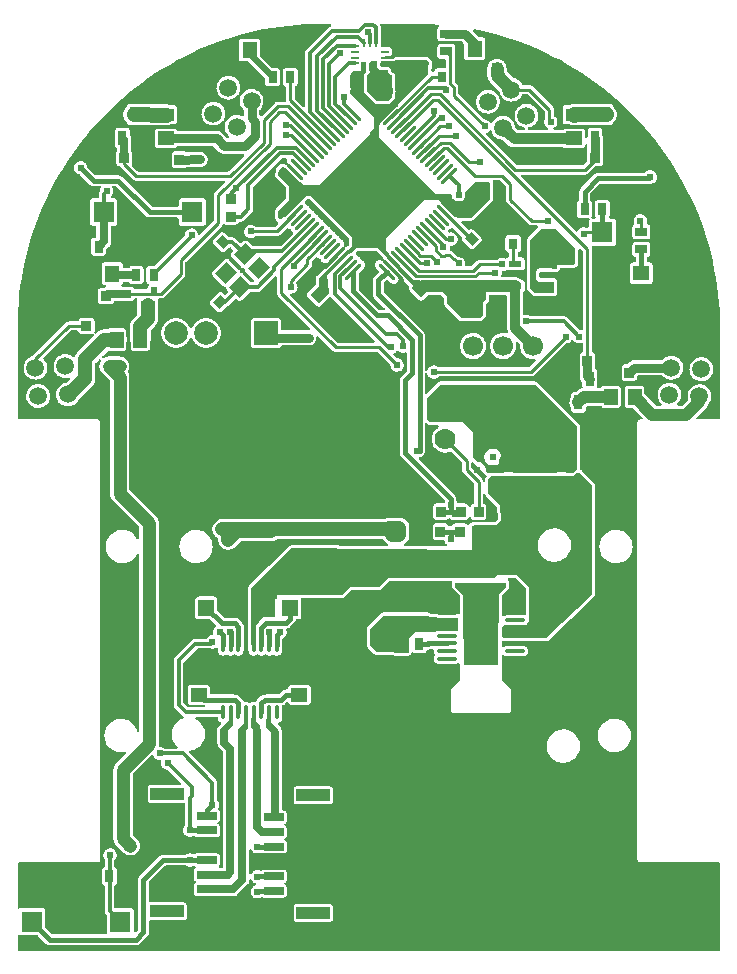
<source format=gtl>
G04 Layer: TopLayer*
G04 EasyEDA v6.5.46, 2025-06-12 16:27:01*
G04 6984151e568f4603bee7606f082ae18e,f8d66010605f41bc84f108214e51d488,10*
G04 Gerber Generator version 0.2*
G04 Scale: 100 percent, Rotated: No, Reflected: No *
G04 Dimensions in millimeters *
G04 leading zeros omitted , absolute positions ,4 integer and 5 decimal *
%FSLAX45Y45*%
%MOMM*%

%AMMACRO1*21,1,$1,$2,0,0,$3*%
%AMMACRO2*1,1,$1,$2,$3*1,1,$1,$4,$5*20,1,$1,$2,$3,$4,$5,0*%
%ADD10C,0.2390*%
%ADD11C,0.2490*%
%ADD12C,0.3410*%
%ADD13C,0.3920*%
%ADD14C,0.9530*%
%ADD15C,0.4940*%
%ADD16C,0.4430*%
%ADD17C,0.7080*%
%ADD18C,0.2900*%
%ADD19C,0.7590*%
%ADD20C,0.4020*%
%ADD21C,0.8000*%
%ADD22C,0.3000*%
%ADD23C,1.1160*%
%ADD24C,1.1670*%
%ADD25C,0.8100*%
%ADD26C,1.0140*%
%ADD27C,1.2690*%
%ADD28C,1.2180*%
%ADD29C,0.6570*%
%ADD30R,0.7500X1.0000*%
%ADD31R,1.8000X1.8000*%
%ADD32R,1.3005X1.3995*%
%ADD33R,1.3995X1.3005*%
%ADD34R,1.0000X0.7500*%
%ADD35MACRO1,0.864X0.8065X0.0000*%
%ADD36R,0.8640X0.8065*%
%ADD37MACRO1,0.864X0.8065X90.0000*%
%ADD38MACRO1,1.2X1.4X135.0000*%
%ADD39MACRO1,1.2X1.4X-45.0000*%
%ADD40R,0.8000X0.9000*%
%ADD41MACRO1,0.8X0.9X-135.0000*%
%ADD42MACRO1,0.8X0.9X135.0000*%
%ADD43MACRO1,0.8X0.9X45.0000*%
%ADD44MACRO1,0.8X0.9X-45.0000*%
%ADD45R,0.9000X0.8000*%
%ADD46MACRO1,1X2.8X90.0000*%
%ADD47MACRO1,0.6X1.7X90.0000*%
%ADD48MACRO1,1X2.8X-90.0000*%
%ADD49MACRO1,0.6X1.7X-90.0000*%
%ADD50MACRO2,0.3X-0.601X0.601X0.601X-0.601*%
%ADD51MACRO2,0.3X-0.601X-0.601X0.601X0.601*%
%ADD52O,1.746504X0.3430016*%
%ADD53R,3.0000X4.2000*%
%ADD54R,1.1000X0.6000*%
%ADD55R,0.6750X0.2800*%
%ADD56R,0.2800X0.6750*%
%ADD57MACRO1,1.35X1.41X0.0000*%
%ADD58R,1.3500X1.4100*%
%ADD59R,1.5000X1.3589*%
%ADD60MACRO1,1.377X1.1325X-90.0000*%
%ADD61MACRO1,1.377X1.1325X0.0000*%
%ADD62R,1.3770X1.1325*%
%ADD63MACRO1,1.377X1.1325X90.0000*%
%ADD64MACRO1,0.864X0.8065X-90.0000*%
%ADD65R,1.2500X0.7000*%
%ADD66R,0.7000X1.2500*%
%ADD67O,0.350012X1.2999974*%
%ADD68R,2.7400X2.7400*%
%ADD69C,1.6000*%
%ADD70R,1.7000X1.7000*%
%ADD71C,1.7000*%
%ADD72R,2.0000X2.0000*%
%ADD73C,2.0000*%
%ADD74C,1.4999*%
%ADD75C,1.7780*%
%ADD76C,0.6096*%
%ADD77C,0.6200*%
%ADD78C,0.0117*%

%LPD*%
G36*
X65735Y7214108D02*
G01*
X61874Y7214870D01*
X58572Y7217105D01*
X-21894Y7297572D01*
X-24130Y7300874D01*
X-24892Y7304735D01*
X-24892Y7427264D01*
X-24130Y7431125D01*
X-21894Y7434427D01*
X-7264Y7449058D01*
X-3454Y7453833D01*
X-965Y7459065D01*
X304Y7464704D01*
X508Y7467904D01*
X508Y7530795D01*
X355Y7533894D01*
X-406Y7537958D01*
X-254Y7542377D01*
X1727Y7546289D01*
X5232Y7549032D01*
X9550Y7549997D01*
X53644Y7549997D01*
X57607Y7549184D01*
X60960Y7546898D01*
X63144Y7543546D01*
X63804Y7539583D01*
X62991Y7506919D01*
X63550Y7500569D01*
X65328Y7495082D01*
X68326Y7490104D01*
X72288Y7485888D01*
X77114Y7482687D01*
X82448Y7480655D01*
X89509Y7479792D01*
X137464Y7479792D01*
X141325Y7479030D01*
X144627Y7476794D01*
X149148Y7472324D01*
X151079Y7469581D01*
X152044Y7466380D01*
X152603Y7461605D01*
X154482Y7456373D01*
X157581Y7451445D01*
X159664Y7449058D01*
X171958Y7436764D01*
X176733Y7432954D01*
X179120Y7431633D01*
X183438Y7430008D01*
X186893Y7427823D01*
X189179Y7424470D01*
X189992Y7420508D01*
X189992Y7253935D01*
X189230Y7250074D01*
X186994Y7246772D01*
X157327Y7217105D01*
X154025Y7214870D01*
X150164Y7214108D01*
G37*

%LPD*%
G36*
X1250238Y6668262D02*
G01*
X1246327Y6669024D01*
X1243025Y6671259D01*
X984656Y6929628D01*
X982421Y6933082D01*
X981710Y6937197D01*
X982726Y6941210D01*
X985266Y6944512D01*
X988872Y6946493D01*
X991209Y6947204D01*
X999794Y6951573D01*
X1007567Y6957314D01*
X1012393Y6962343D01*
X1015898Y6964730D01*
X1020013Y6965492D01*
X1024128Y6964476D01*
X1027480Y6961936D01*
X1029462Y6958228D01*
X1031087Y6952894D01*
X1036574Y6940651D01*
X1043736Y6929170D01*
X1052322Y6918807D01*
X1062177Y6909663D01*
X1073200Y6901891D01*
X1085189Y6895693D01*
X1097889Y6891121D01*
X1111046Y6888327D01*
X1118514Y6887718D01*
X1121968Y6886803D01*
X1124915Y6884771D01*
X1165860Y6843928D01*
X1172514Y6838391D01*
X1174445Y6837019D01*
X1181811Y6832600D01*
X1183944Y6831533D01*
X1194155Y6827469D01*
X1202537Y6825386D01*
X1204874Y6824980D01*
X1213459Y6824167D01*
X1634744Y6824116D01*
X1638655Y6823354D01*
X1647139Y6817766D01*
X1652574Y6815886D01*
X1658924Y6815175D01*
X1795475Y6815175D01*
X1801825Y6815886D01*
X1807260Y6817766D01*
X1812188Y6820865D01*
X1816252Y6824980D01*
X1819351Y6829856D01*
X1821230Y6835292D01*
X1821738Y6839762D01*
X1823161Y6843928D01*
X1826158Y6847078D01*
X1830222Y6848652D01*
X1834591Y6848449D01*
X1838452Y6846366D01*
X1841093Y6842912D01*
X1842007Y6838645D01*
X1842007Y6786372D01*
X1841449Y6783019D01*
X1840331Y6779971D01*
X1839620Y6773621D01*
X1839620Y6708089D01*
X1838858Y6704228D01*
X1836674Y6700926D01*
X1807006Y6671259D01*
X1803704Y6669024D01*
X1799793Y6668262D01*
G37*

%LPD*%
G36*
X-212090Y5976315D02*
G01*
X-216052Y5977890D01*
X-218998Y5980988D01*
X-220421Y5985002D01*
X-220065Y5989269D01*
X-218033Y5996076D01*
X-217220Y6004052D01*
X-218033Y6012027D01*
X-220319Y6019698D01*
X-224129Y6026759D01*
X-229209Y6032957D01*
X-235407Y6038037D01*
X-242468Y6041796D01*
X-247396Y6043269D01*
X-250393Y6044742D01*
X-252729Y6047079D01*
X-254203Y6050076D01*
X-255676Y6055004D01*
X-259486Y6062065D01*
X-264566Y6068263D01*
X-270713Y6073343D01*
X-277825Y6077153D01*
X-282752Y6078626D01*
X-285750Y6080099D01*
X-288086Y6082436D01*
X-289560Y6085433D01*
X-291033Y6090361D01*
X-294843Y6097473D01*
X-299923Y6103620D01*
X-306120Y6108700D01*
X-313182Y6112510D01*
X-318109Y6113983D01*
X-321106Y6115456D01*
X-323443Y6117793D01*
X-324916Y6120790D01*
X-326390Y6125718D01*
X-330200Y6132779D01*
X-335280Y6138976D01*
X-341426Y6144056D01*
X-348538Y6147866D01*
X-353466Y6149340D01*
X-356463Y6150813D01*
X-358800Y6153150D01*
X-360273Y6156147D01*
X-361746Y6161074D01*
X-365556Y6168136D01*
X-370636Y6174333D01*
X-376834Y6179413D01*
X-383895Y6183223D01*
X-388823Y6184696D01*
X-391820Y6186170D01*
X-394157Y6188506D01*
X-395630Y6191504D01*
X-397103Y6196431D01*
X-400862Y6203492D01*
X-405942Y6209690D01*
X-412140Y6214770D01*
X-419201Y6218580D01*
X-424180Y6220053D01*
X-427177Y6221526D01*
X-429514Y6223863D01*
X-430987Y6226860D01*
X-432460Y6231788D01*
X-436270Y6238849D01*
X-441350Y6245047D01*
X-447497Y6250127D01*
X-454609Y6253937D01*
X-459536Y6255410D01*
X-462534Y6256883D01*
X-464870Y6259220D01*
X-466293Y6262217D01*
X-467817Y6267145D01*
X-471576Y6274206D01*
X-476656Y6280404D01*
X-482854Y6285484D01*
X-489915Y6289243D01*
X-494893Y6290767D01*
X-497890Y6292240D01*
X-500227Y6294577D01*
X-501700Y6297523D01*
X-503174Y6302502D01*
X-506984Y6309563D01*
X-512064Y6315760D01*
X-518210Y6320840D01*
X-525322Y6324650D01*
X-530250Y6326124D01*
X-533247Y6327597D01*
X-535584Y6329934D01*
X-537006Y6332931D01*
X-538530Y6337858D01*
X-542290Y6344920D01*
X-547420Y6351168D01*
X-549960Y6354572D01*
X-550824Y6358737D01*
X-549960Y6362903D01*
X-547420Y6366357D01*
X-528167Y6383477D01*
X-524865Y6385458D01*
X-521106Y6386068D01*
X-517398Y6385204D01*
X-514248Y6383070D01*
X-181305Y6050127D01*
X-179070Y6046825D01*
X-178308Y6042964D01*
X-178308Y5996635D01*
X-179070Y5992774D01*
X-181305Y5989472D01*
X-185775Y5984951D01*
X-189077Y5982766D01*
X-199034Y5980684D01*
X-207873Y5976467D01*
G37*

%LPD*%
G36*
X1401216Y5588000D02*
G01*
X1397304Y5588762D01*
X1394002Y5590997D01*
X1361897Y5623102D01*
X1359662Y5626404D01*
X1358900Y5630316D01*
X1358900Y6040983D01*
X1359662Y6044895D01*
X1361897Y6048197D01*
X1444802Y6131102D01*
X1448104Y6133338D01*
X1452016Y6134100D01*
X1570583Y6134100D01*
X1574495Y6133338D01*
X1577797Y6131102D01*
X1736902Y5971997D01*
X1739138Y5968695D01*
X1739900Y5964783D01*
X1739900Y5846216D01*
X1739138Y5842304D01*
X1736902Y5839002D01*
X1730197Y5832297D01*
X1726895Y5830062D01*
X1722983Y5829300D01*
X1588516Y5829300D01*
X1587500Y5828284D01*
X1587500Y5808370D01*
X1587093Y5805576D01*
X1585518Y5802274D01*
X1584096Y5800496D01*
X1577797Y5794197D01*
X1574495Y5791962D01*
X1570583Y5791200D01*
X1561998Y5791200D01*
X1559153Y5791606D01*
X1555089Y5793689D01*
X1549654Y5795568D01*
X1543304Y5796280D01*
X1434439Y5796280D01*
X1428140Y5795568D01*
X1422654Y5793689D01*
X1417777Y5790590D01*
X1413662Y5786526D01*
X1410614Y5781598D01*
X1408684Y5776163D01*
X1407972Y5769813D01*
X1407972Y5710986D01*
X1408684Y5704636D01*
X1410614Y5699201D01*
X1413662Y5694273D01*
X1417777Y5690209D01*
X1422654Y5687110D01*
X1428140Y5685180D01*
X1434439Y5684469D01*
X1543304Y5684469D01*
X1548536Y5685078D01*
X1551533Y5684977D01*
X1554378Y5683961D01*
X1556816Y5682183D01*
X1559102Y5679897D01*
X1561338Y5676595D01*
X1562100Y5672683D01*
X1562100Y5598160D01*
X1561338Y5594248D01*
X1559102Y5590997D01*
X1555851Y5588762D01*
X1551940Y5588000D01*
G37*

%LPD*%
G36*
X-431800Y5503316D02*
G01*
X-435711Y5504078D01*
X-438962Y5506262D01*
X-500837Y5568137D01*
X-503021Y5571388D01*
X-503783Y5575300D01*
X-503021Y5579211D01*
X-500837Y5582462D01*
X-432511Y5650788D01*
X-431800Y5652516D01*
X-431800Y5710783D01*
X-431038Y5714695D01*
X-428802Y5717997D01*
X-197662Y5949137D01*
X-194411Y5951321D01*
X-190500Y5952083D01*
X-186588Y5951321D01*
X-184302Y5949797D01*
X-153111Y5980988D01*
X-152400Y5982716D01*
X-152400Y6056884D01*
X-153111Y6058611D01*
X-507288Y6412788D01*
X-509016Y6413500D01*
X-532384Y6413500D01*
X-534060Y6412941D01*
X-754837Y6216650D01*
X-758139Y6214719D01*
X-761898Y6214110D01*
X-765606Y6214922D01*
X-768756Y6217056D01*
X-771702Y6220002D01*
X-773938Y6223304D01*
X-774700Y6227216D01*
X-774700Y6282283D01*
X-773938Y6286195D01*
X-771702Y6289497D01*
X-686511Y6374688D01*
X-685800Y6376416D01*
X-685800Y6488684D01*
X-686511Y6490411D01*
X-771347Y6575247D01*
X-773684Y6578955D01*
X-774242Y6583324D01*
X-770331Y6626352D01*
X-769416Y6629704D01*
X-767384Y6632600D01*
X-746658Y6653326D01*
X-743559Y6655460D01*
X-739851Y6656273D01*
X-736142Y6655714D01*
X-732840Y6653834D01*
X-625094Y6561175D01*
X-598220Y6534353D01*
X-592886Y6530035D01*
X-582980Y6524955D01*
X-571246Y6514846D01*
X-559511Y6503111D01*
X-557784Y6502400D01*
X-432816Y6502400D01*
X-431088Y6503111D01*
X-711Y6933488D01*
X0Y6935216D01*
X0Y6942683D01*
X762Y6946595D01*
X2997Y6949897D01*
X37388Y6984288D01*
X38100Y6986016D01*
X38100Y7069683D01*
X38811Y7073188D01*
X-162102Y7274102D01*
X-164338Y7277404D01*
X-165100Y7281316D01*
X-165100Y7310983D01*
X-164338Y7314895D01*
X-162102Y7318197D01*
X-164338Y7321448D01*
X-165100Y7325359D01*
X-165100Y7437983D01*
X-164338Y7441895D01*
X-162102Y7445197D01*
X-142697Y7464602D01*
X-139395Y7466838D01*
X-135483Y7467600D01*
X-89916Y7467600D01*
X-88188Y7468311D01*
X-76911Y7479588D01*
X-76200Y7481316D01*
X-76200Y7533640D01*
X-75438Y7537551D01*
X-73202Y7540802D01*
X-69951Y7543038D01*
X-66040Y7543800D01*
X-42316Y7543800D01*
X-38404Y7543038D01*
X-35102Y7540802D01*
X-32512Y7538212D01*
X-30327Y7534909D01*
X-29514Y7531049D01*
X-29514Y7472984D01*
X-29057Y7469530D01*
X-29159Y7466431D01*
X-30124Y7463536D01*
X-31953Y7461046D01*
X-50088Y7442911D01*
X-50800Y7441184D01*
X-50800Y7290816D01*
X-50088Y7289088D01*
X50088Y7188911D01*
X51816Y7188200D01*
X165100Y7188200D01*
X215188Y7238288D01*
X215900Y7240016D01*
X215900Y7293254D01*
X216458Y7299959D01*
X215900Y7306716D01*
X215900Y7441184D01*
X215188Y7442911D01*
X203200Y7454900D01*
X194716Y7454900D01*
X190804Y7455662D01*
X187502Y7457897D01*
X180797Y7464602D01*
X178562Y7467904D01*
X177800Y7471816D01*
X177800Y7479284D01*
X177088Y7481011D01*
X153111Y7504988D01*
X151384Y7505700D01*
X99314Y7505700D01*
X95351Y7506512D01*
X92049Y7508748D01*
X89865Y7512151D01*
X89154Y7516114D01*
X89763Y7540091D01*
X90576Y7543901D01*
X92811Y7547102D01*
X96062Y7549235D01*
X99923Y7549997D01*
X198831Y7549997D01*
X201066Y7550505D01*
X217830Y7558887D01*
X222402Y7560005D01*
X475792Y7560005D01*
X479653Y7559192D01*
X482955Y7557008D01*
X496570Y7543393D01*
X498957Y7539634D01*
X499516Y7535214D01*
X495300Y7492746D01*
X495300Y7446416D01*
X494538Y7442504D01*
X492302Y7439202D01*
X242011Y7188911D01*
X241300Y7187184D01*
X241300Y7182866D01*
X240538Y7179005D01*
X238302Y7175703D01*
X228142Y7165492D01*
X225552Y7163612D01*
X220268Y7160920D01*
X214934Y7156602D01*
X95453Y7037120D01*
X91135Y7031786D01*
X88239Y7026097D01*
X86563Y7021271D01*
X84937Y7019137D01*
X76911Y7011111D01*
X76200Y7009384D01*
X76200Y6909816D01*
X76911Y6908088D01*
X558088Y6426911D01*
X559816Y6426200D01*
X635863Y6426200D01*
X639775Y6425438D01*
X643077Y6423202D01*
X643737Y6422237D01*
X644702Y6423202D01*
X648004Y6425438D01*
X651916Y6426200D01*
X683209Y6426200D01*
X687070Y6425438D01*
X690372Y6423202D01*
X692556Y6419951D01*
X694994Y6405626D01*
X698195Y6396532D01*
X702868Y6388150D01*
X708964Y6380632D01*
X716178Y6374231D01*
X724408Y6369202D01*
X733348Y6365595D01*
X742797Y6363563D01*
X752449Y6363157D01*
X762000Y6364376D01*
X771194Y6367221D01*
X779830Y6371539D01*
X787603Y6377279D01*
X794258Y6384239D01*
X799642Y6392265D01*
X803656Y6401054D01*
X806043Y6410350D01*
X806907Y6419951D01*
X806043Y6429603D01*
X804367Y6436055D01*
X804113Y6439560D01*
X805027Y6442964D01*
X807008Y6445808D01*
X886002Y6524802D01*
X889304Y6527038D01*
X893216Y6527800D01*
X999083Y6527800D01*
X1002995Y6527038D01*
X1006297Y6524802D01*
X1013002Y6518097D01*
X1015237Y6514795D01*
X1016000Y6510883D01*
X1016000Y6392316D01*
X1015237Y6388404D01*
X1013002Y6385102D01*
X853897Y6225997D01*
X850595Y6223762D01*
X846683Y6223000D01*
X741070Y6223000D01*
X736955Y6223863D01*
X733602Y6226302D01*
X629259Y6340094D01*
X628751Y6339738D01*
X624840Y6338976D01*
X620928Y6339738D01*
X617677Y6341922D01*
X584911Y6374688D01*
X583184Y6375400D01*
X458216Y6375400D01*
X456488Y6374688D01*
X140411Y6058611D01*
X139700Y6056884D01*
X139700Y5944616D01*
X140411Y5942888D01*
X156311Y5926988D01*
X157937Y5924905D01*
X158953Y5922416D01*
X161848Y5916726D01*
X166166Y5911392D01*
X229717Y5847791D01*
X292201Y5778398D01*
X367588Y5703011D01*
X369316Y5702300D01*
X387045Y5702249D01*
X391007Y5701995D01*
X415188Y5701995D01*
X419049Y5701233D01*
X422351Y5699048D01*
X489407Y5631992D01*
X491388Y5629148D01*
X492353Y5625795D01*
X492099Y5622340D01*
X490677Y5619191D01*
X470458Y5588812D01*
X469188Y5587288D01*
X438962Y5557062D01*
X435711Y5554878D01*
X431800Y5554116D01*
X427888Y5554878D01*
X424637Y5557062D01*
X360781Y5620918D01*
X358495Y5624423D01*
X357835Y5628589D01*
X358851Y5632653D01*
X367792Y5650433D01*
X367588Y5652211D01*
X266852Y5752947D01*
X263194Y5757468D01*
X262432Y5758992D01*
X258064Y5764377D01*
X240029Y5782411D01*
X142341Y5889904D01*
X141884Y5890615D01*
X64211Y5968288D01*
X62484Y5969000D01*
X-113283Y5969000D01*
X-115011Y5968288D01*
X-152755Y5930544D01*
X-154838Y5928918D01*
X-157327Y5927902D01*
X-162915Y5926429D01*
X-168605Y5923534D01*
X-172364Y5920486D01*
X-175361Y5918758D01*
X-178765Y5918200D01*
X-181762Y5918200D01*
X-359105Y5740908D01*
X-359867Y5738977D01*
X-343458Y5592876D01*
X-343560Y5589828D01*
X-344576Y5586984D01*
X-346354Y5584545D01*
X-424637Y5506262D01*
X-427888Y5504078D01*
G37*

%LPD*%
G36*
X83007Y5445556D02*
G01*
X79095Y5446318D01*
X75793Y5448503D01*
X-93014Y5617311D01*
X-95199Y5620613D01*
X-95961Y5624525D01*
X-95961Y5750509D01*
X-95199Y5754420D01*
X-93014Y5757722D01*
X-52730Y5797956D01*
X-47345Y5804560D01*
X-43535Y5811621D01*
X-41249Y5819292D01*
X-40436Y5827268D01*
X-41249Y5835243D01*
X-43535Y5842914D01*
X-47345Y5849975D01*
X-52425Y5856122D01*
X-58623Y5861253D01*
X-65684Y5865012D01*
X-70662Y5866536D01*
X-73609Y5867958D01*
X-75946Y5870295D01*
X-77419Y5873292D01*
X-78943Y5878271D01*
X-82702Y5885332D01*
X-87782Y5891530D01*
X-93980Y5896610D01*
X-101041Y5900369D01*
X-105968Y5901893D01*
X-108966Y5903315D01*
X-111302Y5905652D01*
X-112776Y5908649D01*
X-114249Y5913577D01*
X-117246Y5919216D01*
X-118414Y5923330D01*
X-117805Y5927547D01*
X-115468Y5931154D01*
X-106527Y5940094D01*
X-103225Y5942330D01*
X-99364Y5943092D01*
X48564Y5943092D01*
X52425Y5942330D01*
X55727Y5940094D01*
X114046Y5881827D01*
X115824Y5879439D01*
X118364Y5874664D01*
X119532Y5870498D01*
X118922Y5866282D01*
X116585Y5862675D01*
X112979Y5860338D01*
X108762Y5859729D01*
X104648Y5860897D01*
X96926Y5865012D01*
X89255Y5867349D01*
X81330Y5868111D01*
X73355Y5867349D01*
X65684Y5865012D01*
X58623Y5861253D01*
X52425Y5856122D01*
X47345Y5849975D01*
X43535Y5842914D01*
X41249Y5835243D01*
X40436Y5827268D01*
X41249Y5819292D01*
X43535Y5811621D01*
X47345Y5804560D01*
X52730Y5797956D01*
X73202Y5777534D01*
X75387Y5774232D01*
X76149Y5770321D01*
X75387Y5766460D01*
X73202Y5763158D01*
X36728Y5726582D01*
X31445Y5719622D01*
X27686Y5712104D01*
X25400Y5704027D01*
X24587Y5695238D01*
X24638Y5578094D01*
X25857Y5569458D01*
X28498Y5561482D01*
X32613Y5554167D01*
X38252Y5547360D01*
X122783Y5462879D01*
X124968Y5459577D01*
X125780Y5455716D01*
X124968Y5451805D01*
X122783Y5448503D01*
X119481Y5446318D01*
X115620Y5445556D01*
G37*

%LPD*%
G36*
X774192Y5379974D02*
G01*
X770331Y5380786D01*
X767029Y5382971D01*
X653694Y5496306D01*
X650748Y5500471D01*
X649986Y5504230D01*
X649986Y5558993D01*
X649274Y5560720D01*
X618032Y5591962D01*
X615797Y5595315D01*
X615035Y5599226D01*
X615848Y5603189D01*
X618134Y5606491D01*
X621487Y5608624D01*
X625449Y5609336D01*
X970127Y5600242D01*
X973886Y5599379D01*
X977137Y5597194D01*
X979271Y5593943D01*
X979982Y5590082D01*
X979982Y5534202D01*
X979220Y5530291D01*
X977036Y5526989D01*
X960729Y5510682D01*
X960018Y5509006D01*
X960018Y5404205D01*
X959205Y5400294D01*
X957021Y5396992D01*
X942949Y5382971D01*
X939698Y5380786D01*
X935786Y5379974D01*
G37*

%LPD*%
G36*
X1792986Y5272938D02*
G01*
X1789226Y5273344D01*
X1781962Y5275580D01*
X1777593Y5276138D01*
X1774393Y5277104D01*
X1771700Y5279034D01*
X1669186Y5381498D01*
X1662582Y5386476D01*
X1655470Y5390032D01*
X1647850Y5392166D01*
X1639519Y5392978D01*
X1360525Y5392978D01*
X1357325Y5393486D01*
X1354480Y5394960D01*
X1349806Y5398414D01*
X1341170Y5402732D01*
X1331976Y5405577D01*
X1322425Y5406796D01*
X1312773Y5406390D01*
X1307592Y5405272D01*
X1303121Y5405323D01*
X1299057Y5407304D01*
X1296263Y5410809D01*
X1295298Y5415229D01*
X1295298Y5586628D01*
X1295857Y5589981D01*
X1297482Y5592927D01*
X1304086Y5599328D01*
X1307185Y5604205D01*
X1309065Y5609640D01*
X1309776Y5615990D01*
X1309776Y5674868D01*
X1309065Y5681167D01*
X1307185Y5686653D01*
X1304086Y5691530D01*
X1300022Y5695645D01*
X1295095Y5698693D01*
X1289659Y5700623D01*
X1283766Y5701284D01*
X1281023Y5701995D01*
X1278585Y5703417D01*
X1271981Y5708700D01*
X1262075Y5714390D01*
X1251407Y5718556D01*
X1240282Y5721146D01*
X1228496Y5722010D01*
X1120749Y5722010D01*
X1116787Y5722823D01*
X1113485Y5725058D01*
X1111300Y5728462D01*
X1110589Y5732424D01*
X1111504Y5736336D01*
X1113637Y5741060D01*
X1116025Y5750356D01*
X1116888Y5759958D01*
X1116634Y5762599D01*
X1117041Y5766460D01*
X1118870Y5769864D01*
X1121816Y5772353D01*
X1125474Y5773572D01*
X1131976Y5774385D01*
X1141171Y5777230D01*
X1154226Y5783834D01*
X1158240Y5783986D01*
X1162659Y5782106D01*
X1168146Y5780227D01*
X1174445Y5779516D01*
X1283309Y5779516D01*
X1289659Y5780227D01*
X1295095Y5782106D01*
X1300022Y5785205D01*
X1304086Y5789320D01*
X1307185Y5794197D01*
X1309116Y5799632D01*
X1309827Y5805982D01*
X1309827Y5864860D01*
X1309116Y5871159D01*
X1307185Y5876645D01*
X1304086Y5881522D01*
X1300022Y5885637D01*
X1295095Y5888685D01*
X1289659Y5890615D01*
X1283309Y5891326D01*
X1261008Y5891326D01*
X1257147Y5892088D01*
X1253845Y5894273D01*
X1251610Y5897575D01*
X1250848Y5901486D01*
X1250848Y5926937D01*
X1251712Y5931001D01*
X1254099Y5934405D01*
X1257655Y5936538D01*
X1264208Y5938824D01*
X1269085Y5941872D01*
X1273200Y5945987D01*
X1276299Y5950864D01*
X1278178Y5956350D01*
X1278890Y5962650D01*
X1278890Y6051550D01*
X1278178Y6057849D01*
X1276299Y6063335D01*
X1273200Y6068212D01*
X1269085Y6072327D01*
X1264208Y6075375D01*
X1258722Y6077305D01*
X1252423Y6078016D01*
X1173581Y6078016D01*
X1167231Y6077305D01*
X1161796Y6075375D01*
X1156868Y6072327D01*
X1152804Y6068212D01*
X1149705Y6063335D01*
X1147775Y6057849D01*
X1147064Y6051550D01*
X1147064Y5962650D01*
X1147775Y5956350D01*
X1149705Y5950864D01*
X1152804Y5945987D01*
X1156868Y5941872D01*
X1161796Y5938824D01*
X1168298Y5936538D01*
X1171854Y5934405D01*
X1174292Y5931001D01*
X1175105Y5926937D01*
X1175156Y5900267D01*
X1174292Y5896203D01*
X1171905Y5892800D01*
X1168349Y5890666D01*
X1162659Y5888685D01*
X1157782Y5885637D01*
X1155496Y5883351D01*
X1151991Y5881065D01*
X1147826Y5880404D01*
X1143762Y5881471D01*
X1141171Y5882741D01*
X1131976Y5885586D01*
X1122426Y5886805D01*
X1112774Y5886399D01*
X1103325Y5884367D01*
X1094384Y5880760D01*
X1086154Y5875731D01*
X1080668Y5870854D01*
X1077569Y5868974D01*
X1073962Y5868365D01*
X928268Y5868365D01*
X920292Y5867552D01*
X913130Y5865368D01*
X906526Y5861862D01*
X900328Y5856732D01*
X863396Y5819851D01*
X860094Y5817616D01*
X856183Y5816854D01*
X815695Y5816854D01*
X812038Y5817514D01*
X808888Y5819444D01*
X806653Y5822391D01*
X805586Y5825896D01*
X806907Y5839968D01*
X806043Y5849620D01*
X803656Y5858916D01*
X799642Y5867704D01*
X794258Y5875731D01*
X787603Y5882690D01*
X779830Y5888431D01*
X771194Y5892749D01*
X762000Y5895594D01*
X752449Y5896813D01*
X747776Y5896610D01*
X743966Y5897168D01*
X740664Y5899099D01*
X693064Y5940653D01*
X685444Y5945835D01*
X680770Y5947714D01*
X677367Y5949950D01*
X675132Y5953353D01*
X674370Y5957366D01*
X678332Y5972098D01*
X678942Y5979109D01*
X679805Y5982411D01*
X681736Y5985256D01*
X684479Y5987338D01*
X687781Y5988304D01*
X697788Y5989624D01*
X706983Y5992418D01*
X715619Y5996787D01*
X723392Y6002528D01*
X730046Y6009487D01*
X735431Y6017463D01*
X739444Y6026251D01*
X741832Y6035598D01*
X742696Y6045200D01*
X741832Y6054801D01*
X739444Y6064148D01*
X735431Y6072936D01*
X730046Y6080912D01*
X723392Y6087872D01*
X715619Y6093612D01*
X706983Y6097981D01*
X697788Y6100775D01*
X688238Y6102045D01*
X678586Y6101588D01*
X674522Y6100724D01*
X670661Y6100622D01*
X667105Y6101994D01*
X664260Y6104534D01*
X662584Y6107988D01*
X662279Y6111798D01*
X665022Y6120638D01*
X666496Y6123635D01*
X668832Y6125972D01*
X671830Y6127394D01*
X676757Y6128918D01*
X683818Y6132677D01*
X689965Y6137706D01*
X693216Y6139535D01*
X696925Y6140043D01*
X700532Y6139180D01*
X703580Y6137046D01*
X775106Y6065621D01*
X777087Y6062827D01*
X778052Y6059576D01*
X777849Y6056172D01*
X776528Y6050330D01*
X776528Y6044539D01*
X777798Y6038900D01*
X780288Y6033668D01*
X784250Y6028690D01*
X847090Y5965850D01*
X852068Y5961888D01*
X857300Y5959398D01*
X862939Y5958128D01*
X868730Y5958128D01*
X874369Y5959398D01*
X879551Y5961888D01*
X884529Y5965850D01*
X940308Y6021628D01*
X944270Y6026607D01*
X946810Y6031839D01*
X948080Y6037478D01*
X948080Y6043269D01*
X946810Y6048908D01*
X944270Y6054090D01*
X940308Y6059068D01*
X877468Y6121908D01*
X872490Y6125870D01*
X867308Y6128410D01*
X861669Y6129680D01*
X855878Y6129680D01*
X850239Y6128410D01*
X845007Y6125870D01*
X840841Y6123381D01*
X837184Y6122924D01*
X833577Y6123787D01*
X830529Y6125870D01*
X776630Y6179718D01*
X774395Y6183020D01*
X773633Y6186932D01*
X774395Y6190792D01*
X776630Y6194094D01*
X779932Y6196330D01*
X783793Y6197092D01*
X850595Y6197092D01*
X856640Y6197752D01*
X862126Y6199682D01*
X867054Y6202781D01*
X869442Y6204864D01*
X1034135Y6369558D01*
X1037945Y6374333D01*
X1040434Y6379565D01*
X1041704Y6385204D01*
X1041908Y6388404D01*
X1041908Y6514795D01*
X1041247Y6520840D01*
X1040485Y6523532D01*
X1038606Y6527698D01*
X1037742Y6531660D01*
X1038453Y6535572D01*
X1040637Y6538976D01*
X1043940Y6541211D01*
X1047902Y6542024D01*
X1100023Y6542024D01*
X1103934Y6541262D01*
X1107236Y6539026D01*
X1149146Y6497269D01*
X1151331Y6493967D01*
X1152144Y6490055D01*
X1152144Y6380480D01*
X1152906Y6372606D01*
X1155039Y6365494D01*
X1158544Y6358991D01*
X1163574Y6352844D01*
X1342948Y6173470D01*
X1349095Y6168440D01*
X1355598Y6164935D01*
X1362710Y6162802D01*
X1370584Y6162040D01*
X1414576Y6162040D01*
X1418437Y6161278D01*
X1421739Y6159042D01*
X1423924Y6155740D01*
X1424736Y6151880D01*
X1423924Y6147968D01*
X1421739Y6144666D01*
X1340764Y6063742D01*
X1336954Y6058966D01*
X1334465Y6053734D01*
X1333195Y6048095D01*
X1332992Y6044895D01*
X1332992Y5626404D01*
X1333652Y5620359D01*
X1335582Y5614873D01*
X1338681Y5609945D01*
X1340764Y5607558D01*
X1378458Y5569864D01*
X1383233Y5566054D01*
X1388465Y5563565D01*
X1394104Y5562295D01*
X1397304Y5562092D01*
X1561541Y5562092D01*
X1567840Y5562803D01*
X1573326Y5564733D01*
X1578203Y5567781D01*
X1582318Y5571896D01*
X1585366Y5576773D01*
X1587296Y5582259D01*
X1588008Y5588558D01*
X1588008Y5676595D01*
X1587347Y5682640D01*
X1585417Y5688126D01*
X1582318Y5693054D01*
X1580235Y5695442D01*
X1567942Y5707735D01*
X1563166Y5711545D01*
X1557934Y5714034D01*
X1552295Y5715304D01*
X1549095Y5715508D01*
X1450035Y5715508D01*
X1446174Y5716270D01*
X1442872Y5718505D01*
X1438605Y5722772D01*
X1436370Y5726074D01*
X1435608Y5729935D01*
X1435608Y5755132D01*
X1436370Y5759043D01*
X1438605Y5762294D01*
X1441856Y5764530D01*
X1445768Y5765292D01*
X1574495Y5765292D01*
X1580540Y5765952D01*
X1586026Y5767882D01*
X1590954Y5770981D01*
X1593342Y5773064D01*
X1605635Y5785358D01*
X1609445Y5790133D01*
X1610715Y5792470D01*
X1612290Y5796737D01*
X1614474Y5800242D01*
X1617827Y5802579D01*
X1621840Y5803392D01*
X1726895Y5803392D01*
X1732940Y5804052D01*
X1738426Y5805982D01*
X1743354Y5809081D01*
X1745742Y5811164D01*
X1758035Y5823458D01*
X1761845Y5828233D01*
X1764334Y5833465D01*
X1765604Y5839104D01*
X1765807Y5842304D01*
X1765807Y5955487D01*
X1766570Y5959398D01*
X1768805Y5962700D01*
X1772056Y5964885D01*
X1775968Y5965647D01*
X1779879Y5964885D01*
X1783130Y5962700D01*
X1799386Y5946444D01*
X1801622Y5943142D01*
X1802384Y5939231D01*
X1802384Y5283047D01*
X1801672Y5279339D01*
X1799691Y5276138D01*
X1796643Y5273903D01*
G37*

%LPD*%
G36*
X29718Y5167833D02*
G01*
X-270154Y5167884D01*
X-274066Y5168646D01*
X-277368Y5170881D01*
X-672541Y5566054D01*
X-674928Y5569813D01*
X-675436Y5574284D01*
X-674014Y5578551D01*
X-670864Y5581751D01*
X-666648Y5583275D01*
X-658012Y5584393D01*
X-648817Y5587238D01*
X-640181Y5591556D01*
X-632409Y5597296D01*
X-625754Y5604256D01*
X-620369Y5612282D01*
X-616356Y5621070D01*
X-613968Y5630367D01*
X-613105Y5639968D01*
X-613968Y5649620D01*
X-616356Y5658916D01*
X-620369Y5667705D01*
X-622858Y5671413D01*
X-624281Y5674614D01*
X-624535Y5678068D01*
X-623620Y5681421D01*
X-621639Y5684316D01*
X-503326Y5802579D01*
X-498246Y5808776D01*
X-494690Y5815380D01*
X-492506Y5822594D01*
X-491743Y5830570D01*
X-491743Y5853379D01*
X-490982Y5857290D01*
X-488746Y5860592D01*
X-457911Y5891428D01*
X-454406Y5893714D01*
X-450240Y5894374D01*
X-446176Y5893308D01*
X-436321Y5885230D01*
X-429259Y5881420D01*
X-424332Y5879947D01*
X-421335Y5878474D01*
X-418998Y5876137D01*
X-417576Y5873140D01*
X-416051Y5868212D01*
X-412292Y5861151D01*
X-407212Y5854954D01*
X-401015Y5849874D01*
X-393954Y5846064D01*
X-386283Y5843778D01*
X-378307Y5842965D01*
X-370332Y5843778D01*
X-365150Y5845352D01*
X-360730Y5845657D01*
X-356565Y5844032D01*
X-353466Y5840831D01*
X-352094Y5836615D01*
X-352653Y5832195D01*
X-354990Y5828436D01*
X-449935Y5733542D01*
X-453745Y5728766D01*
X-456234Y5723534D01*
X-457504Y5717895D01*
X-457708Y5714695D01*
X-457708Y5666435D01*
X-458470Y5662574D01*
X-460705Y5659272D01*
X-525932Y5594045D01*
X-529894Y5589066D01*
X-532384Y5583834D01*
X-533704Y5578195D01*
X-533704Y5572404D01*
X-532384Y5566765D01*
X-529894Y5561533D01*
X-525932Y5556554D01*
X-450545Y5481167D01*
X-445566Y5477205D01*
X-440334Y5474716D01*
X-434695Y5473395D01*
X-428904Y5473395D01*
X-423265Y5474716D01*
X-418033Y5477205D01*
X-413054Y5481167D01*
X-343255Y5551017D01*
X-339953Y5553202D01*
X-336042Y5554014D01*
X-332181Y5553202D01*
X-328879Y5551017D01*
X36931Y5185206D01*
X39166Y5181904D01*
X39928Y5177993D01*
X39166Y5174081D01*
X36931Y5170830D01*
X33629Y5168595D01*
G37*

%LPD*%
G36*
X476097Y4928666D02*
G01*
X472135Y4929327D01*
X468731Y4931511D01*
X466445Y4934864D01*
X465632Y4938826D01*
X465582Y5231892D01*
X464362Y5240528D01*
X461721Y5248503D01*
X457606Y5255818D01*
X451967Y5262626D01*
X118567Y5595772D01*
X116382Y5599074D01*
X115620Y5602935D01*
X115620Y5672632D01*
X116382Y5676544D01*
X118567Y5679846D01*
X137566Y5698794D01*
X140868Y5700979D01*
X144729Y5701741D01*
X148640Y5700979D01*
X151942Y5698794D01*
X172212Y5678474D01*
X178816Y5673090D01*
X185877Y5669280D01*
X193548Y5666994D01*
X201523Y5666181D01*
X209499Y5666994D01*
X217170Y5669280D01*
X224231Y5673090D01*
X230428Y5678170D01*
X235508Y5684367D01*
X239267Y5691428D01*
X241604Y5699099D01*
X242366Y5707024D01*
X241401Y5716219D01*
X241858Y5720334D01*
X243840Y5723940D01*
X247142Y5726430D01*
X251155Y5727446D01*
X255270Y5726734D01*
X258724Y5724448D01*
X331622Y5651550D01*
X333908Y5648045D01*
X334568Y5643880D01*
X333502Y5639816D01*
X332689Y5638190D01*
X330504Y5632246D01*
X329742Y5626506D01*
X330301Y5620715D01*
X332130Y5615228D01*
X335280Y5610098D01*
X337515Y5607558D01*
X413054Y5531967D01*
X418033Y5528005D01*
X423265Y5525516D01*
X428904Y5524195D01*
X434695Y5524195D01*
X440334Y5525516D01*
X445566Y5528005D01*
X450545Y5531967D01*
X484276Y5565698D01*
X487578Y5567934D01*
X491439Y5568696D01*
X600456Y5568696D01*
X604316Y5567934D01*
X607618Y5565698D01*
X621131Y5552236D01*
X623316Y5548934D01*
X624078Y5545074D01*
X624078Y5500268D01*
X624738Y5494223D01*
X626668Y5488736D01*
X629767Y5483860D01*
X631901Y5481472D01*
X751484Y5361889D01*
X756208Y5358079D01*
X761441Y5355539D01*
X767080Y5354269D01*
X770280Y5354066D01*
X939698Y5354066D01*
X945743Y5354726D01*
X951230Y5356656D01*
X956157Y5359755D01*
X978103Y5381447D01*
X981913Y5386222D01*
X984453Y5391454D01*
X985723Y5397093D01*
X985926Y5400294D01*
X985926Y5495036D01*
X986688Y5498947D01*
X988872Y5502249D01*
X998118Y5511444D01*
X1001928Y5516219D01*
X1004417Y5521452D01*
X1005738Y5527090D01*
X1005890Y5530291D01*
X1005890Y5558536D01*
X1006703Y5562447D01*
X1008887Y5565698D01*
X1012190Y5567934D01*
X1016050Y5568696D01*
X1152296Y5568797D01*
X1156208Y5568035D01*
X1159510Y5565800D01*
X1161694Y5562549D01*
X1162456Y5558637D01*
X1162456Y5292496D01*
X1163320Y5281726D01*
X1165758Y5271617D01*
X1171498Y5257647D01*
X1171346Y5253685D01*
X1169670Y5250129D01*
X1166825Y5247436D01*
X1163116Y5246014D01*
X1159205Y5246166D01*
X1144676Y5249468D01*
X1130554Y5250840D01*
X1116330Y5250383D01*
X1102309Y5248097D01*
X1088694Y5244033D01*
X1075690Y5238292D01*
X1063548Y5230926D01*
X1052423Y5222087D01*
X1042568Y5211876D01*
X1034084Y5200497D01*
X1027074Y5188102D01*
X1021740Y5174945D01*
X1018133Y5161178D01*
X1016355Y5147106D01*
X1016355Y5132882D01*
X1018133Y5118811D01*
X1021740Y5105044D01*
X1027074Y5091887D01*
X1034084Y5079492D01*
X1042568Y5068112D01*
X1052423Y5057902D01*
X1063548Y5049062D01*
X1075690Y5041696D01*
X1088694Y5035905D01*
X1102309Y5031892D01*
X1116330Y5029606D01*
X1130554Y5029149D01*
X1144676Y5030520D01*
X1158544Y5033670D01*
X1171905Y5038598D01*
X1184503Y5045151D01*
X1196136Y5053279D01*
X1206652Y5062829D01*
X1215847Y5073650D01*
X1223619Y5085588D01*
X1229766Y5098389D01*
X1234236Y5111851D01*
X1236980Y5125821D01*
X1237894Y5139994D01*
X1236980Y5154168D01*
X1234643Y5166156D01*
X1234744Y5170424D01*
X1236573Y5174284D01*
X1239824Y5177078D01*
X1243939Y5178247D01*
X1248206Y5177586D01*
X1251813Y5175300D01*
X1267917Y5159146D01*
X1269746Y5156708D01*
X1270711Y5153761D01*
X1270812Y5150662D01*
X1270355Y5147106D01*
X1270355Y5132882D01*
X1272133Y5118811D01*
X1275740Y5105044D01*
X1281074Y5091887D01*
X1288084Y5079492D01*
X1296568Y5068112D01*
X1306423Y5057902D01*
X1317548Y5049062D01*
X1329690Y5041696D01*
X1342694Y5035905D01*
X1356309Y5031892D01*
X1370330Y5029606D01*
X1384554Y5029149D01*
X1390751Y5029758D01*
X1394866Y5029301D01*
X1398473Y5027269D01*
X1400911Y5023967D01*
X1401876Y5019954D01*
X1401216Y5015890D01*
X1398930Y5012486D01*
X1347266Y4960823D01*
X1343964Y4958588D01*
X1340104Y4957826D01*
X586536Y4957826D01*
X582574Y4958638D01*
X579221Y4960975D01*
X577596Y4962652D01*
X569823Y4968392D01*
X561187Y4972761D01*
X551992Y4975555D01*
X542442Y4976825D01*
X532790Y4976368D01*
X523341Y4974336D01*
X514400Y4970780D01*
X506171Y4965700D01*
X498957Y4959350D01*
X492861Y4951831D01*
X488188Y4943398D01*
X485343Y4935423D01*
X483311Y4931968D01*
X480009Y4929581D01*
G37*

%LPC*%
G36*
X876553Y5029149D02*
G01*
X890676Y5030520D01*
X904544Y5033670D01*
X917905Y5038598D01*
X930503Y5045151D01*
X942136Y5053279D01*
X952652Y5062829D01*
X961847Y5073650D01*
X969619Y5085588D01*
X975766Y5098389D01*
X980236Y5111851D01*
X982980Y5125821D01*
X983894Y5139994D01*
X982980Y5154168D01*
X980236Y5168138D01*
X975766Y5181600D01*
X969619Y5194401D01*
X961847Y5206288D01*
X952652Y5217109D01*
X942136Y5226659D01*
X930503Y5234838D01*
X917905Y5241391D01*
X904544Y5246268D01*
X890676Y5249468D01*
X876553Y5250840D01*
X862330Y5250383D01*
X848309Y5248097D01*
X834694Y5244033D01*
X821690Y5238292D01*
X809548Y5230926D01*
X798423Y5222087D01*
X788568Y5211876D01*
X780084Y5200497D01*
X773074Y5188102D01*
X767740Y5174945D01*
X764133Y5161178D01*
X762355Y5147106D01*
X762355Y5132882D01*
X764133Y5118811D01*
X767740Y5105044D01*
X773074Y5091887D01*
X780084Y5079492D01*
X788568Y5068112D01*
X798423Y5057902D01*
X809548Y5049062D01*
X821690Y5041696D01*
X834694Y5035905D01*
X848309Y5031892D01*
X862330Y5029606D01*
G37*

%LPD*%
G36*
X1007516Y4064000D02*
G01*
X1003604Y4064762D01*
X1000302Y4066997D01*
X984503Y4082796D01*
X982471Y4085742D01*
X981557Y4089196D01*
X980592Y4101185D01*
X978001Y4112056D01*
X973683Y4122420D01*
X967841Y4132021D01*
X960526Y4140504D01*
X952042Y4147820D01*
X942441Y4153662D01*
X932078Y4157979D01*
X921207Y4160570D01*
X909218Y4161536D01*
X905764Y4162450D01*
X902817Y4164482D01*
X879297Y4188002D01*
X877062Y4191304D01*
X876300Y4195216D01*
X876300Y4405731D01*
X875537Y4407560D01*
X775462Y4495139D01*
X773887Y4495800D01*
X512216Y4495800D01*
X508304Y4496562D01*
X505002Y4498797D01*
X483209Y4520590D01*
X481025Y4523892D01*
X480212Y4527804D01*
X480212Y4692396D01*
X481025Y4696307D01*
X483209Y4699609D01*
X593902Y4810302D01*
X597204Y4812538D01*
X601116Y4813300D01*
X1392783Y4813300D01*
X1396695Y4812538D01*
X1399997Y4810302D01*
X1749602Y4460697D01*
X1751838Y4457395D01*
X1752600Y4453483D01*
X1752600Y4106316D01*
X1751838Y4102404D01*
X1749602Y4099102D01*
X1717497Y4066997D01*
X1714195Y4064762D01*
X1710283Y4064000D01*
X1670659Y4064000D01*
X1665630Y4065320D01*
X1651457Y4069791D01*
X1636877Y4072534D01*
X1622094Y4073448D01*
X1607261Y4072534D01*
X1592681Y4069791D01*
X1578559Y4065320D01*
X1573479Y4064000D01*
X1220673Y4064000D01*
X1215644Y4065320D01*
X1201470Y4069791D01*
X1186891Y4072534D01*
X1172108Y4073448D01*
X1157274Y4072534D01*
X1142695Y4069791D01*
X1128572Y4065320D01*
X1127760Y4064914D01*
X1123492Y4064000D01*
G37*

%LPC*%
G36*
X1040028Y4128515D02*
G01*
X1051204Y4129379D01*
X1062075Y4132021D01*
X1072438Y4136288D01*
X1082040Y4142181D01*
X1090523Y4149445D01*
X1097838Y4157979D01*
X1103680Y4167530D01*
X1107998Y4177893D01*
X1110589Y4188815D01*
X1111504Y4199991D01*
X1110589Y4211167D01*
X1107998Y4222089D01*
X1103680Y4232452D01*
X1097838Y4242003D01*
X1090523Y4250537D01*
X1082040Y4257802D01*
X1072438Y4263694D01*
X1062075Y4267962D01*
X1051204Y4270603D01*
X1040028Y4271467D01*
X1028801Y4270603D01*
X1017930Y4267962D01*
X1007567Y4263694D01*
X997966Y4257802D01*
X989482Y4250537D01*
X982167Y4242003D01*
X976325Y4232452D01*
X972007Y4222089D01*
X969416Y4211167D01*
X968502Y4199991D01*
X969416Y4188815D01*
X972007Y4177893D01*
X976325Y4167530D01*
X982167Y4157979D01*
X989482Y4149445D01*
X997966Y4142181D01*
X1007567Y4136288D01*
X1017930Y4132021D01*
X1028801Y4129379D01*
G37*

%LPD*%
G36*
X965555Y3986682D02*
G01*
X961491Y3988308D01*
X958494Y3991508D01*
X957122Y3995674D01*
X956919Y3997502D01*
X954786Y4004614D01*
X951280Y4011117D01*
X946302Y4017264D01*
X860856Y4102709D01*
X858621Y4106011D01*
X857859Y4109872D01*
X857859Y4148277D01*
X858621Y4152188D01*
X860856Y4155440D01*
X864108Y4157675D01*
X868019Y4158437D01*
X871880Y4157675D01*
X875182Y4155440D01*
X984656Y4046016D01*
X986688Y4043070D01*
X987602Y4039565D01*
X987196Y4035958D01*
X985570Y4032758D01*
X982878Y4029151D01*
X980033Y4024477D01*
X978103Y4018940D01*
X977392Y4012641D01*
X977392Y3996690D01*
X976426Y3992422D01*
X973785Y3988917D01*
X969924Y3986885D01*
G37*

%LPD*%
G36*
X844550Y3778910D02*
G01*
X840486Y3779723D01*
X837082Y3782161D01*
X834948Y3785717D01*
X832815Y3791762D01*
X829767Y3796690D01*
X825652Y3800754D01*
X820775Y3803853D01*
X815289Y3805732D01*
X808990Y3806444D01*
X749808Y3806444D01*
X745490Y3807409D01*
X741984Y3810152D01*
X740003Y3814064D01*
X739444Y3816248D01*
X735431Y3825036D01*
X733044Y3828592D01*
X731774Y3831285D01*
X731316Y3834231D01*
X731266Y3846118D01*
X730046Y3854704D01*
X727405Y3862628D01*
X723290Y3869994D01*
X717651Y3876801D01*
X414832Y4179620D01*
X412546Y4183126D01*
X411835Y4187190D01*
X412851Y4191254D01*
X415391Y4194556D01*
X418998Y4196537D01*
X421182Y4197197D01*
X429818Y4201566D01*
X439216Y4208424D01*
X443992Y4211218D01*
X447548Y4213606D01*
X450748Y4216298D01*
X453745Y4219295D01*
X456438Y4222496D01*
X458774Y4226001D01*
X460857Y4229658D01*
X462534Y4233468D01*
X463854Y4237482D01*
X464820Y4241546D01*
X465429Y4245711D01*
X465632Y4250182D01*
X465632Y4477004D01*
X466394Y4480915D01*
X468579Y4484217D01*
X471881Y4486402D01*
X475792Y4487164D01*
X479653Y4486402D01*
X482955Y4484217D01*
X489458Y4477664D01*
X494233Y4473854D01*
X499465Y4471365D01*
X505104Y4470095D01*
X508304Y4469892D01*
X573684Y4469892D01*
X578002Y4468926D01*
X581507Y4466183D01*
X583539Y4462272D01*
X583641Y4457852D01*
X581914Y4453737D01*
X578561Y4450842D01*
X575716Y4449267D01*
X564032Y4440783D01*
X553516Y4430928D01*
X544322Y4419803D01*
X536600Y4407611D01*
X530453Y4394606D01*
X526034Y4380890D01*
X523341Y4366717D01*
X522427Y4352340D01*
X523341Y4337964D01*
X526034Y4323791D01*
X530453Y4310075D01*
X536600Y4297019D01*
X544322Y4284878D01*
X553516Y4273753D01*
X564032Y4263898D01*
X575716Y4255414D01*
X588314Y4248454D01*
X601726Y4243171D01*
X615696Y4239564D01*
X629970Y4237786D01*
X644398Y4237786D01*
X658723Y4239564D01*
X672693Y4243171D01*
X680923Y4246422D01*
X684733Y4247134D01*
X688594Y4246321D01*
X691845Y4244136D01*
X779170Y4156811D01*
X781354Y4153509D01*
X782116Y4149648D01*
X782116Y4090466D01*
X782929Y4082592D01*
X785063Y4075531D01*
X788568Y4068978D01*
X793597Y4062882D01*
X879043Y3977436D01*
X881227Y3974134D01*
X881989Y3970223D01*
X881989Y3815740D01*
X881126Y3811676D01*
X878687Y3808272D01*
X875131Y3806139D01*
X868324Y3803802D01*
X863447Y3800754D01*
X859332Y3796690D01*
X856284Y3791762D01*
X854151Y3785717D01*
X852017Y3782161D01*
X848614Y3779723D01*
G37*

%LPD*%
G36*
X1130300Y2851607D02*
G01*
X1125829Y2851658D01*
X1121867Y2853690D01*
X1119073Y2857195D01*
X1118108Y2861564D01*
X1118108Y3020364D01*
X1118870Y3024225D01*
X1121105Y3027527D01*
X1173835Y3080258D01*
X1177645Y3085033D01*
X1180134Y3090265D01*
X1181404Y3095904D01*
X1181608Y3099104D01*
X1181608Y3136341D01*
X1180896Y3142640D01*
X1178966Y3148126D01*
X1175918Y3153003D01*
X1171752Y3157169D01*
X1169568Y3160420D01*
X1168806Y3164332D01*
X1169568Y3168243D01*
X1171752Y3171494D01*
X1175054Y3173730D01*
X1178966Y3174492D01*
X1229664Y3174492D01*
X1233525Y3173730D01*
X1236827Y3171494D01*
X1317294Y3091027D01*
X1319530Y3087725D01*
X1320292Y3083864D01*
X1320292Y2868218D01*
X1319580Y2864561D01*
X1317650Y2861411D01*
X1314653Y2859125D01*
X1311046Y2858109D01*
X1307338Y2858465D01*
X1305204Y2859074D01*
X1296822Y2859836D01*
X1157427Y2859836D01*
X1149045Y2859074D01*
X1141425Y2856890D01*
G37*

%LPD*%
G36*
X-990955Y2598521D02*
G01*
X-995476Y2598572D01*
X-999490Y2600502D01*
X-1002284Y2604058D01*
X-1003300Y2608427D01*
X-1003300Y3094482D01*
X-1002487Y3098444D01*
X-1000201Y3101797D01*
X-663397Y3426104D01*
X-660095Y3428237D01*
X-656234Y3428949D01*
X862584Y3416300D01*
X863600Y3417315D01*
X863600Y3609340D01*
X864362Y3613251D01*
X866597Y3616502D01*
X869848Y3618737D01*
X873760Y3619500D01*
X877722Y3619500D01*
X880160Y3620008D01*
X1066800Y3620008D01*
X1067409Y3620262D01*
X1105763Y3668217D01*
X1109167Y3670960D01*
X1109980Y3671163D01*
X1104950Y3783584D01*
X1104290Y3785209D01*
X1006297Y3883202D01*
X1004062Y3886504D01*
X1003300Y3890416D01*
X1003300Y4009796D01*
X1003808Y4013047D01*
X1005332Y4015892D01*
X1018946Y4034028D01*
X1021181Y4036212D01*
X1023975Y4037634D01*
X1027074Y4038092D01*
X1714195Y4038092D01*
X1720240Y4038752D01*
X1725726Y4040682D01*
X1730654Y4043781D01*
X1733042Y4045864D01*
X1748180Y4061002D01*
X1751482Y4063237D01*
X1755343Y4064000D01*
X1773783Y4064000D01*
X1777695Y4063237D01*
X1780997Y4061002D01*
X1876602Y3965397D01*
X1878838Y3962095D01*
X1879600Y3958183D01*
X1879600Y3039618D01*
X1878787Y3035655D01*
X1876501Y3032302D01*
X1502968Y2672842D01*
X1499717Y2670708D01*
X1495907Y2669997D01*
X1133856Y2669997D01*
X1130249Y2670657D01*
X1127099Y2672588D01*
X1119124Y2679700D01*
X1116584Y2683154D01*
X1115720Y2687320D01*
X1115720Y2749804D01*
X1116482Y2753664D01*
X1118666Y2756966D01*
X1134821Y2773121D01*
X1137767Y2775204D01*
X1141222Y2776067D01*
X1144778Y2775712D01*
X1149045Y2774492D01*
X1157427Y2773730D01*
X1296822Y2773730D01*
X1305204Y2774492D01*
X1312824Y2776677D01*
X1319936Y2780233D01*
X1326286Y2785008D01*
X1331620Y2790901D01*
X1337360Y2800248D01*
X1339596Y2802280D01*
X1346047Y2806801D01*
X1346200Y2807208D01*
X1346200Y3097784D01*
X1345488Y3099511D01*
X1240637Y3204362D01*
X1239977Y3203397D01*
X1236675Y3201162D01*
X1232763Y3200400D01*
X1080516Y3200400D01*
X1078788Y3199688D01*
X1057097Y3177997D01*
X1053795Y3175762D01*
X1049883Y3175000D01*
X153416Y3175000D01*
X151688Y3174288D01*
X79197Y3101797D01*
X75895Y3099562D01*
X71983Y3098800D01*
X-164084Y3098800D01*
X-165811Y3098088D01*
X-225602Y3038297D01*
X-228904Y3036062D01*
X-232816Y3035300D01*
X-786384Y3035300D01*
X-787400Y3034284D01*
X-787400Y3014116D01*
X-788162Y3010204D01*
X-790397Y3006902D01*
X-799388Y2997911D01*
X-800100Y2996184D01*
X-800100Y2854960D01*
X-800862Y2851048D01*
X-803097Y2847797D01*
X-806348Y2845562D01*
X-810260Y2844800D01*
X-900480Y2844800D01*
X-902360Y2844038D01*
X-964539Y2769362D01*
X-965200Y2767838D01*
X-965200Y2643987D01*
X-966266Y2639466D01*
X-984046Y2603906D01*
X-986891Y2600401D01*
G37*

%LPC*%
G36*
X1558086Y3313582D02*
G01*
X1574139Y3314039D01*
X1590090Y3316325D01*
X1605635Y3320389D01*
X1620621Y3326231D01*
X1634845Y3333750D01*
X1648155Y3342843D01*
X1660296Y3353358D01*
X1671167Y3365195D01*
X1680616Y3378250D01*
X1688541Y3392220D01*
X1694789Y3407054D01*
X1699310Y3422497D01*
X1702054Y3438347D01*
X1702968Y3454400D01*
X1702054Y3470452D01*
X1699310Y3486302D01*
X1694789Y3501745D01*
X1688541Y3516579D01*
X1680616Y3530549D01*
X1671167Y3543604D01*
X1660296Y3555441D01*
X1648155Y3565956D01*
X1634845Y3575050D01*
X1620621Y3582568D01*
X1605635Y3588410D01*
X1590090Y3592474D01*
X1574139Y3594760D01*
X1558086Y3595217D01*
X1542034Y3593846D01*
X1526286Y3590645D01*
X1510995Y3585667D01*
X1496364Y3579012D01*
X1482598Y3570681D01*
X1469847Y3560876D01*
X1458315Y3549650D01*
X1448104Y3537204D01*
X1439418Y3523691D01*
X1432306Y3509264D01*
X1426921Y3494074D01*
X1423263Y3478428D01*
X1421434Y3462426D01*
X1421434Y3446373D01*
X1423263Y3430371D01*
X1426921Y3414725D01*
X1432306Y3399536D01*
X1439418Y3385108D01*
X1448104Y3371596D01*
X1458315Y3359150D01*
X1469847Y3347923D01*
X1482598Y3338118D01*
X1496364Y3329787D01*
X1510995Y3323082D01*
X1526286Y3318154D01*
X1542034Y3314954D01*
G37*

%LPD*%
G36*
X220116Y2540000D02*
G01*
X216204Y2540762D01*
X212902Y2542997D01*
X203911Y2551988D01*
X202184Y2552700D01*
X55016Y2552700D01*
X51104Y2553462D01*
X47802Y2555697D01*
X2997Y2600502D01*
X762Y2603804D01*
X0Y2607716D01*
X0Y2738983D01*
X762Y2742895D01*
X2997Y2746197D01*
X111302Y2854502D01*
X114604Y2856738D01*
X118516Y2857500D01*
X491083Y2857500D01*
X494995Y2856738D01*
X498297Y2854502D01*
X507288Y2845511D01*
X509016Y2844800D01*
X558139Y2844800D01*
X562660Y2843733D01*
X566775Y2841701D01*
X574395Y2839516D01*
X582777Y2838754D01*
X722172Y2838754D01*
X730554Y2839516D01*
X733653Y2840380D01*
X737209Y2840736D01*
X740664Y2839872D01*
X743610Y2837789D01*
X746302Y2835097D01*
X748538Y2831795D01*
X749300Y2827883D01*
X749300Y2737205D01*
X748588Y2733548D01*
X746658Y2730347D01*
X743661Y2728112D01*
X740054Y2727096D01*
X736346Y2727452D01*
X730554Y2729077D01*
X722172Y2729839D01*
X582777Y2729839D01*
X574395Y2729077D01*
X566775Y2726893D01*
X559663Y2723388D01*
X554990Y2719832D01*
X552094Y2718308D01*
X548894Y2717800D01*
X382016Y2717800D01*
X380288Y2717088D01*
X330911Y2667711D01*
X330200Y2665984D01*
X330200Y2556916D01*
X329438Y2553004D01*
X327202Y2549702D01*
X320497Y2542997D01*
X317195Y2540762D01*
X313283Y2540000D01*
G37*

%LPD*%
G36*
X-1259840Y1866900D02*
G01*
X-1263751Y1867662D01*
X-1267002Y1869897D01*
X-1269238Y1873148D01*
X-1270000Y1877060D01*
X-1270000Y1888083D01*
X-1269238Y1891995D01*
X-1267002Y1895297D01*
X-1194511Y1967788D01*
X-1193800Y1969516D01*
X-1193800Y1992528D01*
X-1193088Y1996236D01*
X-1191006Y1999488D01*
X-1187907Y2001723D01*
X-1184198Y2002637D01*
X-1180439Y2002129D01*
X-1163421Y1996490D01*
X-1160119Y1994611D01*
X-1157732Y1991715D01*
X-1156563Y1988108D01*
X-1155700Y1980692D01*
X-1155700Y1934616D01*
X-1156462Y1930704D01*
X-1158697Y1927402D01*
X-1205788Y1880311D01*
X-1207262Y1873148D01*
X-1209497Y1869897D01*
X-1212748Y1867662D01*
X-1216660Y1866900D01*
G37*

%LPD*%
G36*
X-1107440Y1866900D02*
G01*
X-1111351Y1867662D01*
X-1114602Y1869897D01*
X-1116838Y1873148D01*
X-1117600Y1877060D01*
X-1117600Y1888083D01*
X-1116838Y1891995D01*
X-1114602Y1895297D01*
X-1067511Y1942388D01*
X-1066800Y1944116D01*
X-1066800Y1983739D01*
X-1066038Y1987651D01*
X-1063802Y1990902D01*
X-1060551Y1993138D01*
X-1056640Y1993900D01*
X-1039368Y1993900D01*
X-1035456Y1993138D01*
X-1032205Y1990902D01*
X-1029969Y1987651D01*
X-1029208Y1983739D01*
X-1029208Y1908708D01*
X-1029969Y1904796D01*
X-1032205Y1901494D01*
X-1053388Y1880311D01*
X-1054862Y1873148D01*
X-1057097Y1869897D01*
X-1060348Y1867662D01*
X-1064260Y1866900D01*
G37*

%LPD*%
G36*
X-937818Y1847799D02*
G01*
X-941781Y1848866D01*
X-974852Y1865375D01*
X-977493Y1867306D01*
X-979424Y1869948D01*
X-990244Y1891588D01*
X-991158Y1892858D01*
X-1000302Y1902002D01*
X-1002537Y1905304D01*
X-1003300Y1909216D01*
X-1003300Y1988464D01*
X-1002741Y1991715D01*
X-1001217Y1994662D01*
X-998778Y1996897D01*
X-980998Y2008784D01*
X-976934Y2010359D01*
X-972616Y2010105D01*
X-968756Y2008022D01*
X-966114Y2004568D01*
X-965200Y2000300D01*
X-965200Y1969516D01*
X-964488Y1967788D01*
X-930097Y1933397D01*
X-927862Y1930095D01*
X-927100Y1926183D01*
X-927100Y1857959D01*
X-927912Y1853895D01*
X-930300Y1850542D01*
X-933754Y1848408D01*
G37*

%LPD*%
G36*
X-784098Y1827123D02*
G01*
X-787857Y1827530D01*
X-791210Y1829307D01*
X-838606Y1867306D01*
X-873302Y1902002D01*
X-875537Y1905304D01*
X-876300Y1909216D01*
X-876300Y1980692D01*
X-875080Y1992071D01*
X-875080Y2009139D01*
X-874318Y2013051D01*
X-872134Y2016302D01*
X-868832Y2018538D01*
X-864920Y2019300D01*
X-848360Y2019300D01*
X-844448Y2018538D01*
X-841197Y2016302D01*
X-838962Y2013051D01*
X-838200Y2009139D01*
X-838200Y1956816D01*
X-837488Y1955088D01*
X-777697Y1895297D01*
X-775462Y1891995D01*
X-774700Y1888083D01*
X-774700Y1837232D01*
X-775411Y1833524D01*
X-777392Y1830324D01*
X-780440Y1828088D01*
G37*

%LPD*%
G36*
X-2973222Y19100D02*
G01*
X-2977134Y19862D01*
X-2980436Y22098D01*
X-2982620Y25400D01*
X-2983382Y29260D01*
X-2983382Y146304D01*
X-2982468Y150520D01*
X-2979928Y153974D01*
X-2976168Y156057D01*
X-2971850Y156413D01*
X-2967837Y154940D01*
X-2965399Y153416D01*
X-2959963Y151485D01*
X-2953613Y150774D01*
X-2817469Y150774D01*
X-2813558Y150012D01*
X-2810306Y147828D01*
X-2742946Y80568D01*
X-2735884Y75234D01*
X-2728315Y71424D01*
X-2720136Y69138D01*
X-2711246Y68275D01*
X-1979422Y68326D01*
X-1970684Y69545D01*
X-1962657Y72237D01*
X-1955241Y76403D01*
X-1948332Y82092D01*
X-1883968Y146558D01*
X-1878634Y153619D01*
X-1874824Y161188D01*
X-1872538Y169367D01*
X-1871675Y178257D01*
X-1871675Y267868D01*
X-1870811Y271983D01*
X-1868322Y275437D01*
X-1864614Y277520D01*
X-1860397Y277977D01*
X-1856333Y277469D01*
X-1577492Y277469D01*
X-1571142Y278231D01*
X-1565706Y280111D01*
X-1560779Y283210D01*
X-1556715Y287274D01*
X-1553616Y292201D01*
X-1551686Y297637D01*
X-1550974Y303987D01*
X-1550974Y402844D01*
X-1551686Y409143D01*
X-1553616Y414629D01*
X-1556715Y419506D01*
X-1560779Y423621D01*
X-1565706Y426669D01*
X-1571142Y428599D01*
X-1577492Y429310D01*
X-1856333Y429310D01*
X-1860397Y428853D01*
X-1864614Y429259D01*
X-1868322Y431393D01*
X-1870811Y434797D01*
X-1871675Y438962D01*
X-1871675Y599033D01*
X-1870913Y602945D01*
X-1868728Y606196D01*
X-1736496Y738428D01*
X-1733245Y740613D01*
X-1729333Y741375D01*
X-1560220Y741375D01*
X-1557477Y741019D01*
X-1554886Y739902D01*
X-1549603Y736600D01*
X-1540662Y733044D01*
X-1531213Y731012D01*
X-1521561Y730554D01*
X-1512011Y731824D01*
X-1502816Y734618D01*
X-1493774Y739190D01*
X-1490472Y740156D01*
X-1487017Y740003D01*
X-1483817Y738682D01*
X-1477111Y734517D01*
X-1474165Y731672D01*
X-1472590Y727913D01*
X-1472590Y723849D01*
X-1474165Y720090D01*
X-1477111Y717296D01*
X-1483004Y713587D01*
X-1487119Y709523D01*
X-1490167Y704596D01*
X-1492097Y699160D01*
X-1492808Y692810D01*
X-1492808Y633984D01*
X-1492097Y627634D01*
X-1490167Y622198D01*
X-1487119Y617270D01*
X-1483004Y613206D01*
X-1477111Y609498D01*
X-1474165Y606653D01*
X-1472590Y602945D01*
X-1472590Y598830D01*
X-1474216Y595122D01*
X-1477111Y592277D01*
X-1483004Y588619D01*
X-1487119Y584504D01*
X-1490167Y579628D01*
X-1492097Y574141D01*
X-1492808Y567842D01*
X-1492808Y508965D01*
X-1492097Y502666D01*
X-1490167Y497179D01*
X-1487119Y492302D01*
X-1483004Y488188D01*
X-1478127Y485140D01*
X-1472641Y483209D01*
X-1466342Y482498D01*
X-1400759Y482498D01*
X-1398270Y482193D01*
X-1391564Y480466D01*
X-1381455Y479653D01*
X-1163828Y479653D01*
X-1153718Y480466D01*
X-1144320Y482854D01*
X-1135430Y486765D01*
X-1127252Y492099D01*
X-1121613Y497078D01*
X-1038250Y580440D01*
X-1031697Y588162D01*
X-1026718Y596493D01*
X-1023213Y605536D01*
X-1021130Y616051D01*
X-1019962Y620217D01*
X-1017168Y623468D01*
X-1013256Y625297D01*
X-1008938Y625348D01*
X-1004976Y623620D01*
X-1002131Y620369D01*
X-999642Y615848D01*
X-993546Y608330D01*
X-986332Y601980D01*
X-978103Y596900D01*
X-969924Y593648D01*
X-966571Y591413D01*
X-964336Y588111D01*
X-963523Y584200D01*
X-964336Y580288D01*
X-966571Y576986D01*
X-969924Y574751D01*
X-978103Y571500D01*
X-986332Y566420D01*
X-993546Y560070D01*
X-999642Y552551D01*
X-1004316Y544118D01*
X-1007516Y535025D01*
X-1009142Y525526D01*
X-1009142Y515874D01*
X-1007516Y506374D01*
X-1004316Y497281D01*
X-999642Y488848D01*
X-993546Y481330D01*
X-986332Y474980D01*
X-978103Y469900D01*
X-969162Y466343D01*
X-959713Y464312D01*
X-950061Y463854D01*
X-940511Y465124D01*
X-931316Y467918D01*
X-921918Y472643D01*
X-918057Y473709D01*
X-914095Y473201D01*
X-906018Y470509D01*
X-899617Y469798D01*
X-730758Y469798D01*
X-724458Y470509D01*
X-718972Y472389D01*
X-714095Y475488D01*
X-709980Y479602D01*
X-706932Y484479D01*
X-705002Y489966D01*
X-704291Y496265D01*
X-704291Y555142D01*
X-705002Y561441D01*
X-706932Y566928D01*
X-709980Y571804D01*
X-714095Y575919D01*
X-719988Y579628D01*
X-722934Y582422D01*
X-724509Y586181D01*
X-724509Y590245D01*
X-722884Y594004D01*
X-719988Y596798D01*
X-714095Y600506D01*
X-709980Y604570D01*
X-706932Y609498D01*
X-705002Y614934D01*
X-704291Y621284D01*
X-704291Y680110D01*
X-705002Y686460D01*
X-706932Y691896D01*
X-709980Y696823D01*
X-714095Y700887D01*
X-718972Y703986D01*
X-724458Y705916D01*
X-730758Y706628D01*
X-899617Y706628D01*
X-905967Y705916D01*
X-911402Y703986D01*
X-919937Y698500D01*
X-924102Y697839D01*
X-928166Y698906D01*
X-931316Y700481D01*
X-940511Y703275D01*
X-950061Y704545D01*
X-959713Y704088D01*
X-969162Y702056D01*
X-978103Y698500D01*
X-986332Y693420D01*
X-993546Y687070D01*
X-999642Y679551D01*
X-1001725Y675792D01*
X-1004671Y672490D01*
X-1008735Y670763D01*
X-1013155Y670915D01*
X-1017066Y672947D01*
X-1019759Y676452D01*
X-1020724Y680770D01*
X-1020724Y868629D01*
X-1019759Y872947D01*
X-1017066Y876452D01*
X-1013155Y878484D01*
X-1008735Y878636D01*
X-1004671Y876909D01*
X-1001725Y873607D01*
X-999642Y869848D01*
X-993546Y862330D01*
X-986332Y855980D01*
X-978103Y850900D01*
X-969162Y847344D01*
X-959713Y845312D01*
X-950061Y844854D01*
X-940511Y846124D01*
X-931316Y848918D01*
X-926744Y851255D01*
X-923391Y852220D01*
X-919937Y852068D01*
X-916736Y850747D01*
X-911402Y847394D01*
X-905967Y845515D01*
X-899617Y844803D01*
X-730758Y844803D01*
X-724458Y845515D01*
X-718972Y847394D01*
X-714095Y850493D01*
X-709980Y854608D01*
X-706932Y859485D01*
X-705002Y864971D01*
X-704291Y871270D01*
X-704291Y930148D01*
X-705002Y936447D01*
X-706932Y941933D01*
X-709980Y946810D01*
X-714095Y950925D01*
X-719988Y954582D01*
X-722934Y957427D01*
X-724509Y961186D01*
X-724509Y965250D01*
X-722934Y969010D01*
X-719988Y971803D01*
X-714095Y975512D01*
X-709980Y979576D01*
X-706932Y984503D01*
X-705002Y989939D01*
X-704291Y996289D01*
X-704291Y1055116D01*
X-705002Y1061466D01*
X-706932Y1066901D01*
X-709980Y1071829D01*
X-714095Y1075893D01*
X-719988Y1079601D01*
X-722934Y1082446D01*
X-724509Y1086154D01*
X-724509Y1090269D01*
X-722884Y1093978D01*
X-719988Y1096822D01*
X-714095Y1100480D01*
X-709980Y1104595D01*
X-706932Y1109472D01*
X-705002Y1114958D01*
X-704291Y1121257D01*
X-704291Y1180134D01*
X-705002Y1186434D01*
X-706932Y1191920D01*
X-709980Y1196797D01*
X-714095Y1200912D01*
X-718972Y1203960D01*
X-724408Y1205890D01*
X-732180Y1206652D01*
X-735787Y1207719D01*
X-738733Y1209954D01*
X-740664Y1213104D01*
X-741324Y1216761D01*
X-741324Y1866493D01*
X-742188Y1876552D01*
X-744575Y1885950D01*
X-749198Y1896872D01*
X-750316Y1900936D01*
X-752754Y1906066D01*
X-756564Y1910842D01*
X-779322Y1933549D01*
X-781558Y1936902D01*
X-782269Y1940814D01*
X-781456Y1944776D01*
X-779170Y1948027D01*
X-775817Y1950212D01*
X-769162Y1952802D01*
X-762355Y1956968D01*
X-756462Y1962404D01*
X-751636Y1968754D01*
X-748080Y1975916D01*
X-745896Y1983638D01*
X-745083Y1992071D01*
X-745083Y2086102D01*
X-745540Y2091029D01*
X-744982Y2095500D01*
X-742492Y2099259D01*
X-738632Y2101596D01*
X-730758Y2104237D01*
X-723341Y2108403D01*
X-716432Y2114092D01*
X-706526Y2123998D01*
X-703122Y2126284D01*
X-699109Y2126996D01*
X-695147Y2126081D01*
X-691845Y2123694D01*
X-689762Y2120188D01*
X-689051Y2118156D01*
X-685952Y2113280D01*
X-681888Y2109165D01*
X-676960Y2106066D01*
X-671525Y2104186D01*
X-665175Y2103475D01*
X-528624Y2103475D01*
X-522274Y2104186D01*
X-516839Y2106066D01*
X-511911Y2109165D01*
X-507847Y2113280D01*
X-504748Y2118156D01*
X-502869Y2123592D01*
X-502158Y2129942D01*
X-502158Y2242058D01*
X-502869Y2248357D01*
X-504748Y2253843D01*
X-507847Y2258720D01*
X-511911Y2262835D01*
X-516839Y2265883D01*
X-522274Y2267813D01*
X-528624Y2268524D01*
X-665175Y2268524D01*
X-671525Y2267813D01*
X-676960Y2265883D01*
X-681888Y2262835D01*
X-685952Y2258720D01*
X-689051Y2253843D01*
X-690930Y2248408D01*
X-691692Y2241092D01*
X-692759Y2237536D01*
X-694994Y2234641D01*
X-698144Y2232710D01*
X-701751Y2231999D01*
X-711454Y2231948D01*
X-720140Y2230729D01*
X-728167Y2228037D01*
X-735584Y2223922D01*
X-742442Y2218182D01*
X-765403Y2195271D01*
X-768654Y2193086D01*
X-772566Y2192324D01*
X-890778Y2192274D01*
X-899515Y2191054D01*
X-907542Y2188362D01*
X-914958Y2184196D01*
X-921867Y2178507D01*
X-952246Y2148078D01*
X-957580Y2141016D01*
X-961136Y2133854D01*
X-963879Y2130450D01*
X-967740Y2128520D01*
X-972108Y2128367D01*
X-979474Y2129790D01*
X-987501Y2129790D01*
X-995375Y2128316D01*
X-1002792Y2125421D01*
X-1010615Y2120544D01*
X-1014120Y2119172D01*
X-1017879Y2119172D01*
X-1021384Y2120544D01*
X-1029208Y2125421D01*
X-1036624Y2128316D01*
X-1044498Y2129790D01*
X-1052525Y2129790D01*
X-1059891Y2128418D01*
X-1063498Y2128367D01*
X-1066901Y2129637D01*
X-1069644Y2131974D01*
X-1075588Y2142794D01*
X-1081328Y2149652D01*
X-1111758Y2180031D01*
X-1118819Y2185365D01*
X-1126388Y2189175D01*
X-1134567Y2191461D01*
X-1143457Y2192324D01*
X-1342898Y2192324D01*
X-1346758Y2193086D01*
X-1350060Y2195271D01*
X-1352245Y2198573D01*
X-1353058Y2202484D01*
X-1353058Y2242058D01*
X-1353769Y2248357D01*
X-1355648Y2253843D01*
X-1358747Y2258720D01*
X-1362811Y2262835D01*
X-1367739Y2265883D01*
X-1373174Y2267813D01*
X-1379524Y2268524D01*
X-1516075Y2268524D01*
X-1522425Y2267813D01*
X-1527860Y2265883D01*
X-1532788Y2262835D01*
X-1536852Y2258720D01*
X-1539951Y2253843D01*
X-1541830Y2248357D01*
X-1542542Y2242058D01*
X-1542542Y2129942D01*
X-1541830Y2123592D01*
X-1539951Y2118156D01*
X-1536852Y2113280D01*
X-1532788Y2109165D01*
X-1527860Y2106066D01*
X-1522425Y2104186D01*
X-1516075Y2103475D01*
X-1426210Y2103475D01*
X-1423416Y2103069D01*
X-1416558Y2101138D01*
X-1407414Y2100275D01*
X-1403248Y2098954D01*
X-1399997Y2095957D01*
X-1398320Y2091893D01*
X-1398524Y2087524D01*
X-1400556Y2083612D01*
X-1404061Y2080920D01*
X-1408328Y2080006D01*
X-1537919Y2080006D01*
X-1541830Y2080768D01*
X-1545132Y2082952D01*
X-1576120Y2113940D01*
X-1578305Y2117242D01*
X-1579067Y2121154D01*
X-1579067Y2458821D01*
X-1578305Y2462733D01*
X-1576120Y2466035D01*
X-1466037Y2576118D01*
X-1462735Y2578303D01*
X-1458823Y2579065D01*
X-1347774Y2579065D01*
X-1340713Y2577795D01*
X-1331061Y2577388D01*
X-1321511Y2578608D01*
X-1312316Y2581452D01*
X-1303121Y2586228D01*
X-1299057Y2588006D01*
X-1294587Y2587904D01*
X-1290624Y2585872D01*
X-1287881Y2582367D01*
X-1286916Y2578049D01*
X-1286916Y2562098D01*
X-1286103Y2553614D01*
X-1283919Y2545943D01*
X-1280363Y2538780D01*
X-1275537Y2532380D01*
X-1269644Y2526995D01*
X-1262837Y2522778D01*
X-1255369Y2519883D01*
X-1247495Y2518410D01*
X-1239520Y2518410D01*
X-1231646Y2519883D01*
X-1224178Y2522778D01*
X-1216406Y2527655D01*
X-1212900Y2529027D01*
X-1209090Y2529027D01*
X-1205585Y2527655D01*
X-1197813Y2522778D01*
X-1190345Y2519883D01*
X-1182522Y2518410D01*
X-1174496Y2518410D01*
X-1166622Y2519883D01*
X-1159205Y2522778D01*
X-1151382Y2527655D01*
X-1147876Y2529027D01*
X-1144117Y2529027D01*
X-1140612Y2527655D01*
X-1132789Y2522778D01*
X-1125372Y2519883D01*
X-1117498Y2518410D01*
X-1109522Y2518410D01*
X-1101648Y2519883D01*
X-1094181Y2522778D01*
X-1087374Y2526995D01*
X-1081430Y2532380D01*
X-1076655Y2538780D01*
X-1073048Y2545943D01*
X-1070864Y2553614D01*
X-1070102Y2562098D01*
X-1070102Y2593136D01*
X-1069695Y2595880D01*
X-1068374Y2600655D01*
X-1067511Y2609545D01*
X-1067562Y2765298D01*
X-1068781Y2774035D01*
X-1071473Y2782062D01*
X-1075639Y2789478D01*
X-1081328Y2796387D01*
X-1112774Y2827731D01*
X-1119835Y2833065D01*
X-1127404Y2836875D01*
X-1135583Y2839161D01*
X-1144473Y2840024D01*
X-1232509Y2840024D01*
X-1236421Y2840786D01*
X-1239672Y2842971D01*
X-1287932Y2891180D01*
X-1290116Y2894482D01*
X-1290878Y2898394D01*
X-1290878Y2992526D01*
X-1291590Y2998825D01*
X-1293520Y3004312D01*
X-1296619Y3009188D01*
X-1300683Y3013303D01*
X-1305610Y3016402D01*
X-1311046Y3018282D01*
X-1317345Y3018993D01*
X-1451254Y3018993D01*
X-1457553Y3018282D01*
X-1462989Y3016402D01*
X-1467916Y3013303D01*
X-1471980Y3009188D01*
X-1475079Y3004312D01*
X-1477010Y2998825D01*
X-1477721Y2992526D01*
X-1477721Y2852674D01*
X-1477010Y2846324D01*
X-1475079Y2840888D01*
X-1471980Y2835960D01*
X-1467916Y2831896D01*
X-1462989Y2828798D01*
X-1457553Y2826918D01*
X-1451254Y2826207D01*
X-1357223Y2826207D01*
X-1353362Y2825394D01*
X-1350060Y2823210D01*
X-1304340Y2777490D01*
X-1302054Y2774035D01*
X-1301343Y2769971D01*
X-1302308Y2765958D01*
X-1304798Y2762656D01*
X-1311046Y2757170D01*
X-1317142Y2749651D01*
X-1321816Y2741218D01*
X-1325016Y2732125D01*
X-1326642Y2722626D01*
X-1326642Y2712974D01*
X-1324914Y2702763D01*
X-1325118Y2698496D01*
X-1326997Y2694635D01*
X-1330350Y2691942D01*
X-1334516Y2690876D01*
X-1340713Y2690622D01*
X-1350162Y2688590D01*
X-1359103Y2684983D01*
X-1367332Y2679954D01*
X-1374546Y2673553D01*
X-1382877Y2663291D01*
X-1385976Y2661513D01*
X-1389481Y2660904D01*
X-1479499Y2660904D01*
X-1487982Y2660091D01*
X-1495653Y2657754D01*
X-1502714Y2653944D01*
X-1509268Y2648559D01*
X-1648561Y2509266D01*
X-1653946Y2502712D01*
X-1657756Y2495651D01*
X-1660093Y2487980D01*
X-1660906Y2479497D01*
X-1660906Y2100478D01*
X-1660093Y2092045D01*
X-1657756Y2084374D01*
X-1653946Y2077313D01*
X-1648561Y2070709D01*
X-1588414Y2010562D01*
X-1580692Y2004314D01*
X-1578000Y2000961D01*
X-1576933Y1996744D01*
X-1577695Y1992477D01*
X-1580184Y1988921D01*
X-1583944Y1986737D01*
X-1587804Y1985467D01*
X-1602435Y1978812D01*
X-1616202Y1970481D01*
X-1628952Y1960676D01*
X-1640484Y1949450D01*
X-1650695Y1937004D01*
X-1659382Y1923491D01*
X-1666493Y1909064D01*
X-1671878Y1893874D01*
X-1675536Y1878228D01*
X-1677365Y1862226D01*
X-1677365Y1846173D01*
X-1675536Y1830171D01*
X-1671878Y1814525D01*
X-1666493Y1799336D01*
X-1659382Y1784908D01*
X-1650695Y1771396D01*
X-1640484Y1758950D01*
X-1629460Y1748231D01*
X-1627225Y1744929D01*
X-1626412Y1741017D01*
X-1627124Y1737106D01*
X-1629359Y1733804D01*
X-1632661Y1731568D01*
X-1636572Y1730756D01*
X-1736496Y1730756D01*
X-1739696Y1731264D01*
X-1742541Y1732737D01*
X-1750212Y1738426D01*
X-1758797Y1742744D01*
X-1768043Y1745589D01*
X-1777949Y1746859D01*
X-1783334Y1747875D01*
X-1786686Y1750364D01*
X-1788718Y1754022D01*
X-1789125Y1758137D01*
X-1788464Y1764334D01*
X-1788261Y1770329D01*
X-1788261Y3639870D01*
X-1788464Y3645915D01*
X-1789074Y3651707D01*
X-1790090Y3657447D01*
X-1791563Y3663086D01*
X-1793392Y3668623D01*
X-1795627Y3674008D01*
X-1798218Y3679240D01*
X-1801215Y3684270D01*
X-1804517Y3689045D01*
X-1808225Y3693566D01*
X-1812289Y3697986D01*
X-2035200Y3920896D01*
X-2037384Y3924198D01*
X-2038197Y3928059D01*
X-2038197Y4881168D01*
X-2038400Y4887569D01*
X-2039010Y4892954D01*
X-2040128Y4899101D01*
X-2041499Y4904384D01*
X-2043480Y4910277D01*
X-2045563Y4915306D01*
X-2048510Y4921199D01*
X-2049475Y4924196D01*
X-2049475Y4927396D01*
X-2048459Y4930444D01*
X-2045716Y4935677D01*
X-2041601Y4946700D01*
X-2039162Y4958080D01*
X-2038299Y4969713D01*
X-2039162Y4981346D01*
X-2041601Y4992725D01*
X-2045716Y5003647D01*
X-2051304Y5013858D01*
X-2058263Y5023205D01*
X-2066493Y5031435D01*
X-2075840Y5038445D01*
X-2086051Y5044033D01*
X-2096973Y5048097D01*
X-2108352Y5050586D01*
X-2120341Y5051399D01*
X-2208885Y5051399D01*
X-2215235Y5051247D01*
X-2220671Y5050586D01*
X-2226767Y5049520D01*
X-2232050Y5048097D01*
X-2237943Y5046167D01*
X-2242972Y5044033D01*
X-2248509Y5041290D01*
X-2251811Y5039309D01*
X-2255774Y5037937D01*
X-2259939Y5038242D01*
X-2263597Y5040223D01*
X-2266188Y5043525D01*
X-2267204Y5047538D01*
X-2266543Y5051704D01*
X-2264257Y5055158D01*
X-2220569Y5098897D01*
X-2217420Y5100980D01*
X-2213762Y5101844D01*
X-2210003Y5101285D01*
X-2207107Y5100269D01*
X-2200757Y5099558D01*
X-2088642Y5099558D01*
X-2082342Y5100269D01*
X-2076856Y5102148D01*
X-2071979Y5105247D01*
X-2067864Y5109311D01*
X-2064816Y5114239D01*
X-2062886Y5119674D01*
X-2062175Y5126024D01*
X-2062175Y5166055D01*
X-2058822Y5181955D01*
X-2057907Y5194300D01*
X-2058822Y5206644D01*
X-2062175Y5222544D01*
X-2062175Y5262575D01*
X-2062886Y5268925D01*
X-2064816Y5274360D01*
X-2067864Y5279288D01*
X-2071979Y5283352D01*
X-2076856Y5286451D01*
X-2082342Y5288330D01*
X-2088642Y5289042D01*
X-2200757Y5289042D01*
X-2207107Y5288330D01*
X-2212543Y5286451D01*
X-2218486Y5282692D01*
X-2221077Y5281523D01*
X-2223922Y5281117D01*
X-2247696Y5281117D01*
X-2254097Y5280863D01*
X-2260244Y5280202D01*
X-2266340Y5279136D01*
X-2272334Y5277561D01*
X-2278227Y5275630D01*
X-2283968Y5273243D01*
X-2289505Y5270500D01*
X-2294839Y5267299D01*
X-2299919Y5263794D01*
X-2304745Y5259882D01*
X-2309418Y5255564D01*
X-2316734Y5248198D01*
X-2319985Y5246014D01*
X-2323795Y5245252D01*
X-2327605Y5245912D01*
X-2330907Y5247995D01*
X-2333142Y5251145D01*
X-2334107Y5254904D01*
X-2333548Y5258765D01*
X-2331923Y5263388D01*
X-2331212Y5269738D01*
X-2331212Y5349240D01*
X-2331923Y5355539D01*
X-2333802Y5361025D01*
X-2336901Y5365902D01*
X-2340965Y5370017D01*
X-2345893Y5373065D01*
X-2351328Y5374995D01*
X-2357678Y5375706D01*
X-2442921Y5375706D01*
X-2449271Y5374995D01*
X-2454706Y5373065D01*
X-2459634Y5370017D01*
X-2463698Y5365902D01*
X-2466797Y5361025D01*
X-2469032Y5354624D01*
X-2471166Y5351068D01*
X-2474569Y5348681D01*
X-2478633Y5347817D01*
X-2550007Y5347817D01*
X-2557983Y5347055D01*
X-2565196Y5344871D01*
X-2571800Y5341315D01*
X-2577998Y5336235D01*
X-2861208Y5053126D01*
X-2866542Y5051044D01*
X-2878836Y5045557D01*
X-2890316Y5038496D01*
X-2900730Y5029911D01*
X-2909925Y5020056D01*
X-2917698Y5009083D01*
X-2923946Y4997145D01*
X-2928569Y4984496D01*
X-2931414Y4971288D01*
X-2932531Y4957876D01*
X-2931820Y4944414D01*
X-2929331Y4931156D01*
X-2925114Y4918405D01*
X-2919171Y4906264D01*
X-2911703Y4895037D01*
X-2902813Y4884928D01*
X-2892653Y4876088D01*
X-2881426Y4868672D01*
X-2869285Y4862830D01*
X-2856484Y4858613D01*
X-2843225Y4856175D01*
X-2829763Y4855565D01*
X-2816301Y4856683D01*
X-2803194Y4859629D01*
X-2790545Y4864303D01*
X-2778607Y4870602D01*
X-2767634Y4878425D01*
X-2757830Y4887671D01*
X-2749346Y4898136D01*
X-2742285Y4909616D01*
X-2736850Y4921961D01*
X-2733090Y4934915D01*
X-2731109Y4948224D01*
X-2730906Y4961686D01*
X-2732532Y4975098D01*
X-2735884Y4988102D01*
X-2740964Y5000599D01*
X-2747670Y5012283D01*
X-2755849Y5023002D01*
X-2762097Y5029200D01*
X-2764332Y5032502D01*
X-2765094Y5036413D01*
X-2764332Y5040274D01*
X-2762148Y5043576D01*
X-2537612Y5268112D01*
X-2534310Y5270347D01*
X-2530398Y5271109D01*
X-2478582Y5271109D01*
X-2474518Y5270246D01*
X-2471166Y5267858D01*
X-2469032Y5264302D01*
X-2466797Y5257952D01*
X-2463698Y5253024D01*
X-2459634Y5248960D01*
X-2454706Y5245862D01*
X-2449271Y5243931D01*
X-2442921Y5243220D01*
X-2357678Y5243220D01*
X-2351328Y5243931D01*
X-2346706Y5245608D01*
X-2342845Y5246166D01*
X-2339086Y5245201D01*
X-2335936Y5242966D01*
X-2333853Y5239664D01*
X-2333193Y5235854D01*
X-2334006Y5232044D01*
X-2336139Y5228793D01*
X-2474264Y5090718D01*
X-2478582Y5086045D01*
X-2482494Y5081219D01*
X-2485999Y5076139D01*
X-2489200Y5070805D01*
X-2491943Y5065268D01*
X-2494280Y5059629D01*
X-2496870Y5051501D01*
X-2498699Y5048097D01*
X-2501646Y5045659D01*
X-2505354Y5044490D01*
X-2509215Y5044795D01*
X-2512669Y5046472D01*
X-2522524Y5053939D01*
X-2534208Y5060594D01*
X-2546705Y5065623D01*
X-2559812Y5068925D01*
X-2573172Y5070449D01*
X-2586634Y5070195D01*
X-2599944Y5068163D01*
X-2612898Y5064353D01*
X-2625191Y5058867D01*
X-2636672Y5051755D01*
X-2647086Y5043220D01*
X-2656281Y5033365D01*
X-2664053Y5022392D01*
X-2670302Y5010454D01*
X-2674924Y4997754D01*
X-2677769Y4984597D01*
X-2678887Y4971186D01*
X-2678176Y4957724D01*
X-2675686Y4944465D01*
X-2671419Y4931664D01*
X-2665526Y4919573D01*
X-2658059Y4908346D01*
X-2649169Y4898237D01*
X-2639009Y4889347D01*
X-2627782Y4881930D01*
X-2615641Y4876088D01*
X-2602788Y4871923D01*
X-2589580Y4869484D01*
X-2576118Y4868824D01*
X-2562656Y4869992D01*
X-2554528Y4871821D01*
X-2550210Y4871821D01*
X-2546299Y4870043D01*
X-2543454Y4866792D01*
X-2542184Y4862626D01*
X-2542794Y4858359D01*
X-2545130Y4854702D01*
X-2568092Y4831791D01*
X-2570683Y4829911D01*
X-2573731Y4828895D01*
X-2579166Y4828082D01*
X-2592120Y4824272D01*
X-2604414Y4818786D01*
X-2615895Y4811674D01*
X-2626309Y4803140D01*
X-2635453Y4793284D01*
X-2643276Y4782261D01*
X-2649524Y4770323D01*
X-2654096Y4757674D01*
X-2656992Y4744516D01*
X-2658059Y4731105D01*
X-2657398Y4717643D01*
X-2654858Y4704384D01*
X-2650642Y4691583D01*
X-2644749Y4679492D01*
X-2637282Y4668266D01*
X-2628392Y4658106D01*
X-2618232Y4649266D01*
X-2606954Y4641850D01*
X-2594813Y4636008D01*
X-2582011Y4631842D01*
X-2568752Y4629404D01*
X-2555290Y4628743D01*
X-2541879Y4629912D01*
X-2528722Y4632858D01*
X-2516073Y4637532D01*
X-2504186Y4643831D01*
X-2493213Y4651654D01*
X-2483408Y4660900D01*
X-2474874Y4671314D01*
X-2467864Y4682845D01*
X-2465730Y4687620D01*
X-2463596Y4690719D01*
X-2351735Y4802581D01*
X-2347417Y4807254D01*
X-2343505Y4812080D01*
X-2340000Y4817160D01*
X-2336800Y4822494D01*
X-2334056Y4828032D01*
X-2331669Y4833772D01*
X-2329738Y4839665D01*
X-2328164Y4845659D01*
X-2327097Y4851755D01*
X-2326436Y4857902D01*
X-2326182Y4864303D01*
X-2326182Y4989017D01*
X-2325420Y4992928D01*
X-2323236Y4996230D01*
X-2294483Y5024932D01*
X-2290978Y5027218D01*
X-2286863Y5027930D01*
X-2282850Y5026914D01*
X-2279548Y5024374D01*
X-2277567Y5020665D01*
X-2277211Y5016550D01*
X-2278532Y5012588D01*
X-2280920Y5008575D01*
X-2283358Y5003698D01*
X-2285695Y4997958D01*
X-2287422Y4992776D01*
X-2288946Y4986782D01*
X-2289911Y4981346D01*
X-2290572Y4975199D01*
X-2290775Y4969713D01*
X-2290521Y4963566D01*
X-2289911Y4958130D01*
X-2288794Y4952034D01*
X-2287473Y4946700D01*
X-2285441Y4940858D01*
X-2283358Y4935778D01*
X-2280564Y4930292D01*
X-2277821Y4925568D01*
X-2274214Y4920488D01*
X-2270810Y4916220D01*
X-2266442Y4911648D01*
X-2204618Y4850282D01*
X-2202383Y4846980D01*
X-2201570Y4843068D01*
X-2201570Y3890213D01*
X-2201367Y3884168D01*
X-2200757Y3878376D01*
X-2199741Y3872636D01*
X-2198268Y3866997D01*
X-2196439Y3861460D01*
X-2194204Y3856075D01*
X-2191613Y3850843D01*
X-2188616Y3845814D01*
X-2185314Y3841038D01*
X-2181606Y3836517D01*
X-2177542Y3832098D01*
X-1954631Y3609187D01*
X-1952447Y3605885D01*
X-1951634Y3602024D01*
X-1951634Y3511702D01*
X-1952599Y3507384D01*
X-1955292Y3503879D01*
X-1959254Y3501847D01*
X-1963623Y3501694D01*
X-1967687Y3503422D01*
X-1970684Y3506673D01*
X-1976983Y3517849D01*
X-1986432Y3530904D01*
X-1997303Y3542741D01*
X-2009444Y3553256D01*
X-2022754Y3562350D01*
X-2036978Y3569868D01*
X-2051964Y3575710D01*
X-2067509Y3579774D01*
X-2083460Y3582060D01*
X-2099513Y3582517D01*
X-2115566Y3581146D01*
X-2131314Y3577945D01*
X-2146604Y3572967D01*
X-2161235Y3566312D01*
X-2175002Y3557981D01*
X-2187752Y3548176D01*
X-2199284Y3536950D01*
X-2209495Y3524504D01*
X-2218182Y3510991D01*
X-2225294Y3496564D01*
X-2230678Y3481374D01*
X-2234336Y3465728D01*
X-2236165Y3449726D01*
X-2236165Y3433673D01*
X-2234336Y3417671D01*
X-2230678Y3402025D01*
X-2225294Y3386836D01*
X-2218182Y3372408D01*
X-2209495Y3358896D01*
X-2199284Y3346450D01*
X-2187752Y3335223D01*
X-2175002Y3325418D01*
X-2161235Y3317087D01*
X-2146604Y3310382D01*
X-2131314Y3305454D01*
X-2115566Y3302254D01*
X-2099513Y3300882D01*
X-2083460Y3301339D01*
X-2067509Y3303625D01*
X-2051964Y3307689D01*
X-2036978Y3313531D01*
X-2022754Y3321050D01*
X-2009444Y3330143D01*
X-1997303Y3340658D01*
X-1986432Y3352495D01*
X-1976983Y3365550D01*
X-1970684Y3376726D01*
X-1967687Y3379978D01*
X-1963623Y3381705D01*
X-1959254Y3381552D01*
X-1955292Y3379520D01*
X-1952599Y3376015D01*
X-1951634Y3371697D01*
X-1951634Y1878279D01*
X-1952498Y1874266D01*
X-1954834Y1870913D01*
X-1958339Y1868728D01*
X-1962454Y1868170D01*
X-1966417Y1869236D01*
X-1969617Y1871827D01*
X-1971548Y1875434D01*
X-1975510Y1888845D01*
X-1981758Y1903679D01*
X-1989683Y1917649D01*
X-1999132Y1930704D01*
X-2010003Y1942541D01*
X-2022144Y1953056D01*
X-2035454Y1962150D01*
X-2049678Y1969668D01*
X-2064664Y1975510D01*
X-2080209Y1979574D01*
X-2096160Y1981860D01*
X-2112213Y1982317D01*
X-2128266Y1980946D01*
X-2144014Y1977745D01*
X-2159304Y1972767D01*
X-2173935Y1966112D01*
X-2187702Y1957781D01*
X-2200452Y1947976D01*
X-2211984Y1936750D01*
X-2222195Y1924304D01*
X-2230882Y1910791D01*
X-2237994Y1896364D01*
X-2243378Y1881174D01*
X-2247036Y1865528D01*
X-2248865Y1849526D01*
X-2248865Y1833473D01*
X-2247036Y1817471D01*
X-2243378Y1801825D01*
X-2237994Y1786636D01*
X-2230882Y1772208D01*
X-2222195Y1758696D01*
X-2211984Y1746250D01*
X-2200452Y1735023D01*
X-2187702Y1725218D01*
X-2173935Y1716887D01*
X-2159304Y1710182D01*
X-2144014Y1705254D01*
X-2128266Y1702054D01*
X-2112213Y1700682D01*
X-2096160Y1701139D01*
X-2080209Y1703425D01*
X-2078329Y1703933D01*
X-2073960Y1704086D01*
X-2069896Y1702409D01*
X-2066950Y1699158D01*
X-2065629Y1694942D01*
X-2066188Y1690624D01*
X-2068575Y1686915D01*
X-2147570Y1607769D01*
X-2151634Y1603400D01*
X-2155342Y1598828D01*
X-2158644Y1594104D01*
X-2161641Y1589024D01*
X-2164232Y1583842D01*
X-2166467Y1578406D01*
X-2168296Y1572920D01*
X-2169769Y1567230D01*
X-2170785Y1561541D01*
X-2171395Y1555699D01*
X-2171598Y1549704D01*
X-2171496Y964082D01*
X-2170836Y958392D01*
X-2169820Y952652D01*
X-2168398Y946962D01*
X-2166518Y941425D01*
X-2164283Y936040D01*
X-2161692Y930859D01*
X-2158695Y925830D01*
X-2155393Y921054D01*
X-2151735Y916482D01*
X-2147620Y912114D01*
X-2088032Y852474D01*
X-2078939Y844600D01*
X-2069134Y838301D01*
X-2058517Y833475D01*
X-2047341Y830173D01*
X-2035810Y828548D01*
X-2024176Y828548D01*
X-2012645Y830173D01*
X-2001469Y833475D01*
X-1990852Y838301D01*
X-1981047Y844600D01*
X-1972259Y852271D01*
X-1964588Y861060D01*
X-1958289Y870864D01*
X-1953463Y881481D01*
X-1950161Y892657D01*
X-1948535Y904189D01*
X-1948535Y915822D01*
X-1950161Y927353D01*
X-1953463Y938530D01*
X-1958289Y949147D01*
X-1964588Y958951D01*
X-1972462Y968044D01*
X-2005228Y1000810D01*
X-2007412Y1004112D01*
X-2008225Y1007973D01*
X-2008225Y1511909D01*
X-2007412Y1515770D01*
X-2005228Y1519072D01*
X-1850034Y1674418D01*
X-1846630Y1676704D01*
X-1842617Y1677416D01*
X-1838655Y1676501D01*
X-1835353Y1674114D01*
X-1833270Y1670659D01*
X-1831848Y1666544D01*
X-1827123Y1658162D01*
X-1821078Y1650644D01*
X-1813814Y1644243D01*
X-1805635Y1639214D01*
X-1796643Y1635607D01*
X-1787245Y1633575D01*
X-1773072Y1633016D01*
X-1769668Y1631442D01*
X-1767027Y1628749D01*
X-1765604Y1625244D01*
X-1765554Y1621485D01*
X-1766671Y1614830D01*
X-1766671Y1605178D01*
X-1765046Y1595678D01*
X-1761845Y1586585D01*
X-1757121Y1578152D01*
X-1751075Y1570634D01*
X-1743811Y1564284D01*
X-1735632Y1559204D01*
X-1726641Y1555648D01*
X-1717243Y1553616D01*
X-1715160Y1553514D01*
X-1711502Y1552651D01*
X-1708404Y1550517D01*
X-1599488Y1441653D01*
X-1597304Y1438351D01*
X-1596542Y1434490D01*
X-1597304Y1430578D01*
X-1599488Y1427276D01*
X-1602790Y1425092D01*
X-1606702Y1424330D01*
X-1856333Y1424330D01*
X-1862632Y1423619D01*
X-1868119Y1421688D01*
X-1872996Y1418590D01*
X-1877110Y1414526D01*
X-1880158Y1409598D01*
X-1882089Y1404162D01*
X-1882800Y1397812D01*
X-1882800Y1298956D01*
X-1882089Y1292656D01*
X-1880158Y1287170D01*
X-1877110Y1282293D01*
X-1872996Y1278178D01*
X-1868119Y1275130D01*
X-1862632Y1273200D01*
X-1856333Y1272489D01*
X-1577492Y1272489D01*
X-1572006Y1272235D01*
X-1568297Y1270101D01*
X-1565808Y1266698D01*
X-1564894Y1262532D01*
X-1564894Y1084529D01*
X-1565503Y1081125D01*
X-1567180Y1078128D01*
X-1571142Y1073251D01*
X-1575816Y1064818D01*
X-1579016Y1055725D01*
X-1580642Y1046226D01*
X-1580642Y1036574D01*
X-1579016Y1027074D01*
X-1575816Y1017981D01*
X-1571142Y1009548D01*
X-1565046Y1002030D01*
X-1557832Y995680D01*
X-1549603Y990600D01*
X-1540662Y987044D01*
X-1531213Y985012D01*
X-1521561Y984554D01*
X-1512011Y985824D01*
X-1502816Y988618D01*
X-1497482Y991311D01*
X-1495247Y992124D01*
X-1491437Y992378D01*
X-1487525Y991616D01*
X-1484223Y989431D01*
X-1483004Y988212D01*
X-1478127Y985113D01*
X-1472641Y983183D01*
X-1466342Y982471D01*
X-1297482Y982471D01*
X-1291132Y983183D01*
X-1285697Y985113D01*
X-1280769Y988212D01*
X-1276705Y992276D01*
X-1273606Y997203D01*
X-1271676Y1002639D01*
X-1270965Y1008989D01*
X-1270965Y1067816D01*
X-1271676Y1074166D01*
X-1273606Y1079601D01*
X-1276705Y1084529D01*
X-1280769Y1088593D01*
X-1286662Y1092301D01*
X-1289608Y1095146D01*
X-1291183Y1098854D01*
X-1291183Y1102969D01*
X-1289608Y1106678D01*
X-1286662Y1109522D01*
X-1280769Y1113180D01*
X-1276705Y1117295D01*
X-1273606Y1122172D01*
X-1271676Y1127658D01*
X-1270965Y1133957D01*
X-1270965Y1192834D01*
X-1271676Y1199134D01*
X-1273606Y1204620D01*
X-1276705Y1209497D01*
X-1284528Y1216914D01*
X-1286154Y1220622D01*
X-1286154Y1224686D01*
X-1279855Y1238351D01*
X-1277467Y1247698D01*
X-1276604Y1257300D01*
X-1277467Y1266901D01*
X-1279855Y1276248D01*
X-1283868Y1285036D01*
X-1291844Y1296822D01*
X-1292606Y1300581D01*
X-1292606Y1442974D01*
X-1293418Y1451457D01*
X-1295755Y1459128D01*
X-1299514Y1466189D01*
X-1304950Y1472742D01*
X-1528978Y1696770D01*
X-1531315Y1700580D01*
X-1531874Y1705000D01*
X-1530451Y1709216D01*
X-1527403Y1712417D01*
X-1523238Y1714042D01*
X-1508709Y1716125D01*
X-1493164Y1720189D01*
X-1478178Y1726031D01*
X-1463954Y1733550D01*
X-1450644Y1742643D01*
X-1438503Y1753158D01*
X-1427632Y1764995D01*
X-1418183Y1778050D01*
X-1410258Y1792020D01*
X-1404010Y1806854D01*
X-1399489Y1822297D01*
X-1396746Y1838147D01*
X-1395831Y1854200D01*
X-1396746Y1870252D01*
X-1399489Y1886102D01*
X-1404010Y1901545D01*
X-1410258Y1916379D01*
X-1418183Y1930349D01*
X-1427632Y1943404D01*
X-1438503Y1955241D01*
X-1450644Y1965756D01*
X-1463954Y1974850D01*
X-1471879Y1979015D01*
X-1475232Y1981911D01*
X-1477060Y1986025D01*
X-1477010Y1990445D01*
X-1474978Y1994458D01*
X-1471472Y1997202D01*
X-1467104Y1998167D01*
X-1296720Y1998167D01*
X-1293063Y1997506D01*
X-1289913Y1995525D01*
X-1287627Y1992528D01*
X-1286611Y1988972D01*
X-1286103Y1983638D01*
X-1283919Y1975916D01*
X-1280363Y1968754D01*
X-1275537Y1962404D01*
X-1269644Y1956968D01*
X-1263446Y1953158D01*
X-1260754Y1950720D01*
X-1259078Y1947468D01*
X-1258671Y1943862D01*
X-1259535Y1940306D01*
X-1261618Y1937308D01*
X-1288135Y1910842D01*
X-1291945Y1906066D01*
X-1294434Y1900834D01*
X-1295704Y1895195D01*
X-1295908Y1891995D01*
X-1295908Y1867458D01*
X-1295196Y1861159D01*
X-1293266Y1855673D01*
X-1291031Y1851406D01*
X-1290675Y1848561D01*
X-1290675Y1778406D01*
X-1289812Y1768348D01*
X-1287424Y1758950D01*
X-1283563Y1750060D01*
X-1278178Y1741830D01*
X-1273200Y1736242D01*
X-1242822Y1705813D01*
X-1240637Y1702562D01*
X-1239875Y1698650D01*
X-1239875Y732332D01*
X-1240637Y728421D01*
X-1242822Y725119D01*
X-1246124Y722934D01*
X-1250035Y722172D01*
X-1272286Y722172D01*
X-1276197Y722934D01*
X-1279499Y725119D01*
X-1281684Y728421D01*
X-1282446Y732332D01*
X-1281684Y736193D01*
X-1279499Y739495D01*
X-1276705Y742289D01*
X-1273606Y747166D01*
X-1271676Y752652D01*
X-1270965Y758952D01*
X-1270965Y817829D01*
X-1271676Y824128D01*
X-1273606Y829614D01*
X-1276705Y834491D01*
X-1280769Y838606D01*
X-1285697Y841705D01*
X-1291132Y843584D01*
X-1297482Y844296D01*
X-1466342Y844296D01*
X-1472641Y843584D01*
X-1478127Y841705D01*
X-1486916Y835914D01*
X-1491081Y835253D01*
X-1495145Y836320D01*
X-1502816Y840181D01*
X-1512011Y842975D01*
X-1521561Y844245D01*
X-1531213Y843787D01*
X-1540662Y841756D01*
X-1549603Y838200D01*
X-1554886Y834898D01*
X-1557477Y833780D01*
X-1560220Y833424D01*
X-1754378Y833374D01*
X-1763115Y832154D01*
X-1771142Y829462D01*
X-1778558Y825296D01*
X-1785467Y819607D01*
X-1951431Y653542D01*
X-1956765Y646480D01*
X-1960575Y638911D01*
X-1962861Y630732D01*
X-1963724Y621842D01*
X-1963724Y201066D01*
X-1964486Y197154D01*
X-1966671Y193903D01*
X-1980946Y179628D01*
X-1984248Y177393D01*
X-1988108Y176631D01*
X-1992020Y177393D01*
X-1995322Y179628D01*
X-1997506Y182930D01*
X-1998268Y186791D01*
X-1998268Y356108D01*
X-1998980Y362458D01*
X-2000910Y367893D01*
X-2004009Y372821D01*
X-2008073Y376885D01*
X-2013000Y379984D01*
X-2018436Y381914D01*
X-2024786Y382625D01*
X-2153920Y382625D01*
X-2157831Y383387D01*
X-2161133Y385572D01*
X-2163318Y388874D01*
X-2164080Y392785D01*
X-2164080Y566775D01*
X-2163267Y570839D01*
X-2160828Y574243D01*
X-2156307Y576681D01*
X-2151430Y579780D01*
X-2147316Y583895D01*
X-2144268Y588772D01*
X-2142337Y594207D01*
X-2141626Y600557D01*
X-2141626Y699414D01*
X-2142337Y705713D01*
X-2144268Y711200D01*
X-2147316Y716076D01*
X-2151430Y720191D01*
X-2156307Y723290D01*
X-2160828Y725728D01*
X-2163267Y729132D01*
X-2164080Y733196D01*
X-2164080Y781456D01*
X-2163368Y785266D01*
X-2161286Y788517D01*
X-2155748Y794258D01*
X-2150364Y802284D01*
X-2146350Y811072D01*
X-2143963Y820369D01*
X-2143099Y829970D01*
X-2143963Y839622D01*
X-2146350Y848918D01*
X-2150364Y857707D01*
X-2155748Y865733D01*
X-2162403Y872693D01*
X-2170176Y878433D01*
X-2178812Y882751D01*
X-2188006Y885596D01*
X-2197557Y886815D01*
X-2207209Y886409D01*
X-2216658Y884377D01*
X-2225598Y880770D01*
X-2233828Y875741D01*
X-2241042Y869340D01*
X-2247138Y861821D01*
X-2251811Y853440D01*
X-2255012Y844346D01*
X-2256637Y834796D01*
X-2256637Y825195D01*
X-2255012Y815644D01*
X-2251811Y806551D01*
X-2247188Y798322D01*
X-2246223Y795883D01*
X-2245918Y793343D01*
X-2245918Y733247D01*
X-2246782Y729183D01*
X-2249170Y725779D01*
X-2253742Y723290D01*
X-2258669Y720191D01*
X-2262733Y716076D01*
X-2265832Y711200D01*
X-2267762Y705713D01*
X-2268474Y699414D01*
X-2268474Y600557D01*
X-2267762Y594207D01*
X-2265832Y588772D01*
X-2262733Y583895D01*
X-2258669Y579780D01*
X-2253742Y576681D01*
X-2249170Y574192D01*
X-2246782Y570788D01*
X-2245918Y566724D01*
X-2245918Y357987D01*
X-2245055Y349554D01*
X-2242769Y341884D01*
X-2239010Y334873D01*
X-2232456Y327101D01*
X-2230729Y324002D01*
X-2230120Y320548D01*
X-2230120Y177292D01*
X-2229459Y171602D01*
X-2229866Y167386D01*
X-2231999Y163677D01*
X-2235403Y161188D01*
X-2239568Y160324D01*
X-2688437Y160324D01*
X-2692349Y161086D01*
X-2695600Y163271D01*
X-2745333Y212953D01*
X-2747518Y216255D01*
X-2748280Y220167D01*
X-2748280Y356108D01*
X-2748991Y362458D01*
X-2750921Y367893D01*
X-2754020Y372821D01*
X-2758084Y376885D01*
X-2763012Y379984D01*
X-2768447Y381914D01*
X-2774746Y382625D01*
X-2953613Y382625D01*
X-2959963Y381914D01*
X-2965399Y379984D01*
X-2967837Y378460D01*
X-2971850Y376986D01*
X-2976168Y377342D01*
X-2979928Y379425D01*
X-2982468Y382879D01*
X-2983382Y387096D01*
X-2983382Y757123D01*
X-2982620Y761034D01*
X-2980436Y764336D01*
X-2977134Y766521D01*
X-2973222Y767283D01*
X-2309926Y767283D01*
X-2303424Y768096D01*
X-2297887Y770178D01*
X-2292756Y773734D01*
X-2289708Y776782D01*
X-2287066Y780338D01*
X-2284577Y785876D01*
X-2283409Y793343D01*
X-2283409Y4492599D01*
X-2284171Y4499102D01*
X-2286304Y4504639D01*
X-2289810Y4509770D01*
X-2292858Y4512767D01*
X-2296464Y4515408D01*
X-2302002Y4517898D01*
X-2309469Y4519117D01*
X-2973222Y4519117D01*
X-2977134Y4519879D01*
X-2980436Y4522063D01*
X-2982620Y4525365D01*
X-2983382Y4529277D01*
X-2983382Y5293106D01*
X-2982417Y5364276D01*
X-2979470Y5435142D01*
X-2974594Y5505907D01*
X-2967736Y5576519D01*
X-2958998Y5646877D01*
X-2948279Y5717032D01*
X-2935630Y5786831D01*
X-2921050Y5856224D01*
X-2904591Y5925261D01*
X-2886202Y5993739D01*
X-2865983Y6061760D01*
X-2843885Y6129121D01*
X-2819908Y6195923D01*
X-2794152Y6261963D01*
X-2766517Y6327343D01*
X-2737154Y6391910D01*
X-2705963Y6455613D01*
X-2673096Y6518452D01*
X-2638450Y6580378D01*
X-2602128Y6641287D01*
X-2564180Y6701231D01*
X-2524556Y6760057D01*
X-2483307Y6817766D01*
X-2440533Y6874357D01*
X-2396185Y6929729D01*
X-2350363Y6983831D01*
X-2303018Y7036663D01*
X-2254250Y7088225D01*
X-2204110Y7138365D01*
X-2152599Y7187133D01*
X-2099716Y7234428D01*
X-2045614Y7280249D01*
X-1990242Y7324598D01*
X-1933651Y7367371D01*
X-1875942Y7408621D01*
X-1817065Y7448194D01*
X-1757172Y7486192D01*
X-1696212Y7522514D01*
X-1634286Y7557109D01*
X-1571447Y7590028D01*
X-1507744Y7621168D01*
X-1443177Y7650530D01*
X-1377848Y7678115D01*
X-1311757Y7703921D01*
X-1244955Y7727848D01*
X-1177594Y7749946D01*
X-1109573Y7770215D01*
X-1041044Y7788554D01*
X-972058Y7805013D01*
X-902665Y7819593D01*
X-832866Y7832191D01*
X-762711Y7842910D01*
X-692353Y7851698D01*
X-621741Y7858506D01*
X-550976Y7863382D01*
X-480110Y7866329D01*
X-409041Y7867294D01*
X-338074Y7867294D01*
X-333705Y7866329D01*
X-330200Y7863586D01*
X-328218Y7859623D01*
X-328117Y7855153D01*
X-329895Y7851089D01*
X-333298Y7848193D01*
X-340207Y7844485D01*
X-346760Y7839049D01*
X-536549Y7649260D01*
X-541985Y7642707D01*
X-545744Y7635646D01*
X-548081Y7627975D01*
X-548894Y7619492D01*
X-548894Y7171944D01*
X-549656Y7168032D01*
X-551891Y7164781D01*
X-555193Y7162546D01*
X-559054Y7161784D01*
X-562965Y7162546D01*
X-566267Y7164781D01*
X-633476Y7231989D01*
X-635660Y7235240D01*
X-636422Y7239152D01*
X-636422Y7332522D01*
X-635609Y7336586D01*
X-633171Y7339939D01*
X-629615Y7342124D01*
X-625602Y7343495D01*
X-620674Y7346594D01*
X-616610Y7350709D01*
X-613511Y7355586D01*
X-611581Y7361072D01*
X-610870Y7367371D01*
X-610870Y7466228D01*
X-611581Y7472578D01*
X-613511Y7478014D01*
X-616610Y7482890D01*
X-620674Y7487005D01*
X-625602Y7490104D01*
X-631037Y7491984D01*
X-637387Y7492695D01*
X-711250Y7492695D01*
X-717550Y7491984D01*
X-723036Y7490104D01*
X-727913Y7487005D01*
X-732028Y7482890D01*
X-735076Y7478014D01*
X-737006Y7472578D01*
X-737717Y7466228D01*
X-737717Y7367371D01*
X-737006Y7361072D01*
X-735076Y7355586D01*
X-732028Y7350709D01*
X-727913Y7346594D01*
X-723036Y7343495D01*
X-718972Y7342073D01*
X-715416Y7339939D01*
X-712978Y7336586D01*
X-712165Y7332522D01*
X-712165Y7219746D01*
X-712571Y7215225D01*
X-714705Y7211618D01*
X-718108Y7209129D01*
X-722223Y7208266D01*
X-779526Y7208266D01*
X-787501Y7207503D01*
X-794715Y7205319D01*
X-801319Y7201763D01*
X-807516Y7196683D01*
X-913282Y7090918D01*
X-916533Y7088733D01*
X-920445Y7087971D01*
X-924356Y7088733D01*
X-927608Y7090918D01*
X-933653Y7096963D01*
X-935837Y7100265D01*
X-936650Y7104125D01*
X-936650Y7133793D01*
X-935888Y7137552D01*
X-933856Y7140803D01*
X-924763Y7150404D01*
X-916889Y7161326D01*
X-910539Y7173214D01*
X-905865Y7185812D01*
X-902868Y7198969D01*
X-901700Y7212380D01*
X-902258Y7225842D01*
X-904646Y7239152D01*
X-908812Y7251953D01*
X-914603Y7264095D01*
X-921969Y7275372D01*
X-930808Y7285583D01*
X-940917Y7294524D01*
X-952093Y7301992D01*
X-964184Y7307935D01*
X-976985Y7312253D01*
X-990193Y7314793D01*
X-1003655Y7315504D01*
X-1017066Y7314488D01*
X-1030274Y7311644D01*
X-1042924Y7307072D01*
X-1054912Y7300874D01*
X-1065936Y7293102D01*
X-1075842Y7283958D01*
X-1084427Y7273594D01*
X-1091539Y7262164D01*
X-1097076Y7249871D01*
X-1100937Y7236917D01*
X-1103020Y7223607D01*
X-1103325Y7210145D01*
X-1101801Y7196785D01*
X-1098550Y7183678D01*
X-1093571Y7171181D01*
X-1086967Y7159447D01*
X-1078839Y7148677D01*
X-1071372Y7141108D01*
X-1069187Y7137857D01*
X-1068425Y7133996D01*
X-1068425Y7093102D01*
X-1069289Y7089140D01*
X-1071626Y7085736D01*
X-1075080Y7083602D01*
X-1079144Y7082993D01*
X-1083106Y7084009D01*
X-1091184Y7087971D01*
X-1103985Y7092238D01*
X-1117193Y7094778D01*
X-1130655Y7095540D01*
X-1144066Y7094524D01*
X-1157274Y7091680D01*
X-1169924Y7087108D01*
X-1181912Y7080910D01*
X-1192936Y7073138D01*
X-1202842Y7063994D01*
X-1211427Y7053630D01*
X-1218539Y7042150D01*
X-1224076Y7029907D01*
X-1227937Y7016953D01*
X-1230020Y7003643D01*
X-1230325Y6990181D01*
X-1228801Y6976770D01*
X-1225550Y6963714D01*
X-1220571Y6951218D01*
X-1213967Y6939432D01*
X-1205839Y6928713D01*
X-1196340Y6919112D01*
X-1193241Y6916724D01*
X-1190548Y6913524D01*
X-1189329Y6909511D01*
X-1189837Y6905396D01*
X-1191971Y6901789D01*
X-1195374Y6899351D01*
X-1200404Y6898487D01*
X-1204264Y6899300D01*
X-1207566Y6901484D01*
X-1250035Y6943953D01*
X-1258214Y6950913D01*
X-1267002Y6956298D01*
X-1276553Y6960260D01*
X-1286611Y6962698D01*
X-1297330Y6963511D01*
X-1628190Y6963511D01*
X-1631543Y6964121D01*
X-1634540Y6965746D01*
X-1636776Y6968286D01*
X-1638147Y6970420D01*
X-1642211Y6974535D01*
X-1647139Y6977583D01*
X-1652574Y6979513D01*
X-1658924Y6980224D01*
X-1795475Y6980224D01*
X-1801825Y6979513D01*
X-1807260Y6977583D01*
X-1812188Y6974535D01*
X-1816252Y6970420D01*
X-1819351Y6965543D01*
X-1821230Y6960057D01*
X-1821942Y6953758D01*
X-1821942Y6841642D01*
X-1821230Y6835292D01*
X-1819351Y6829856D01*
X-1816252Y6824980D01*
X-1812188Y6820865D01*
X-1807260Y6817766D01*
X-1801825Y6815886D01*
X-1795475Y6815175D01*
X-1658924Y6815175D01*
X-1652574Y6815886D01*
X-1647139Y6817766D01*
X-1642211Y6820865D01*
X-1638147Y6824980D01*
X-1636877Y6826961D01*
X-1634591Y6829501D01*
X-1631645Y6831126D01*
X-1628292Y6831736D01*
X-1328420Y6831736D01*
X-1324559Y6830923D01*
X-1321257Y6828739D01*
X-1278788Y6786270D01*
X-1270609Y6779310D01*
X-1261821Y6773925D01*
X-1252270Y6769963D01*
X-1242212Y6767525D01*
X-1231493Y6766712D01*
X-1072032Y6766712D01*
X-1068171Y6765899D01*
X-1064869Y6763715D01*
X-1062634Y6760413D01*
X-1061872Y6756552D01*
X-1062634Y6752640D01*
X-1064869Y6749338D01*
X-1194257Y6619951D01*
X-1197559Y6617716D01*
X-1201470Y6616953D01*
X-1961083Y6616953D01*
X-1964994Y6617716D01*
X-1968296Y6619951D01*
X-2015540Y6667144D01*
X-2017623Y6670294D01*
X-2018487Y6673951D01*
X-2017928Y6677710D01*
X-2016404Y6682028D01*
X-2015693Y6688378D01*
X-2015693Y6773621D01*
X-2016404Y6779971D01*
X-2018334Y6785406D01*
X-2020214Y6789216D01*
X-2020620Y6792010D01*
X-2020620Y6886600D01*
X-2021128Y6894728D01*
X-2021433Y6896811D01*
X-2023872Y6906615D01*
X-2026970Y6914032D01*
X-2027936Y6915912D01*
X-2032507Y6923227D01*
X-2033676Y6925818D01*
X-2034082Y6928662D01*
X-2034082Y6961936D01*
X-2034793Y6968236D01*
X-2036724Y6973722D01*
X-2039772Y6978599D01*
X-2043887Y6982714D01*
X-2048764Y6985762D01*
X-2054250Y6987692D01*
X-2060549Y6988403D01*
X-2129434Y6988403D01*
X-2135733Y6987692D01*
X-2141220Y6985762D01*
X-2146096Y6982714D01*
X-2150211Y6978599D01*
X-2153259Y6973722D01*
X-2155190Y6968236D01*
X-2155901Y6961936D01*
X-2155901Y6905599D01*
X-2156206Y6902500D01*
X-2155901Y6894880D01*
X-2155901Y6838086D01*
X-2155190Y6831736D01*
X-2153259Y6826300D01*
X-2150211Y6821373D01*
X-2146198Y6817410D01*
X-2144014Y6814108D01*
X-2143252Y6810197D01*
X-2143252Y6791959D01*
X-2143658Y6789166D01*
X-2145538Y6785406D01*
X-2147468Y6779971D01*
X-2148179Y6773621D01*
X-2148179Y6688378D01*
X-2147468Y6682028D01*
X-2145538Y6676593D01*
X-2142439Y6671665D01*
X-2138375Y6667601D01*
X-2133447Y6664502D01*
X-2128012Y6662623D01*
X-2120696Y6661810D01*
X-2116937Y6660692D01*
X-2113889Y6658152D01*
X-2108809Y6651955D01*
X-2008682Y6551828D01*
X-2002485Y6546748D01*
X-1995881Y6543192D01*
X-1988667Y6541007D01*
X-1980692Y6540246D01*
X-1238504Y6540246D01*
X-1234592Y6539484D01*
X-1231290Y6537248D01*
X-1229106Y6533946D01*
X-1228344Y6530085D01*
X-1229106Y6526174D01*
X-1231290Y6522872D01*
X-1309471Y6444792D01*
X-1314551Y6438595D01*
X-1318107Y6431991D01*
X-1320292Y6424777D01*
X-1321054Y6416802D01*
X-1321054Y6205016D01*
X-1321816Y6201105D01*
X-1324051Y6197803D01*
X-1436928Y6084925D01*
X-1440484Y6082639D01*
X-1444650Y6081979D01*
X-1448765Y6083096D01*
X-1452016Y6085738D01*
X-1453946Y6089548D01*
X-1456385Y6098946D01*
X-1460347Y6107734D01*
X-1465732Y6115710D01*
X-1472438Y6122670D01*
X-1480210Y6128410D01*
X-1488795Y6132779D01*
X-1498041Y6135573D01*
X-1507591Y6136843D01*
X-1517243Y6136386D01*
X-1526641Y6134354D01*
X-1535633Y6130798D01*
X-1543812Y6125718D01*
X-1551076Y6119368D01*
X-1557121Y6111849D01*
X-1561846Y6103416D01*
X-1565046Y6094323D01*
X-1566672Y6084824D01*
X-1566672Y6081064D01*
X-1567434Y6077153D01*
X-1569669Y6073851D01*
X-1824228Y5819292D01*
X-1827530Y5817108D01*
X-1831441Y5816295D01*
X-1866950Y5816295D01*
X-1873250Y5815584D01*
X-1878736Y5813704D01*
X-1883613Y5810605D01*
X-1887728Y5806490D01*
X-1890775Y5801614D01*
X-1892706Y5796178D01*
X-1893417Y5789828D01*
X-1893417Y5690971D01*
X-1892706Y5684672D01*
X-1890775Y5679186D01*
X-1887728Y5674309D01*
X-1883613Y5670194D01*
X-1878736Y5667095D01*
X-1876348Y5666282D01*
X-1873046Y5664352D01*
X-1870659Y5661304D01*
X-1869592Y5657596D01*
X-1869998Y5653735D01*
X-1871827Y5650331D01*
X-1875942Y5645251D01*
X-1880616Y5636869D01*
X-1884172Y5626608D01*
X-1886305Y5623001D01*
X-1889709Y5620613D01*
X-1893773Y5619750D01*
X-1985467Y5619750D01*
X-1989531Y5620613D01*
X-1992884Y5623001D01*
X-1995424Y5627624D01*
X-1998472Y5632500D01*
X-2002586Y5636615D01*
X-2007463Y5639663D01*
X-2012950Y5641594D01*
X-2019249Y5642305D01*
X-2076551Y5642305D01*
X-2081631Y5642711D01*
X-2096414Y5642711D01*
X-2100681Y5643626D01*
X-2104136Y5646216D01*
X-2106168Y5650026D01*
X-2106472Y5654344D01*
X-2104948Y5658408D01*
X-2101850Y5661456D01*
X-2099716Y5662777D01*
X-2095601Y5666892D01*
X-2090216Y5675833D01*
X-2086813Y5678220D01*
X-2082749Y5679084D01*
X-2046325Y5679084D01*
X-2042972Y5678525D01*
X-2040026Y5676900D01*
X-2033625Y5670194D01*
X-2028698Y5667095D01*
X-2023262Y5665216D01*
X-2016912Y5664504D01*
X-1943049Y5664504D01*
X-1936750Y5665216D01*
X-1931263Y5667095D01*
X-1926386Y5670194D01*
X-1922272Y5674309D01*
X-1919224Y5679186D01*
X-1917293Y5684672D01*
X-1916582Y5690971D01*
X-1916582Y5789828D01*
X-1917293Y5796178D01*
X-1919224Y5801614D01*
X-1922272Y5806490D01*
X-1926386Y5810605D01*
X-1931263Y5813704D01*
X-1936750Y5815584D01*
X-1943049Y5816295D01*
X-2016912Y5816295D01*
X-2023262Y5815584D01*
X-2028698Y5813704D01*
X-2033625Y5810605D01*
X-2040026Y5803900D01*
X-2042972Y5802274D01*
X-2046325Y5801715D01*
X-2079752Y5801715D01*
X-2083663Y5802477D01*
X-2086914Y5804662D01*
X-2089150Y5807964D01*
X-2089912Y5811875D01*
X-2089912Y5822391D01*
X-2090623Y5828690D01*
X-2092553Y5834176D01*
X-2095601Y5839053D01*
X-2099716Y5843168D01*
X-2104593Y5846216D01*
X-2110079Y5848146D01*
X-2116378Y5848858D01*
X-2245309Y5848858D01*
X-2251608Y5848146D01*
X-2257094Y5846216D01*
X-2261971Y5843168D01*
X-2266086Y5839053D01*
X-2269134Y5834176D01*
X-2271064Y5828690D01*
X-2271776Y5822391D01*
X-2271776Y5683554D01*
X-2271064Y5677255D01*
X-2269134Y5671769D01*
X-2266086Y5666892D01*
X-2261971Y5662777D01*
X-2257094Y5659729D01*
X-2251608Y5657799D01*
X-2243734Y5657088D01*
X-2239873Y5656326D01*
X-2236622Y5654192D01*
X-2234387Y5650992D01*
X-2233574Y5647131D01*
X-2234234Y5643270D01*
X-2236317Y5639968D01*
X-2239467Y5637682D01*
X-2244648Y5635294D01*
X-2253386Y5629605D01*
X-2256028Y5628386D01*
X-2258923Y5627979D01*
X-2277821Y5627979D01*
X-2284171Y5627268D01*
X-2289606Y5625338D01*
X-2294534Y5622239D01*
X-2298598Y5618175D01*
X-2301697Y5613247D01*
X-2303576Y5607812D01*
X-2304288Y5601462D01*
X-2304288Y5521960D01*
X-2303576Y5515660D01*
X-2301697Y5510174D01*
X-2298598Y5505297D01*
X-2294534Y5501182D01*
X-2289606Y5498134D01*
X-2284171Y5496204D01*
X-2277821Y5495493D01*
X-2192578Y5495493D01*
X-2186228Y5496204D01*
X-2180793Y5498134D01*
X-2175865Y5501182D01*
X-2171801Y5505297D01*
X-2168702Y5510174D01*
X-2167636Y5513273D01*
X-2165502Y5516829D01*
X-2162098Y5519216D01*
X-2158034Y5520080D01*
X-2081631Y5520080D01*
X-2076145Y5520486D01*
X-2019249Y5520486D01*
X-2012950Y5521198D01*
X-2007463Y5523128D01*
X-2002586Y5526176D01*
X-1998472Y5530291D01*
X-1995424Y5535168D01*
X-1992884Y5539790D01*
X-1989531Y5542178D01*
X-1985467Y5543042D01*
X-1977643Y5543042D01*
X-1973884Y5542330D01*
X-1970633Y5540197D01*
X-1968398Y5537098D01*
X-1967534Y5533339D01*
X-1968093Y5529529D01*
X-1968906Y5527141D01*
X-1969617Y5520842D01*
X-1969617Y5451957D01*
X-1968906Y5445658D01*
X-1967992Y5441340D01*
X-1967992Y5410657D01*
X-1968754Y5406796D01*
X-1970989Y5403494D01*
X-2005939Y5368493D01*
X-2010308Y5363819D01*
X-2014169Y5358993D01*
X-2017725Y5353913D01*
X-2020874Y5348579D01*
X-2023668Y5343042D01*
X-2026005Y5337352D01*
X-2027986Y5331460D01*
X-2029510Y5325465D01*
X-2030628Y5319369D01*
X-2031288Y5313172D01*
X-2031492Y5306822D01*
X-2031492Y5194655D01*
X-2030577Y5181955D01*
X-2027224Y5166055D01*
X-2027224Y5126024D01*
X-2026513Y5119674D01*
X-2024583Y5114239D01*
X-2021535Y5109311D01*
X-2017420Y5105247D01*
X-2012543Y5102148D01*
X-2007057Y5100269D01*
X-2000757Y5099558D01*
X-1888642Y5099558D01*
X-1882292Y5100269D01*
X-1876856Y5102148D01*
X-1871980Y5105247D01*
X-1867865Y5109311D01*
X-1864766Y5114239D01*
X-1862886Y5119674D01*
X-1862175Y5126024D01*
X-1862175Y5166055D01*
X-1858822Y5181955D01*
X-1857908Y5194655D01*
X-1857908Y5266842D01*
X-1857095Y5270703D01*
X-1854911Y5274005D01*
X-1819910Y5309006D01*
X-1815592Y5313680D01*
X-1811680Y5318506D01*
X-1808175Y5323586D01*
X-1805025Y5328920D01*
X-1802231Y5334457D01*
X-1799843Y5340197D01*
X-1797913Y5346039D01*
X-1796389Y5352084D01*
X-1795272Y5358180D01*
X-1794611Y5364327D01*
X-1794357Y5370677D01*
X-1794357Y5441442D01*
X-1793493Y5445658D01*
X-1792782Y5451957D01*
X-1792782Y5520842D01*
X-1793493Y5527141D01*
X-1794357Y5529529D01*
X-1794916Y5533339D01*
X-1794002Y5537098D01*
X-1791766Y5540197D01*
X-1788515Y5542330D01*
X-1784756Y5543042D01*
X-1772412Y5543042D01*
X-1764436Y5543804D01*
X-1757222Y5545988D01*
X-1750618Y5549544D01*
X-1744421Y5554624D01*
X-1573428Y5725617D01*
X-1568348Y5731814D01*
X-1564792Y5738418D01*
X-1562608Y5745632D01*
X-1561846Y5753608D01*
X-1561846Y5847283D01*
X-1561084Y5851194D01*
X-1558848Y5854496D01*
X-1255928Y6157417D01*
X-1250848Y6163614D01*
X-1248968Y6167170D01*
X-1246276Y6170371D01*
X-1242568Y6172200D01*
X-1238453Y6172454D01*
X-1229055Y6168999D01*
X-1222705Y6168288D01*
X-1137462Y6168288D01*
X-1131112Y6168999D01*
X-1125677Y6170930D01*
X-1120749Y6174028D01*
X-1116685Y6178092D01*
X-1113586Y6183020D01*
X-1112215Y6186932D01*
X-1110081Y6190488D01*
X-1106678Y6192926D01*
X-1102614Y6193739D01*
X-1095806Y6193739D01*
X-1087374Y6194602D01*
X-1079703Y6196888D01*
X-1072642Y6200698D01*
X-1066038Y6206083D01*
X-1001420Y6270701D01*
X-996035Y6277305D01*
X-992225Y6284366D01*
X-989939Y6292037D01*
X-989076Y6300470D01*
X-989076Y6478828D01*
X-988314Y6482740D01*
X-986129Y6486042D01*
X-746048Y6726123D01*
X-742746Y6728307D01*
X-738835Y6729069D01*
X-711454Y6729069D01*
X-707339Y6728206D01*
X-703935Y6725716D01*
X-701802Y6722109D01*
X-701344Y6717944D01*
X-702005Y6711137D01*
X-701192Y6703161D01*
X-698906Y6695490D01*
X-694791Y6687820D01*
X-693623Y6683654D01*
X-694232Y6679438D01*
X-696569Y6675831D01*
X-700176Y6673494D01*
X-704392Y6672884D01*
X-708507Y6674053D01*
X-716229Y6678168D01*
X-723493Y6680352D01*
X-727913Y6682841D01*
X-733298Y6684975D01*
X-739038Y6685788D01*
X-744829Y6685381D01*
X-750366Y6683654D01*
X-755497Y6680657D01*
X-758596Y6678015D01*
X-787908Y6648703D01*
X-791870Y6643725D01*
X-794359Y6638594D01*
X-795832Y6631736D01*
X-800455Y6581495D01*
X-800404Y6575755D01*
X-799084Y6570065D01*
X-796594Y6564833D01*
X-792632Y6559854D01*
X-714705Y6481927D01*
X-712470Y6478625D01*
X-711708Y6474764D01*
X-711708Y6390335D01*
X-712470Y6386474D01*
X-714705Y6383172D01*
X-792835Y6305042D01*
X-796645Y6300266D01*
X-799134Y6295034D01*
X-800404Y6289395D01*
X-800608Y6286195D01*
X-800608Y6223304D01*
X-799947Y6217259D01*
X-798017Y6211773D01*
X-794918Y6206845D01*
X-792835Y6204458D01*
X-780592Y6192266D01*
X-777748Y6189878D01*
X-775208Y6186576D01*
X-774192Y6182512D01*
X-774852Y6178397D01*
X-777138Y6174892D01*
X-801217Y6150813D01*
X-804519Y6148628D01*
X-808431Y6147866D01*
X-963472Y6147866D01*
X-967435Y6148679D01*
X-970787Y6150965D01*
X-972413Y6152692D01*
X-980186Y6158433D01*
X-988821Y6162751D01*
X-998016Y6165596D01*
X-1007567Y6166815D01*
X-1017219Y6166408D01*
X-1026668Y6164376D01*
X-1035608Y6160770D01*
X-1043838Y6155740D01*
X-1051052Y6149340D01*
X-1057148Y6141821D01*
X-1061821Y6133439D01*
X-1065022Y6124346D01*
X-1066647Y6114796D01*
X-1066647Y6105194D01*
X-1065022Y6095644D01*
X-1061821Y6086551D01*
X-1057148Y6078169D01*
X-1051052Y6070650D01*
X-1043838Y6064250D01*
X-1035608Y6059220D01*
X-1026668Y6055614D01*
X-1017219Y6053582D01*
X-1007567Y6053175D01*
X-998016Y6054394D01*
X-988821Y6057239D01*
X-980186Y6061557D01*
X-972413Y6067298D01*
X-970787Y6069025D01*
X-967435Y6071311D01*
X-963472Y6072124D01*
X-789025Y6072124D01*
X-781151Y6072936D01*
X-774039Y6075070D01*
X-767537Y6078575D01*
X-761390Y6083554D01*
X-705713Y6139281D01*
X-702157Y6141567D01*
X-697992Y6142228D01*
X-693928Y6141161D01*
X-683818Y6132677D01*
X-676757Y6128918D01*
X-671830Y6127394D01*
X-668832Y6125972D01*
X-666496Y6123635D01*
X-665022Y6120638D01*
X-663549Y6115659D01*
X-659739Y6108598D01*
X-654710Y6102502D01*
X-652932Y6099251D01*
X-652424Y6095542D01*
X-653288Y6091936D01*
X-655370Y6088837D01*
X-756767Y5987491D01*
X-760069Y5985256D01*
X-763930Y5984494D01*
X-990092Y5984494D01*
X-994003Y5985256D01*
X-997305Y5987491D01*
X-1036015Y6026251D01*
X-1040993Y6030214D01*
X-1046226Y6032703D01*
X-1051864Y6034024D01*
X-1057656Y6034024D01*
X-1063294Y6032703D01*
X-1068527Y6030214D01*
X-1073505Y6026251D01*
X-1086459Y6013246D01*
X-1089761Y6011062D01*
X-1093622Y6010300D01*
X-1097534Y6011062D01*
X-1100836Y6013246D01*
X-1134668Y6047079D01*
X-1141222Y6052464D01*
X-1148283Y6056274D01*
X-1155954Y6058560D01*
X-1164437Y6059424D01*
X-1189431Y6059424D01*
X-1193292Y6060186D01*
X-1196594Y6062370D01*
X-1230731Y6096508D01*
X-1235710Y6100470D01*
X-1240891Y6103010D01*
X-1246530Y6104280D01*
X-1252321Y6104280D01*
X-1257960Y6103010D01*
X-1263192Y6100470D01*
X-1268171Y6096508D01*
X-1323949Y6040729D01*
X-1327912Y6035751D01*
X-1330401Y6030569D01*
X-1331671Y6024930D01*
X-1331671Y6019139D01*
X-1330401Y6013500D01*
X-1327912Y6008268D01*
X-1323949Y6003290D01*
X-1261110Y5940450D01*
X-1256131Y5936488D01*
X-1250899Y5933998D01*
X-1245260Y5932728D01*
X-1239469Y5932728D01*
X-1233830Y5933998D01*
X-1228648Y5936488D01*
X-1223670Y5940450D01*
X-1190904Y5973216D01*
X-1187602Y5975451D01*
X-1183690Y5976213D01*
X-1179830Y5975451D01*
X-1176528Y5973216D01*
X-1158697Y5955385D01*
X-1156462Y5952134D01*
X-1155700Y5948222D01*
X-1156462Y5944311D01*
X-1158697Y5941060D01*
X-1171651Y5928055D01*
X-1175613Y5923076D01*
X-1178153Y5917844D01*
X-1179423Y5912205D01*
X-1179423Y5906414D01*
X-1178153Y5900775D01*
X-1175613Y5895594D01*
X-1171651Y5890615D01*
X-1087628Y5806541D01*
X-1082649Y5802579D01*
X-1077417Y5800090D01*
X-1071778Y5798769D01*
X-1069390Y5798769D01*
X-1065479Y5798007D01*
X-1062228Y5795822D01*
X-1059992Y5792520D01*
X-1059230Y5788609D01*
X-1059230Y5786221D01*
X-1057960Y5780582D01*
X-1055420Y5775350D01*
X-1051458Y5770372D01*
X-979881Y5698845D01*
X-977696Y5695543D01*
X-976934Y5691632D01*
X-977696Y5687771D01*
X-979881Y5684469D01*
X-983183Y5682234D01*
X-987094Y5681472D01*
X-998219Y5681472D01*
X-1002080Y5682234D01*
X-1005382Y5684469D01*
X-1071372Y5750458D01*
X-1076350Y5754420D01*
X-1081582Y5756960D01*
X-1087221Y5758230D01*
X-1089609Y5758230D01*
X-1093520Y5758992D01*
X-1096822Y5761228D01*
X-1099007Y5764479D01*
X-1099769Y5768390D01*
X-1099769Y5770778D01*
X-1101090Y5776417D01*
X-1103579Y5781649D01*
X-1107541Y5786628D01*
X-1191615Y5870651D01*
X-1196594Y5874613D01*
X-1201775Y5877153D01*
X-1207414Y5878423D01*
X-1213205Y5878423D01*
X-1218844Y5877153D01*
X-1224076Y5874613D01*
X-1229055Y5870651D01*
X-1327251Y5772505D01*
X-1331214Y5767527D01*
X-1333703Y5762294D01*
X-1335024Y5756656D01*
X-1335024Y5750864D01*
X-1333703Y5745226D01*
X-1331214Y5739993D01*
X-1327251Y5735015D01*
X-1243177Y5650992D01*
X-1238199Y5647029D01*
X-1233017Y5644489D01*
X-1227378Y5643219D01*
X-1224940Y5643219D01*
X-1221079Y5642457D01*
X-1217777Y5640273D01*
X-1215542Y5636971D01*
X-1214780Y5633059D01*
X-1214780Y5630672D01*
X-1213510Y5625033D01*
X-1210970Y5619800D01*
X-1207008Y5614822D01*
X-1201115Y5608929D01*
X-1198930Y5605627D01*
X-1198118Y5601716D01*
X-1198930Y5597855D01*
X-1201115Y5594553D01*
X-1219606Y5576062D01*
X-1222908Y5573826D01*
X-1226769Y5573064D01*
X-1230680Y5573826D01*
X-1233982Y5576062D01*
X-1249070Y5591149D01*
X-1254048Y5595112D01*
X-1259230Y5597601D01*
X-1264869Y5598871D01*
X-1270660Y5598871D01*
X-1276299Y5597601D01*
X-1281531Y5595112D01*
X-1286510Y5591149D01*
X-1349349Y5528310D01*
X-1353312Y5523331D01*
X-1355801Y5518099D01*
X-1357071Y5512460D01*
X-1357071Y5506669D01*
X-1355801Y5501030D01*
X-1353312Y5495848D01*
X-1349349Y5490870D01*
X-1293571Y5435092D01*
X-1288592Y5431129D01*
X-1283360Y5428589D01*
X-1277721Y5427319D01*
X-1271930Y5427319D01*
X-1266291Y5428589D01*
X-1261110Y5431129D01*
X-1256131Y5435092D01*
X-1220622Y5470601D01*
X-1218641Y5472125D01*
X-1216406Y5473141D01*
X-1209090Y5475325D01*
X-1202029Y5479135D01*
X-1195425Y5484520D01*
X-1143254Y5536692D01*
X-1139952Y5538876D01*
X-1136091Y5539689D01*
X-1132179Y5538876D01*
X-1128877Y5536692D01*
X-1122984Y5530799D01*
X-1118006Y5526836D01*
X-1112774Y5524296D01*
X-1107135Y5523026D01*
X-1101344Y5523026D01*
X-1095705Y5524296D01*
X-1090523Y5526836D01*
X-1085545Y5530799D01*
X-1019606Y5596686D01*
X-1016304Y5598871D01*
X-1012444Y5599684D01*
X-949960Y5599684D01*
X-941476Y5600496D01*
X-933805Y5602833D01*
X-926744Y5606592D01*
X-920191Y5612028D01*
X-805281Y5726938D01*
X-801979Y5729122D01*
X-798068Y5729884D01*
X-794207Y5729122D01*
X-790905Y5726938D01*
X-788670Y5723636D01*
X-787908Y5719724D01*
X-787908Y5590540D01*
X-787146Y5582666D01*
X-785012Y5575554D01*
X-781507Y5569051D01*
X-776478Y5562904D01*
X-506374Y5292801D01*
X-504088Y5289397D01*
X-503377Y5285333D01*
X-504342Y5281371D01*
X-506730Y5278069D01*
X-510285Y5275986D01*
X-514350Y5275478D01*
X-520344Y5275935D01*
X-743915Y5275935D01*
X-747826Y5276748D01*
X-751128Y5278932D01*
X-753313Y5282234D01*
X-754075Y5286095D01*
X-754075Y5349443D01*
X-754786Y5355742D01*
X-756716Y5361178D01*
X-759815Y5366105D01*
X-763879Y5370169D01*
X-768807Y5373268D01*
X-774242Y5375198D01*
X-780592Y5375910D01*
X-979424Y5375910D01*
X-985774Y5375198D01*
X-991209Y5373268D01*
X-996086Y5370169D01*
X-1000201Y5366105D01*
X-1003300Y5361178D01*
X-1005179Y5355742D01*
X-1005890Y5349443D01*
X-1005890Y5150561D01*
X-1005179Y5144262D01*
X-1003300Y5138775D01*
X-1000201Y5133898D01*
X-996086Y5129784D01*
X-991209Y5126685D01*
X-985774Y5124805D01*
X-979424Y5124094D01*
X-780592Y5124094D01*
X-774242Y5124805D01*
X-768807Y5126685D01*
X-763879Y5129784D01*
X-759815Y5133898D01*
X-756310Y5139385D01*
X-754075Y5141925D01*
X-751078Y5143550D01*
X-747725Y5144160D01*
X-520344Y5144160D01*
X-509625Y5144973D01*
X-499567Y5147411D01*
X-490016Y5151374D01*
X-481228Y5156758D01*
X-473354Y5163464D01*
X-466648Y5171338D01*
X-461264Y5180126D01*
X-457301Y5189677D01*
X-454863Y5199735D01*
X-454050Y5210048D01*
X-454507Y5215636D01*
X-453999Y5219700D01*
X-451916Y5223256D01*
X-448614Y5225643D01*
X-444652Y5226608D01*
X-440588Y5225897D01*
X-437184Y5223611D01*
X-317195Y5103622D01*
X-311048Y5098592D01*
X-304546Y5095087D01*
X-297434Y5092954D01*
X-289560Y5092192D01*
X60096Y5092141D01*
X64008Y5091379D01*
X67310Y5089144D01*
X170332Y4986121D01*
X172567Y4982819D01*
X173329Y4978908D01*
X173329Y4975199D01*
X174853Y4966208D01*
X178155Y4956556D01*
X182880Y4948174D01*
X188925Y4940655D01*
X196189Y4934254D01*
X204368Y4929225D01*
X213360Y4925618D01*
X222758Y4923586D01*
X232410Y4923180D01*
X241960Y4924399D01*
X251206Y4927244D01*
X259791Y4931562D01*
X267563Y4937302D01*
X274269Y4944262D01*
X279654Y4952288D01*
X283616Y4961077D01*
X286054Y4970373D01*
X286867Y4979974D01*
X286054Y4989626D01*
X283616Y4998923D01*
X279654Y5007711D01*
X274269Y5015738D01*
X267563Y5022697D01*
X259791Y5028438D01*
X251206Y5032756D01*
X241960Y5035600D01*
X227279Y5037480D01*
X223774Y5039766D01*
X201218Y5062270D01*
X199085Y5065471D01*
X198272Y5069179D01*
X198882Y5072938D01*
X200812Y5076240D01*
X203860Y5078526D01*
X209804Y5081574D01*
X217576Y5087315D01*
X224282Y5094274D01*
X225958Y5096814D01*
X229057Y5099761D01*
X233121Y5101183D01*
X237388Y5100828D01*
X241096Y5098745D01*
X246176Y5094274D01*
X254406Y5089194D01*
X263347Y5085638D01*
X272796Y5083606D01*
X282448Y5083149D01*
X291998Y5084419D01*
X301294Y5087264D01*
X305003Y5087670D01*
X308660Y5086654D01*
X311708Y5084419D01*
X313690Y5081219D01*
X314401Y5077510D01*
X314401Y4933086D01*
X313639Y4929174D01*
X311454Y4925872D01*
X266598Y4880813D01*
X261315Y4873802D01*
X257556Y4866284D01*
X255270Y4858207D01*
X254457Y4849418D01*
X254508Y4228388D01*
X255727Y4219702D01*
X258368Y4211777D01*
X262483Y4204411D01*
X268122Y4197604D01*
X632510Y3833215D01*
X634847Y3829558D01*
X635457Y3825240D01*
X631342Y3813251D01*
X629208Y3809695D01*
X625805Y3807307D01*
X621741Y3806444D01*
X562610Y3806444D01*
X556310Y3805732D01*
X550824Y3803853D01*
X545947Y3800754D01*
X541832Y3796690D01*
X538784Y3791762D01*
X536854Y3786327D01*
X536143Y3779977D01*
X536143Y3694734D01*
X536854Y3688384D01*
X538784Y3682949D01*
X541832Y3678021D01*
X545947Y3673957D01*
X550824Y3670858D01*
X556310Y3668979D01*
X562610Y3668268D01*
X642112Y3668268D01*
X648462Y3668979D01*
X653897Y3670858D01*
X658825Y3673957D01*
X666343Y3681780D01*
X670458Y3683355D01*
X674776Y3683000D01*
X678637Y3680917D01*
X686155Y3674262D01*
X694385Y3669182D01*
X703326Y3665626D01*
X712774Y3663594D01*
X722426Y3663137D01*
X731977Y3664407D01*
X743356Y3667963D01*
X745642Y3668268D01*
X808990Y3668268D01*
X815289Y3668979D01*
X820775Y3670858D01*
X825652Y3673957D01*
X829767Y3678021D01*
X832815Y3682949D01*
X834948Y3688994D01*
X837082Y3692550D01*
X840486Y3694988D01*
X844550Y3695801D01*
X848614Y3694988D01*
X852017Y3692550D01*
X854151Y3688994D01*
X856284Y3682949D01*
X859332Y3678021D01*
X863447Y3673957D01*
X868324Y3670858D01*
X873810Y3668979D01*
X880110Y3668268D01*
X959612Y3668268D01*
X965962Y3668979D01*
X971397Y3670858D01*
X976325Y3673957D01*
X980389Y3678021D01*
X983487Y3682949D01*
X985418Y3688384D01*
X986129Y3694734D01*
X986129Y3779977D01*
X985418Y3786327D01*
X983487Y3791762D01*
X980389Y3796690D01*
X976325Y3800754D01*
X971448Y3803802D01*
X964590Y3806139D01*
X961034Y3808272D01*
X958596Y3811676D01*
X957732Y3815740D01*
X957732Y3879697D01*
X958596Y3883761D01*
X960983Y3887165D01*
X964590Y3889298D01*
X968705Y3889806D01*
X972718Y3888638D01*
X975868Y3885946D01*
X977747Y3882186D01*
X978916Y3877513D01*
X981354Y3872433D01*
X985164Y3867658D01*
X1076655Y3776167D01*
X1078788Y3773119D01*
X1079652Y3769461D01*
X1083360Y3685692D01*
X1082852Y3682085D01*
X1081125Y3678885D01*
X1057808Y3649726D01*
X1054252Y3646881D01*
X1049883Y3645915D01*
X870407Y3645915D01*
X857859Y3644696D01*
X852373Y3642766D01*
X847496Y3639718D01*
X843432Y3635654D01*
X839622Y3629456D01*
X837184Y3626764D01*
X833983Y3625087D01*
X830326Y3624681D01*
X826820Y3625545D01*
X823823Y3627628D01*
X819302Y3632098D01*
X814425Y3635197D01*
X808939Y3637076D01*
X802640Y3637787D01*
X723138Y3637787D01*
X716788Y3637076D01*
X711352Y3635197D01*
X706424Y3632098D01*
X702360Y3628034D01*
X699262Y3623106D01*
X698703Y3621532D01*
X696569Y3617976D01*
X693166Y3615537D01*
X689102Y3614724D01*
X669798Y3614724D01*
X665734Y3615537D01*
X662330Y3617976D01*
X660196Y3621532D01*
X659638Y3623106D01*
X656539Y3628034D01*
X652475Y3632098D01*
X647547Y3635197D01*
X642112Y3637076D01*
X635762Y3637787D01*
X556260Y3637787D01*
X549960Y3637076D01*
X544474Y3635197D01*
X539597Y3632098D01*
X535482Y3628034D01*
X532434Y3623106D01*
X530504Y3617671D01*
X529793Y3611321D01*
X529793Y3526078D01*
X530504Y3519728D01*
X532434Y3514293D01*
X535482Y3509365D01*
X539597Y3505301D01*
X544474Y3502202D01*
X549960Y3500323D01*
X556260Y3499612D01*
X620725Y3499612D01*
X624179Y3498951D01*
X627227Y3497224D01*
X629513Y3494481D01*
X633984Y3481781D01*
X638657Y3473348D01*
X644753Y3465829D01*
X649274Y3461816D01*
X651764Y3458565D01*
X652729Y3454603D01*
X652068Y3450590D01*
X649884Y3447135D01*
X646531Y3444849D01*
X642518Y3444036D01*
X294640Y3446932D01*
X290322Y3447948D01*
X286867Y3450691D01*
X284886Y3454654D01*
X284734Y3459073D01*
X286512Y3463137D01*
X289864Y3466033D01*
X295554Y3469132D01*
X305155Y3476345D01*
X313690Y3484829D01*
X320852Y3494481D01*
X326644Y3504996D01*
X330809Y3516274D01*
X333400Y3528009D01*
X334264Y3540353D01*
X334264Y3599637D01*
X333400Y3611981D01*
X330809Y3623716D01*
X326644Y3634994D01*
X320852Y3645509D01*
X313690Y3655161D01*
X305155Y3663645D01*
X295554Y3670858D01*
X284988Y3676599D01*
X273761Y3680815D01*
X261975Y3683355D01*
X249631Y3684270D01*
X160172Y3684270D01*
X153974Y3684015D01*
X148031Y3683406D01*
X142087Y3682339D01*
X136245Y3680815D01*
X130556Y3678936D01*
X120599Y3674567D01*
X118059Y3674262D01*
X-1249629Y3674262D01*
X-1261973Y3673348D01*
X-1273708Y3670808D01*
X-1284986Y3666591D01*
X-1295501Y3660851D01*
X-1305153Y3653637D01*
X-1313637Y3645154D01*
X-1320850Y3635501D01*
X-1326591Y3624986D01*
X-1330807Y3613708D01*
X-1333347Y3601974D01*
X-1334211Y3589985D01*
X-1333347Y3577996D01*
X-1330807Y3566261D01*
X-1326591Y3554984D01*
X-1320850Y3544468D01*
X-1313637Y3534816D01*
X-1305153Y3526332D01*
X-1295501Y3519119D01*
X-1289558Y3515868D01*
X-1286713Y3513582D01*
X-1284884Y3510483D01*
X-1284274Y3506927D01*
X-1284274Y3500170D01*
X-1284020Y3493973D01*
X-1283411Y3487978D01*
X-1282344Y3482086D01*
X-1280820Y3476244D01*
X-1278940Y3470554D01*
X-1276654Y3465017D01*
X-1273962Y3459632D01*
X-1270863Y3454450D01*
X-1267460Y3449523D01*
X-1263650Y3444798D01*
X-1259586Y3440429D01*
X-1255166Y3436315D01*
X-1250492Y3432556D01*
X-1245565Y3429101D01*
X-1240383Y3426053D01*
X-1234998Y3423361D01*
X-1229461Y3421075D01*
X-1223721Y3419144D01*
X-1217930Y3417671D01*
X-1211986Y3416604D01*
X-1205992Y3415944D01*
X-1199997Y3415741D01*
X-1194003Y3415944D01*
X-1188008Y3416604D01*
X-1182065Y3417671D01*
X-1176274Y3419144D01*
X-1170533Y3421075D01*
X-1164996Y3423361D01*
X-1159611Y3426053D01*
X-1154430Y3429101D01*
X-1149502Y3432556D01*
X-1144828Y3436315D01*
X-1140307Y3440531D01*
X-1098092Y3482746D01*
X-1094790Y3484981D01*
X-1090879Y3485743D01*
X-840587Y3485743D01*
X-828243Y3486607D01*
X-816508Y3489147D01*
X-805230Y3493363D01*
X-794664Y3499154D01*
X-788568Y3503676D01*
X-785723Y3505200D01*
X-782472Y3505708D01*
X106933Y3505708D01*
X110489Y3505098D01*
X113588Y3503218D01*
X115874Y3500424D01*
X119126Y3494481D01*
X126339Y3484829D01*
X134823Y3476345D01*
X144475Y3469132D01*
X147828Y3467303D01*
X151180Y3464356D01*
X152958Y3460292D01*
X152806Y3455822D01*
X150774Y3451860D01*
X147218Y3449167D01*
X142900Y3448202D01*
X-659942Y3454908D01*
X-665988Y3454298D01*
X-671474Y3452418D01*
X-676402Y3449320D01*
X-678535Y3447491D01*
X-1020876Y3117850D01*
X-1024940Y3112973D01*
X-1027531Y3107791D01*
X-1029004Y3101949D01*
X-1029208Y3098444D01*
X-1029208Y2565908D01*
X-1028598Y2560066D01*
X-1026769Y2554528D01*
X-1025702Y2552090D01*
X-1023924Y2545943D01*
X-1020368Y2538780D01*
X-1015542Y2532380D01*
X-1009650Y2526995D01*
X-1002842Y2522778D01*
X-995375Y2519883D01*
X-987501Y2518410D01*
X-979474Y2518410D01*
X-971651Y2519883D01*
X-964184Y2522778D01*
X-956411Y2527655D01*
X-952906Y2529027D01*
X-949096Y2529027D01*
X-945591Y2527655D01*
X-937818Y2522778D01*
X-930351Y2519883D01*
X-922477Y2518410D01*
X-914501Y2518410D01*
X-906627Y2519883D01*
X-899210Y2522778D01*
X-891387Y2527655D01*
X-887882Y2529027D01*
X-884123Y2529027D01*
X-880618Y2527655D01*
X-872794Y2522778D01*
X-865378Y2519883D01*
X-857503Y2518410D01*
X-849477Y2518410D01*
X-841654Y2519883D01*
X-834186Y2522778D01*
X-826414Y2527655D01*
X-822909Y2529027D01*
X-819099Y2529027D01*
X-815594Y2527655D01*
X-807821Y2522778D01*
X-800354Y2519883D01*
X-792480Y2518410D01*
X-784504Y2518410D01*
X-776630Y2519883D01*
X-769162Y2522778D01*
X-762355Y2526995D01*
X-756462Y2532380D01*
X-751636Y2538780D01*
X-748080Y2545943D01*
X-745896Y2553614D01*
X-745083Y2562098D01*
X-745083Y2592984D01*
X-744728Y2595727D01*
X-743305Y2600655D01*
X-742492Y2609545D01*
X-742492Y2657906D01*
X-741781Y2661564D01*
X-739851Y2664764D01*
X-736904Y2667000D01*
X-732180Y2669387D01*
X-724408Y2675128D01*
X-717753Y2682087D01*
X-712368Y2690063D01*
X-708355Y2698851D01*
X-705967Y2708198D01*
X-705104Y2717800D01*
X-705967Y2727401D01*
X-708355Y2736748D01*
X-708609Y2740507D01*
X-707491Y2744165D01*
X-705053Y2747111D01*
X-701751Y2748940D01*
X-692607Y2751937D01*
X-685241Y2756103D01*
X-678332Y2761792D01*
X-639368Y2800858D01*
X-633933Y2808020D01*
X-631088Y2813405D01*
X-629158Y2819247D01*
X-627024Y2822854D01*
X-623620Y2825343D01*
X-619506Y2826207D01*
X-606145Y2826207D01*
X-599846Y2826918D01*
X-594410Y2828798D01*
X-589483Y2831896D01*
X-585419Y2835960D01*
X-582320Y2840888D01*
X-580390Y2846324D01*
X-579678Y2852674D01*
X-579678Y2992526D01*
X-580339Y2998114D01*
X-579882Y3002330D01*
X-577799Y3005988D01*
X-574395Y3008528D01*
X-570230Y3009392D01*
X-228904Y3009392D01*
X-222859Y3010052D01*
X-217373Y3011982D01*
X-212445Y3015081D01*
X-210058Y3017164D01*
X-157327Y3069894D01*
X-154025Y3072130D01*
X-150164Y3072892D01*
X75895Y3072892D01*
X81940Y3073552D01*
X87426Y3075482D01*
X92354Y3078581D01*
X94742Y3080664D01*
X160172Y3146094D01*
X163474Y3148330D01*
X167335Y3149092D01*
X688086Y3149092D01*
X692200Y3148228D01*
X695655Y3145688D01*
X697738Y3142030D01*
X698144Y3137814D01*
X697992Y3136341D01*
X697992Y3099104D01*
X698652Y3093059D01*
X700582Y3087573D01*
X703681Y3082645D01*
X705764Y3080258D01*
X758494Y3027527D01*
X760730Y3024225D01*
X761492Y3020364D01*
X761492Y2877667D01*
X760730Y2873806D01*
X758494Y2870504D01*
X755243Y2868269D01*
X751332Y2867507D01*
X747420Y2868269D01*
X742340Y2870047D01*
X736295Y2870708D01*
X522935Y2870708D01*
X519226Y2871419D01*
X515975Y2873451D01*
X511352Y2877820D01*
X506526Y2880817D01*
X501040Y2882747D01*
X494995Y2883408D01*
X114604Y2883408D01*
X108559Y2882747D01*
X103073Y2880817D01*
X98145Y2877718D01*
X95758Y2875635D01*
X-18135Y2761742D01*
X-21945Y2756966D01*
X-24434Y2751734D01*
X-25704Y2746095D01*
X-25908Y2742895D01*
X-25908Y2603804D01*
X-25247Y2597759D01*
X-23317Y2592273D01*
X-20218Y2587345D01*
X-18135Y2584958D01*
X32258Y2534564D01*
X37033Y2530754D01*
X42265Y2528265D01*
X47904Y2526995D01*
X51104Y2526792D01*
X188264Y2526792D01*
X191973Y2526080D01*
X195224Y2524048D01*
X199847Y2519680D01*
X204673Y2516682D01*
X210159Y2514752D01*
X216204Y2514092D01*
X317195Y2514092D01*
X323240Y2514752D01*
X328726Y2516682D01*
X333654Y2519781D01*
X336042Y2521864D01*
X348335Y2534158D01*
X350316Y2536393D01*
X353314Y2541066D01*
X356057Y2543860D01*
X359664Y2545435D01*
X363575Y2545537D01*
X367233Y2544114D01*
X369163Y2542895D01*
X374650Y2541016D01*
X380949Y2540304D01*
X454812Y2540304D01*
X461162Y2541016D01*
X466598Y2542895D01*
X471525Y2545994D01*
X475589Y2550109D01*
X478688Y2554986D01*
X481787Y2564841D01*
X484124Y2567787D01*
X487375Y2569718D01*
X500329Y2571496D01*
X506323Y2573324D01*
X509524Y2574848D01*
X513842Y2575814D01*
X530047Y2575814D01*
X534365Y2574848D01*
X537870Y2572156D01*
X539902Y2568194D01*
X540054Y2563774D01*
X539445Y2560777D01*
X539445Y2552852D01*
X540918Y2545029D01*
X543763Y2537663D01*
X548792Y2529738D01*
X550214Y2526182D01*
X550214Y2522423D01*
X548792Y2518867D01*
X543763Y2510942D01*
X540918Y2503576D01*
X539445Y2495753D01*
X539445Y2487828D01*
X540918Y2480005D01*
X543814Y2472639D01*
X547979Y2465882D01*
X553313Y2459990D01*
X559663Y2455214D01*
X566775Y2451709D01*
X574395Y2449525D01*
X582777Y2448763D01*
X722172Y2448763D01*
X730554Y2449525D01*
X738174Y2451709D01*
X749350Y2457043D01*
X753821Y2456891D01*
X757783Y2454910D01*
X760526Y2451404D01*
X761492Y2447036D01*
X761492Y2313635D01*
X760730Y2309774D01*
X758494Y2306472D01*
X693064Y2241042D01*
X689254Y2236266D01*
X686765Y2231034D01*
X685495Y2225395D01*
X685292Y2222195D01*
X685292Y2057958D01*
X686003Y2051659D01*
X687933Y2046173D01*
X690981Y2041296D01*
X695096Y2037181D01*
X699973Y2034133D01*
X705459Y2032203D01*
X711758Y2031492D01*
X1167841Y2031492D01*
X1174140Y2032203D01*
X1179626Y2034133D01*
X1184503Y2037181D01*
X1188618Y2041296D01*
X1191666Y2046173D01*
X1193596Y2051659D01*
X1194308Y2057958D01*
X1194308Y2222195D01*
X1193647Y2228240D01*
X1191717Y2233726D01*
X1188618Y2238654D01*
X1186535Y2241042D01*
X1121105Y2306472D01*
X1118870Y2309774D01*
X1118108Y2313635D01*
X1118108Y2488895D01*
X1117447Y2494838D01*
X1116177Y2499004D01*
X1115720Y2502001D01*
X1115720Y2513888D01*
X1116685Y2518206D01*
X1119428Y2521762D01*
X1123442Y2523744D01*
X1127912Y2523794D01*
X1131976Y2521966D01*
X1134313Y2520238D01*
X1141425Y2516682D01*
X1149045Y2514498D01*
X1157427Y2513736D01*
X1296822Y2513736D01*
X1305204Y2514498D01*
X1312824Y2516682D01*
X1319936Y2520238D01*
X1326286Y2525014D01*
X1331620Y2530856D01*
X1335786Y2537612D01*
X1338681Y2545029D01*
X1340154Y2552852D01*
X1340154Y2560777D01*
X1338681Y2568549D01*
X1335786Y2575966D01*
X1331620Y2582722D01*
X1326286Y2588564D01*
X1319936Y2593390D01*
X1312824Y2596896D01*
X1305204Y2599080D01*
X1296822Y2599842D01*
X1157427Y2599842D01*
X1149045Y2599080D01*
X1141425Y2596896D01*
X1134313Y2593390D01*
X1131976Y2591612D01*
X1127912Y2589784D01*
X1123442Y2589885D01*
X1119428Y2591866D01*
X1116685Y2595372D01*
X1115720Y2599740D01*
X1115720Y2634386D01*
X1116584Y2638552D01*
X1119073Y2641955D01*
X1122781Y2644089D01*
X1126998Y2644495D01*
X1130554Y2644089D01*
X1154176Y2644038D01*
X1157427Y2643733D01*
X1296822Y2643733D01*
X1301038Y2644089D01*
X1502054Y2644190D01*
X1508048Y2645460D01*
X1513332Y2647848D01*
X1518361Y2651709D01*
X1897176Y3016250D01*
X1901189Y3021126D01*
X1903831Y3026308D01*
X1905254Y3032150D01*
X1905507Y3035655D01*
X1905507Y3962095D01*
X1904847Y3968140D01*
X1902917Y3973626D01*
X1899818Y3978554D01*
X1897735Y3980942D01*
X1796542Y4082135D01*
X1791766Y4085945D01*
X1789379Y4087266D01*
X1784857Y4088942D01*
X1781302Y4091279D01*
X1778965Y4094835D01*
X1778304Y4099051D01*
X1778507Y4102404D01*
X1778507Y4457395D01*
X1777847Y4463440D01*
X1775917Y4468926D01*
X1772818Y4473854D01*
X1770735Y4476242D01*
X1415542Y4831435D01*
X1410766Y4835245D01*
X1405534Y4837734D01*
X1399895Y4839004D01*
X1396695Y4839208D01*
X597204Y4839208D01*
X591159Y4838547D01*
X585673Y4836617D01*
X580745Y4833518D01*
X578358Y4831435D01*
X482955Y4735982D01*
X479653Y4733798D01*
X475792Y4733036D01*
X471881Y4733798D01*
X468579Y4735982D01*
X466394Y4739284D01*
X465632Y4743196D01*
X465632Y4901133D01*
X466445Y4905095D01*
X468731Y4908448D01*
X472135Y4910632D01*
X476097Y4911293D01*
X480009Y4910378D01*
X483311Y4907991D01*
X485343Y4904536D01*
X488188Y4896561D01*
X492861Y4888128D01*
X498957Y4880610D01*
X506171Y4874260D01*
X514400Y4869180D01*
X523341Y4865624D01*
X532790Y4863592D01*
X542442Y4863134D01*
X551992Y4864404D01*
X561187Y4867198D01*
X569823Y4871567D01*
X577596Y4877308D01*
X579221Y4878984D01*
X582574Y4881321D01*
X586536Y4882134D01*
X1359509Y4882134D01*
X1367383Y4882896D01*
X1374444Y4885029D01*
X1380998Y4888534D01*
X1387094Y4893564D01*
X1653793Y5160213D01*
X1657299Y5162499D01*
X1671980Y5164378D01*
X1681175Y5167223D01*
X1689811Y5171541D01*
X1697583Y5177282D01*
X1704238Y5184241D01*
X1706473Y5187543D01*
X1709115Y5190236D01*
X1712569Y5191760D01*
X1716328Y5191912D01*
X1719935Y5190693D01*
X1722780Y5188254D01*
X1728927Y5180634D01*
X1736191Y5174234D01*
X1744370Y5169204D01*
X1753362Y5165598D01*
X1762760Y5163566D01*
X1772412Y5163159D01*
X1781962Y5164378D01*
X1789226Y5166614D01*
X1792986Y5167020D01*
X1796643Y5166055D01*
X1799691Y5163820D01*
X1801672Y5160619D01*
X1802384Y5156911D01*
X1802384Y5094833D01*
X1801520Y5090769D01*
X1799132Y5087416D01*
X1795576Y5085232D01*
X1789074Y5082997D01*
X1784197Y5079898D01*
X1780082Y5075834D01*
X1777034Y5070906D01*
X1775104Y5065471D01*
X1774393Y5059121D01*
X1774393Y4973878D01*
X1775104Y4967528D01*
X1776222Y4964379D01*
X1776780Y4961026D01*
X1776780Y4882489D01*
X1777288Y4874056D01*
X1779524Y4863744D01*
X1780184Y4861610D01*
X1783384Y4853940D01*
X1784400Y4851958D01*
X1788769Y4844897D01*
X1790090Y4843119D01*
X1796796Y4835652D01*
X1798726Y4832502D01*
X1799386Y4828895D01*
X1799386Y4800549D01*
X1800047Y4794707D01*
X1799843Y4791202D01*
X1798421Y4787950D01*
X1795983Y4785410D01*
X1792782Y4783836D01*
X1787499Y4782312D01*
X1779371Y4778908D01*
X1777187Y4777790D01*
X1769465Y4773168D01*
X1767484Y4771745D01*
X1760626Y4766056D01*
X1748332Y4753864D01*
X1745030Y4751679D01*
X1741170Y4750917D01*
X1730857Y4750917D01*
X1724558Y4750206D01*
X1719072Y4748276D01*
X1714195Y4745228D01*
X1710080Y4741113D01*
X1707032Y4736236D01*
X1705102Y4730750D01*
X1704390Y4724450D01*
X1704390Y4712004D01*
X1703984Y4709210D01*
X1702816Y4706620D01*
X1697583Y4698288D01*
X1693011Y4687773D01*
X1690065Y4676749D01*
X1688795Y4665370D01*
X1689201Y4653940D01*
X1691335Y4642662D01*
X1695094Y4631893D01*
X1700479Y4621733D01*
X1702409Y4619142D01*
X1703882Y4616246D01*
X1704390Y4613097D01*
X1704390Y4600600D01*
X1705102Y4594250D01*
X1707032Y4588814D01*
X1710080Y4583887D01*
X1714195Y4579823D01*
X1719072Y4576724D01*
X1724558Y4574794D01*
X1730857Y4574082D01*
X1799742Y4574082D01*
X1806041Y4574794D01*
X1811528Y4576724D01*
X1816404Y4579823D01*
X1820519Y4583887D01*
X1823567Y4588814D01*
X1825498Y4594250D01*
X1826209Y4600600D01*
X1826209Y4610862D01*
X1826971Y4614722D01*
X1829206Y4618024D01*
X1841550Y4630420D01*
X1844852Y4632604D01*
X1848713Y4633366D01*
X1952294Y4633366D01*
X1955647Y4632807D01*
X1958644Y4631182D01*
X1960880Y4628642D01*
X1963166Y4625035D01*
X1967230Y4620920D01*
X1972157Y4617872D01*
X1977593Y4615942D01*
X1983943Y4615230D01*
X2096058Y4615230D01*
X2102358Y4615942D01*
X2107844Y4617872D01*
X2112721Y4620920D01*
X2116836Y4625035D01*
X2119884Y4629912D01*
X2121814Y4635398D01*
X2122525Y4641697D01*
X2122525Y4778248D01*
X2121814Y4784598D01*
X2119884Y4790033D01*
X2116836Y4794961D01*
X2112721Y4799025D01*
X2107844Y4802124D01*
X2102358Y4804054D01*
X2096058Y4804765D01*
X1983943Y4804765D01*
X1977593Y4804054D01*
X1972157Y4802124D01*
X1967230Y4799025D01*
X1963166Y4794961D01*
X1960880Y4791354D01*
X1958644Y4788814D01*
X1955647Y4787188D01*
X1952294Y4786630D01*
X1931009Y4786630D01*
X1926843Y4787493D01*
X1923440Y4789982D01*
X1921306Y4793691D01*
X1920900Y4797907D01*
X1921205Y4800549D01*
X1921205Y4842713D01*
X1921611Y4845608D01*
X1922780Y4849418D01*
X1924050Y4859883D01*
X1923643Y4870399D01*
X1921408Y4880914D01*
X1921205Y4882997D01*
X1921205Y4924399D01*
X1920493Y4930749D01*
X1918563Y4936185D01*
X1915515Y4941112D01*
X1911400Y4945176D01*
X1909267Y4946548D01*
X1906727Y4948834D01*
X1905050Y4951831D01*
X1904492Y4955184D01*
X1904492Y4961128D01*
X1905050Y4964480D01*
X1906168Y4967528D01*
X1906879Y4973878D01*
X1906879Y5059121D01*
X1906168Y5065471D01*
X1904238Y5070906D01*
X1901139Y5075834D01*
X1897075Y5079898D01*
X1892147Y5082997D01*
X1885899Y5085181D01*
X1882343Y5087315D01*
X1879955Y5090718D01*
X1879092Y5094782D01*
X1879092Y5958840D01*
X1878330Y5966815D01*
X1876247Y5973673D01*
X1875840Y5977432D01*
X1876806Y5981090D01*
X1879041Y5984087D01*
X1882241Y5986068D01*
X1885950Y5986780D01*
X2057907Y5986780D01*
X2064257Y5987491D01*
X2069693Y5989421D01*
X2074621Y5992520D01*
X2078685Y5996584D01*
X2081784Y6001512D01*
X2083714Y6006947D01*
X2084425Y6013246D01*
X2084425Y6192113D01*
X2083714Y6198463D01*
X2081784Y6203899D01*
X2078685Y6208826D01*
X2074621Y6212890D01*
X2069693Y6215989D01*
X2064257Y6217920D01*
X2057907Y6218631D01*
X2034286Y6218631D01*
X2030069Y6219494D01*
X2026615Y6222085D01*
X2024583Y6225844D01*
X2024227Y6230112D01*
X2025700Y6234176D01*
X2028088Y6237986D01*
X2030018Y6243421D01*
X2030730Y6249771D01*
X2030730Y6348628D01*
X2030018Y6354927D01*
X2028088Y6360414D01*
X2024989Y6365290D01*
X2020925Y6369405D01*
X2015998Y6372504D01*
X2010562Y6374384D01*
X2004212Y6375095D01*
X1930349Y6375095D01*
X1924050Y6374384D01*
X1918563Y6372504D01*
X1913686Y6369405D01*
X1909572Y6365290D01*
X1906524Y6360414D01*
X1904593Y6354927D01*
X1903882Y6348628D01*
X1903882Y6249771D01*
X1904593Y6243421D01*
X1906524Y6237986D01*
X1908911Y6234176D01*
X1910384Y6230112D01*
X1910029Y6225844D01*
X1907946Y6222085D01*
X1904492Y6219494D01*
X1900326Y6218631D01*
X1884273Y6218631D01*
X1880107Y6219494D01*
X1876653Y6222085D01*
X1874570Y6225844D01*
X1874215Y6230112D01*
X1875688Y6234176D01*
X1878075Y6237986D01*
X1880006Y6243421D01*
X1880717Y6249771D01*
X1880717Y6348628D01*
X1880006Y6354927D01*
X1878075Y6360414D01*
X1875028Y6365290D01*
X1870913Y6369405D01*
X1867560Y6371488D01*
X1865020Y6373774D01*
X1863394Y6376771D01*
X1862785Y6380124D01*
X1862785Y6424218D01*
X1863598Y6428130D01*
X1865782Y6431432D01*
X1945893Y6511493D01*
X1949145Y6513728D01*
X1953056Y6514490D01*
X2362809Y6514490D01*
X2369870Y6515049D01*
X2377338Y6514896D01*
X2386990Y6516166D01*
X2396236Y6518960D01*
X2404821Y6523329D01*
X2412593Y6529070D01*
X2419299Y6536029D01*
X2424684Y6544005D01*
X2428646Y6552793D01*
X2431084Y6562140D01*
X2431897Y6571742D01*
X2431084Y6581343D01*
X2428646Y6590690D01*
X2424684Y6599478D01*
X2419299Y6607454D01*
X2412593Y6614414D01*
X2404821Y6620154D01*
X2396236Y6624523D01*
X2386990Y6627317D01*
X2377440Y6628587D01*
X2367788Y6628130D01*
X2358390Y6626098D01*
X2349398Y6622542D01*
X2341219Y6617462D01*
X2333955Y6611112D01*
X2332482Y6609283D01*
X2328976Y6606489D01*
X2324608Y6605473D01*
X1928266Y6605473D01*
X1919579Y6604253D01*
X1911654Y6601561D01*
X1904288Y6597497D01*
X1897481Y6591858D01*
X1783892Y6478219D01*
X1778660Y6471208D01*
X1774901Y6463690D01*
X1772615Y6455613D01*
X1771802Y6446824D01*
X1771802Y6380124D01*
X1771192Y6376771D01*
X1769567Y6373774D01*
X1767027Y6371488D01*
X1763674Y6369405D01*
X1759610Y6365290D01*
X1756511Y6360414D01*
X1754581Y6354927D01*
X1753870Y6348628D01*
X1753870Y6249771D01*
X1754581Y6243421D01*
X1756511Y6237986D01*
X1759610Y6233109D01*
X1763674Y6228994D01*
X1768602Y6225895D01*
X1774037Y6224016D01*
X1780387Y6223304D01*
X1849018Y6223304D01*
X1853184Y6222390D01*
X1856638Y6219799D01*
X1858721Y6216040D01*
X1859076Y6211773D01*
X1857603Y6207709D01*
X1855216Y6203899D01*
X1853285Y6198463D01*
X1852574Y6192113D01*
X1852574Y6150711D01*
X1851812Y6146850D01*
X1849628Y6143548D01*
X1846325Y6141313D01*
X1842414Y6140551D01*
X1835607Y6140856D01*
X1831187Y6142736D01*
X1821992Y6145580D01*
X1812442Y6146800D01*
X1802790Y6146393D01*
X1793341Y6144361D01*
X1784400Y6140754D01*
X1776171Y6135725D01*
X1768957Y6129324D01*
X1762861Y6121806D01*
X1758543Y6114084D01*
X1756156Y6111189D01*
X1752904Y6109360D01*
X1749196Y6108852D01*
X1745589Y6109716D01*
X1742490Y6111849D01*
X1280109Y6574231D01*
X1277924Y6577482D01*
X1277162Y6581394D01*
X1277924Y6585254D01*
X1280109Y6588556D01*
X1283411Y6590792D01*
X1287322Y6591553D01*
X1819402Y6591553D01*
X1827377Y6592316D01*
X1834591Y6594500D01*
X1841195Y6598056D01*
X1847392Y6603136D01*
X1903171Y6658914D01*
X1906473Y6661099D01*
X1910334Y6661912D01*
X1945639Y6661912D01*
X1951939Y6662623D01*
X1957425Y6664502D01*
X1962302Y6667601D01*
X1966417Y6671665D01*
X1969465Y6676593D01*
X1971395Y6682028D01*
X1972106Y6688378D01*
X1972106Y6773621D01*
X1971395Y6779971D01*
X1970278Y6783120D01*
X1969719Y6786473D01*
X1969719Y6898792D01*
X1969211Y6907225D01*
X1965909Y6922414D01*
X1965909Y6961936D01*
X1965198Y6968236D01*
X1963267Y6973722D01*
X1960219Y6978599D01*
X1956104Y6982714D01*
X1951228Y6985762D01*
X1945741Y6987692D01*
X1939442Y6988403D01*
X1870557Y6988403D01*
X1864258Y6987692D01*
X1858772Y6985762D01*
X1853895Y6982714D01*
X1849780Y6978599D01*
X1846732Y6973722D01*
X1844802Y6968236D01*
X1844090Y6961936D01*
X1844090Y6919772D01*
X1843684Y6916877D01*
X1842516Y6913067D01*
X1842211Y6910425D01*
X1840738Y6906310D01*
X1837740Y6903161D01*
X1833676Y6901637D01*
X1829358Y6901891D01*
X1825498Y6903923D01*
X1822907Y6907428D01*
X1821942Y6911644D01*
X1821942Y6953758D01*
X1821230Y6960057D01*
X1819351Y6965543D01*
X1816252Y6970420D01*
X1812188Y6974535D01*
X1807260Y6977583D01*
X1801825Y6979513D01*
X1795475Y6980224D01*
X1658924Y6980224D01*
X1652574Y6979513D01*
X1647139Y6977583D01*
X1638655Y6972046D01*
X1634744Y6971233D01*
X1562252Y6971233D01*
X1557883Y6972249D01*
X1554378Y6975043D01*
X1552397Y6979056D01*
X1552346Y6983577D01*
X1554226Y6987641D01*
X1557680Y6990486D01*
X1559814Y6991553D01*
X1567586Y6997293D01*
X1574241Y7004253D01*
X1579626Y7012279D01*
X1583639Y7021068D01*
X1586026Y7030364D01*
X1586890Y7039965D01*
X1586026Y7049617D01*
X1583639Y7058914D01*
X1579626Y7067702D01*
X1574241Y7075728D01*
X1567586Y7082688D01*
X1562455Y7086447D01*
X1560271Y7088682D01*
X1558848Y7091527D01*
X1558340Y7094626D01*
X1558340Y7139482D01*
X1557578Y7147458D01*
X1555394Y7154621D01*
X1551838Y7161275D01*
X1546758Y7167473D01*
X1376832Y7337348D01*
X1370685Y7342479D01*
X1364030Y7345984D01*
X1356868Y7348169D01*
X1348892Y7348981D01*
X1298143Y7348981D01*
X1294536Y7349591D01*
X1291437Y7351471D01*
X1289151Y7354316D01*
X1284071Y7363917D01*
X1276197Y7374839D01*
X1266901Y7384643D01*
X1256436Y7393127D01*
X1244904Y7400137D01*
X1232560Y7405522D01*
X1214882Y7410450D01*
X1212240Y7412329D01*
X1160018Y7464552D01*
X1157833Y7467853D01*
X1157020Y7471765D01*
X1157020Y7489647D01*
X1156208Y7501585D01*
X1153718Y7513015D01*
X1149654Y7523937D01*
X1144066Y7534148D01*
X1142136Y7536738D01*
X1140663Y7539481D01*
X1138936Y7544409D01*
X1135837Y7549286D01*
X1131773Y7553401D01*
X1126845Y7556449D01*
X1118006Y7559548D01*
X1109268Y7564272D01*
X1098346Y7568336D01*
X1086967Y7570825D01*
X1075334Y7571689D01*
X1063701Y7570825D01*
X1052322Y7568336D01*
X1041400Y7564272D01*
X1032713Y7559548D01*
X1023772Y7556449D01*
X1018895Y7553401D01*
X1014780Y7549286D01*
X1011732Y7544409D01*
X1009954Y7539380D01*
X1008532Y7536688D01*
X1006602Y7534148D01*
X1001014Y7523937D01*
X996950Y7513015D01*
X994460Y7501585D01*
X993648Y7489647D01*
X993648Y7433868D01*
X993851Y7427874D01*
X994460Y7422083D01*
X995476Y7416342D01*
X996950Y7410653D01*
X998778Y7405116D01*
X1001014Y7399731D01*
X1003604Y7394549D01*
X1006602Y7389520D01*
X1009903Y7384745D01*
X1013612Y7380173D01*
X1017676Y7375804D01*
X1096721Y7296708D01*
X1098600Y7294168D01*
X1099616Y7291120D01*
X1100023Y7288275D01*
X1103884Y7275372D01*
X1109421Y7263079D01*
X1116533Y7251649D01*
X1125118Y7241286D01*
X1135024Y7232142D01*
X1146048Y7224369D01*
X1157986Y7218172D01*
X1170686Y7213600D01*
X1183843Y7210755D01*
X1197305Y7209739D01*
X1210767Y7210450D01*
X1223975Y7212990D01*
X1236776Y7217308D01*
X1248867Y7223252D01*
X1260043Y7230719D01*
X1270152Y7239660D01*
X1278991Y7249871D01*
X1286357Y7261148D01*
X1288897Y7266482D01*
X1291132Y7269530D01*
X1294333Y7271562D01*
X1298041Y7272223D01*
X1329283Y7272223D01*
X1333195Y7271461D01*
X1336446Y7269276D01*
X1478686Y7127087D01*
X1480870Y7123785D01*
X1481632Y7119874D01*
X1481632Y7072274D01*
X1481328Y7069734D01*
X1480362Y7067296D01*
X1478178Y7063435D01*
X1474978Y7054342D01*
X1473352Y7044791D01*
X1473352Y7035190D01*
X1474978Y7025640D01*
X1478178Y7016546D01*
X1482852Y7008164D01*
X1488948Y7000646D01*
X1496161Y6994245D01*
X1502968Y6990080D01*
X1506118Y6987031D01*
X1507693Y6983018D01*
X1507439Y6978650D01*
X1505407Y6974840D01*
X1501902Y6972198D01*
X1497685Y6971233D01*
X1344371Y6971233D01*
X1340205Y6972147D01*
X1336751Y6974687D01*
X1334668Y6978345D01*
X1334262Y6982612D01*
X1335633Y6986625D01*
X1338529Y6989724D01*
X1342440Y6991400D01*
X1350975Y6993026D01*
X1363776Y6997293D01*
X1375867Y7003237D01*
X1387043Y7010755D01*
X1397152Y7019696D01*
X1405991Y7029856D01*
X1413357Y7041134D01*
X1419148Y7053325D01*
X1423314Y7066127D01*
X1425702Y7079386D01*
X1426260Y7092848D01*
X1425092Y7106310D01*
X1422095Y7119416D01*
X1417421Y7132066D01*
X1411071Y7143953D01*
X1403197Y7154875D01*
X1393901Y7164679D01*
X1383436Y7173163D01*
X1371904Y7180122D01*
X1359560Y7185558D01*
X1346606Y7189266D01*
X1333296Y7191197D01*
X1319784Y7191349D01*
X1306423Y7189673D01*
X1293418Y7186269D01*
X1280922Y7181138D01*
X1269288Y7174433D01*
X1258570Y7166203D01*
X1249121Y7156602D01*
X1240993Y7145832D01*
X1234389Y7134098D01*
X1229410Y7121601D01*
X1226159Y7108494D01*
X1224635Y7095134D01*
X1224940Y7081621D01*
X1227023Y7068312D01*
X1230884Y7055408D01*
X1236421Y7043115D01*
X1243533Y7031685D01*
X1252118Y7021322D01*
X1262024Y7012127D01*
X1273048Y7004405D01*
X1284986Y6998208D01*
X1297686Y6993636D01*
X1308303Y6991350D01*
X1312164Y6989622D01*
X1314958Y6986473D01*
X1316278Y6982459D01*
X1315821Y6978294D01*
X1313688Y6974636D01*
X1310284Y6972147D01*
X1306169Y6971233D01*
X1250696Y6971233D01*
X1246835Y6972046D01*
X1243533Y6974230D01*
X1228953Y6988759D01*
X1226972Y6991654D01*
X1226058Y6995058D01*
X1225245Y7003796D01*
X1222298Y7016953D01*
X1217574Y7029551D01*
X1211224Y7041438D01*
X1203350Y7052411D01*
X1194104Y7062165D01*
X1183589Y7070648D01*
X1172108Y7077659D01*
X1159764Y7083044D01*
X1146810Y7086752D01*
X1133449Y7088682D01*
X1119987Y7088835D01*
X1106627Y7087209D01*
X1093571Y7083806D01*
X1081125Y7078675D01*
X1069441Y7071918D01*
X1058773Y7063689D01*
X1049274Y7054088D01*
X1041196Y7043369D01*
X1034643Y7031786D01*
X1031951Y7028688D01*
X1028293Y7026909D01*
X1024178Y7026706D01*
X1020318Y7028180D01*
X1017371Y7031075D01*
X1014272Y7035698D01*
X1007567Y7042658D01*
X999794Y7048398D01*
X991209Y7052767D01*
X981964Y7055561D01*
X967282Y7057440D01*
X963777Y7059726D01*
X750824Y7272680D01*
X748639Y7275982D01*
X747877Y7279894D01*
X747877Y7329474D01*
X747064Y7337348D01*
X744931Y7344460D01*
X741426Y7350963D01*
X736396Y7357109D01*
X720852Y7372705D01*
X718616Y7376007D01*
X717854Y7379868D01*
X717854Y7577277D01*
X718261Y7580071D01*
X721004Y7585202D01*
X722884Y7590637D01*
X723595Y7596987D01*
X723595Y7670850D01*
X722884Y7677150D01*
X721004Y7682636D01*
X717905Y7687513D01*
X713790Y7691628D01*
X708914Y7694675D01*
X703478Y7696606D01*
X697128Y7697317D01*
X598271Y7697317D01*
X591972Y7696606D01*
X586486Y7694675D01*
X581609Y7691628D01*
X577494Y7687513D01*
X574395Y7682636D01*
X572516Y7677150D01*
X571804Y7670850D01*
X571804Y7596987D01*
X572516Y7590637D01*
X574395Y7585202D01*
X577494Y7580274D01*
X581609Y7576210D01*
X586486Y7573111D01*
X591972Y7571181D01*
X598271Y7570470D01*
X632002Y7570470D01*
X635863Y7569708D01*
X639165Y7567523D01*
X641350Y7564221D01*
X642162Y7560309D01*
X642162Y7501077D01*
X641350Y7497165D01*
X639165Y7493863D01*
X635863Y7491679D01*
X632002Y7490917D01*
X570585Y7490917D01*
X564235Y7490206D01*
X558800Y7488275D01*
X553872Y7485176D01*
X549808Y7481112D01*
X546709Y7476185D01*
X544830Y7470749D01*
X544372Y7466838D01*
X543306Y7463332D01*
X541070Y7460437D01*
X537921Y7458506D01*
X534263Y7457846D01*
X531368Y7457846D01*
X527456Y7458608D01*
X524205Y7460792D01*
X521970Y7464094D01*
X521208Y7468006D01*
X521258Y7492187D01*
X525729Y7536891D01*
X525678Y7542834D01*
X524408Y7548524D01*
X521868Y7553756D01*
X517906Y7558684D01*
X498500Y7578090D01*
X493776Y7581900D01*
X488543Y7584440D01*
X482904Y7585709D01*
X479704Y7585913D01*
X220573Y7585913D01*
X214223Y7585202D01*
X208330Y7583119D01*
X196037Y7576972D01*
X191465Y7575905D01*
X175971Y7575905D01*
X171754Y7576820D01*
X168300Y7579410D01*
X166217Y7583220D01*
X165912Y7587589D01*
X167487Y7591602D01*
X170586Y7594650D01*
X176072Y7598105D01*
X180136Y7602169D01*
X183235Y7607096D01*
X185115Y7612532D01*
X185826Y7618882D01*
X185826Y7645755D01*
X185115Y7652054D01*
X183235Y7657490D01*
X180136Y7662418D01*
X176072Y7666481D01*
X171145Y7669580D01*
X165709Y7671511D01*
X159359Y7672222D01*
X100076Y7672222D01*
X96164Y7672984D01*
X92862Y7675168D01*
X90678Y7678470D01*
X89916Y7682382D01*
X89966Y7699451D01*
X90932Y7709052D01*
X90932Y7836204D01*
X90068Y7844637D01*
X86563Y7856321D01*
X87122Y7860436D01*
X89255Y7864043D01*
X92659Y7866430D01*
X96723Y7867294D01*
X390601Y7867294D01*
X461772Y7866329D01*
X532638Y7863382D01*
X576834Y7860334D01*
X580898Y7859166D01*
X584149Y7856474D01*
X585978Y7852664D01*
X586181Y7848447D01*
X584606Y7844536D01*
X577494Y7837525D01*
X574395Y7832598D01*
X572516Y7827162D01*
X571804Y7820812D01*
X571804Y7746949D01*
X572516Y7740650D01*
X574395Y7735163D01*
X577494Y7730286D01*
X581609Y7726172D01*
X586486Y7723124D01*
X591972Y7721193D01*
X598271Y7720482D01*
X642162Y7720482D01*
X648665Y7719974D01*
X769620Y7720990D01*
X773531Y7720228D01*
X776884Y7717993D01*
X791768Y7703108D01*
X794004Y7699806D01*
X794766Y7695895D01*
X794766Y7588554D01*
X795477Y7582255D01*
X797407Y7576769D01*
X800455Y7571892D01*
X804570Y7567777D01*
X809447Y7564729D01*
X814933Y7562799D01*
X821232Y7562088D01*
X950163Y7562088D01*
X956462Y7562799D01*
X961948Y7564729D01*
X966825Y7567777D01*
X970940Y7571892D01*
X973988Y7576769D01*
X975918Y7582255D01*
X976630Y7588554D01*
X976630Y7727391D01*
X975918Y7733690D01*
X973988Y7739176D01*
X970940Y7744053D01*
X966825Y7748168D01*
X961948Y7751216D01*
X956462Y7753146D01*
X950163Y7753858D01*
X925880Y7753858D01*
X921969Y7754620D01*
X918667Y7756855D01*
X872693Y7802829D01*
X870407Y7806385D01*
X869746Y7810601D01*
X870864Y7814716D01*
X873607Y7817967D01*
X877417Y7819847D01*
X881684Y7819999D01*
X953719Y7804962D01*
X1022756Y7788503D01*
X1091234Y7770114D01*
X1159256Y7749895D01*
X1226616Y7727746D01*
X1293418Y7703820D01*
X1359458Y7678013D01*
X1424838Y7650429D01*
X1489405Y7621016D01*
X1553108Y7589875D01*
X1615948Y7556957D01*
X1677873Y7522362D01*
X1738782Y7486040D01*
X1798726Y7448042D01*
X1857552Y7408468D01*
X1915261Y7367219D01*
X1971852Y7324445D01*
X2027224Y7280097D01*
X2081326Y7234224D01*
X2134158Y7186930D01*
X2185720Y7138162D01*
X2235860Y7088022D01*
X2284628Y7036460D01*
X2331923Y6983628D01*
X2377744Y6929475D01*
X2422093Y6874103D01*
X2464866Y6817563D01*
X2506116Y6759803D01*
X2545689Y6700977D01*
X2583688Y6641084D01*
X2620010Y6580124D01*
X2654604Y6518198D01*
X2687523Y6455359D01*
X2718663Y6391656D01*
X2748026Y6327089D01*
X2775610Y6261709D01*
X2801416Y6195618D01*
X2825343Y6128867D01*
X2847441Y6061456D01*
X2867710Y5993485D01*
X2886049Y5924956D01*
X2902508Y5855970D01*
X2917088Y5786526D01*
X2929686Y5716727D01*
X2940405Y5646623D01*
X2949194Y5576214D01*
X2956001Y5505602D01*
X2960878Y5434838D01*
X2963824Y5363972D01*
X2964789Y5292953D01*
X2964789Y4529277D01*
X2964027Y4525365D01*
X2961792Y4522063D01*
X2958541Y4519879D01*
X2954629Y4519117D01*
X2772359Y4519117D01*
X2768498Y4519879D01*
X2765196Y4522063D01*
X2763012Y4525365D01*
X2762199Y4529277D01*
X2763012Y4533138D01*
X2765196Y4536440D01*
X2845917Y4617262D01*
X2851658Y4624171D01*
X2853080Y4626203D01*
X2857703Y4633874D01*
X2858820Y4636109D01*
X2861716Y4643120D01*
X2863951Y4646472D01*
X2865729Y4648250D01*
X2873908Y4658918D01*
X2880614Y4670602D01*
X2885694Y4683099D01*
X2889046Y4696155D01*
X2890672Y4709515D01*
X2890469Y4723028D01*
X2888488Y4736338D01*
X2884728Y4749292D01*
X2879293Y4761636D01*
X2872232Y4773117D01*
X2863748Y4783582D01*
X2853944Y4792776D01*
X2842971Y4800600D01*
X2831033Y4806950D01*
X2818434Y4811572D01*
X2805277Y4814519D01*
X2791815Y4815687D01*
X2778353Y4815027D01*
X2765094Y4812588D01*
X2752293Y4808423D01*
X2740152Y4802581D01*
X2728925Y4795164D01*
X2718765Y4786325D01*
X2709875Y4776165D01*
X2702407Y4764938D01*
X2696464Y4752848D01*
X2692247Y4740046D01*
X2689758Y4726787D01*
X2689047Y4713376D01*
X2690164Y4699914D01*
X2692857Y4687417D01*
X2693060Y4684064D01*
X2692095Y4680813D01*
X2690114Y4678070D01*
X2650947Y4638903D01*
X2647645Y4636668D01*
X2643733Y4635906D01*
X2610916Y4635906D01*
X2607056Y4636668D01*
X2603754Y4638903D01*
X2601518Y4642205D01*
X2600756Y4646066D01*
X2601569Y4649978D01*
X2603754Y4653280D01*
X2612085Y4661509D01*
X2620264Y4672228D01*
X2626969Y4683912D01*
X2632049Y4696409D01*
X2635402Y4709464D01*
X2637028Y4722825D01*
X2636824Y4736287D01*
X2634843Y4749647D01*
X2631084Y4762601D01*
X2625648Y4774895D01*
X2618587Y4786376D01*
X2610104Y4796840D01*
X2600299Y4806086D01*
X2589326Y4813909D01*
X2577388Y4820208D01*
X2564739Y4824882D01*
X2551633Y4827828D01*
X2538171Y4828946D01*
X2524709Y4828336D01*
X2511450Y4825898D01*
X2498648Y4821732D01*
X2486507Y4815840D01*
X2475280Y4808474D01*
X2465120Y4799584D01*
X2456180Y4789474D01*
X2448763Y4778248D01*
X2442819Y4766157D01*
X2438603Y4753356D01*
X2436114Y4740097D01*
X2435402Y4726635D01*
X2436520Y4713224D01*
X2439365Y4700066D01*
X2443988Y4687366D01*
X2450236Y4675428D01*
X2458008Y4664456D01*
X2467203Y4654600D01*
X2470607Y4650689D01*
X2471724Y4646726D01*
X2471115Y4642662D01*
X2468981Y4639106D01*
X2465628Y4636770D01*
X2461564Y4635906D01*
X2426614Y4635906D01*
X2422753Y4636668D01*
X2419451Y4638903D01*
X2325522Y4732832D01*
X2323287Y4736134D01*
X2322525Y4739995D01*
X2322525Y4778248D01*
X2321814Y4784598D01*
X2319934Y4790033D01*
X2316835Y4794961D01*
X2312720Y4799025D01*
X2307844Y4802124D01*
X2302357Y4804054D01*
X2296058Y4804765D01*
X2183942Y4804765D01*
X2177643Y4804054D01*
X2172157Y4802124D01*
X2167280Y4799025D01*
X2163165Y4794961D01*
X2160066Y4790033D01*
X2158187Y4784598D01*
X2157476Y4778248D01*
X2157476Y4641697D01*
X2158187Y4635398D01*
X2160066Y4629912D01*
X2163165Y4625035D01*
X2167280Y4620920D01*
X2172157Y4617872D01*
X2177643Y4615942D01*
X2183942Y4615230D01*
X2222195Y4615230D01*
X2226106Y4614468D01*
X2229408Y4612233D01*
X2305202Y4536440D01*
X2307386Y4533138D01*
X2308199Y4529277D01*
X2307386Y4525365D01*
X2305202Y4522063D01*
X2301900Y4519879D01*
X2298039Y4519117D01*
X2291334Y4519117D01*
X2284831Y4518304D01*
X2279294Y4516221D01*
X2274163Y4512665D01*
X2271115Y4509617D01*
X2268474Y4506061D01*
X2265984Y4500524D01*
X2264816Y4493056D01*
X2264816Y793800D01*
X2265578Y787349D01*
X2267661Y781812D01*
X2271217Y776681D01*
X2274265Y773633D01*
X2277872Y770991D01*
X2283409Y768502D01*
X2290876Y767283D01*
X2954629Y767283D01*
X2958541Y766521D01*
X2961792Y764336D01*
X2964027Y761034D01*
X2964789Y757123D01*
X2964789Y29260D01*
X2964027Y25400D01*
X2961792Y22098D01*
X2958541Y19862D01*
X2954629Y19100D01*
G37*

%LPC*%
G36*
X-619607Y264769D02*
G01*
X-340766Y264769D01*
X-334467Y265480D01*
X-328980Y267411D01*
X-324104Y270510D01*
X-319989Y274574D01*
X-316941Y279501D01*
X-315010Y284937D01*
X-314299Y291287D01*
X-314299Y390144D01*
X-315010Y396443D01*
X-316941Y401929D01*
X-319989Y406806D01*
X-324104Y410921D01*
X-328980Y413969D01*
X-334467Y415899D01*
X-340766Y416610D01*
X-619607Y416610D01*
X-625957Y415899D01*
X-631393Y413969D01*
X-636320Y410921D01*
X-640384Y406806D01*
X-643483Y401929D01*
X-645414Y396443D01*
X-646125Y390144D01*
X-646125Y291287D01*
X-645414Y284937D01*
X-643483Y279501D01*
X-640384Y274574D01*
X-636320Y270510D01*
X-631393Y267411D01*
X-625957Y265480D01*
G37*
G36*
X-619607Y1259789D02*
G01*
X-340766Y1259789D01*
X-334467Y1260500D01*
X-328980Y1262430D01*
X-324104Y1265478D01*
X-319989Y1269593D01*
X-316941Y1274470D01*
X-315010Y1279956D01*
X-314299Y1286256D01*
X-314299Y1385112D01*
X-315010Y1391462D01*
X-316941Y1396898D01*
X-319989Y1401826D01*
X-324104Y1405890D01*
X-328980Y1408988D01*
X-334467Y1410868D01*
X-340766Y1411579D01*
X-619607Y1411579D01*
X-625957Y1410868D01*
X-631393Y1408988D01*
X-636320Y1405890D01*
X-640384Y1401826D01*
X-643483Y1396898D01*
X-645414Y1391462D01*
X-646125Y1385112D01*
X-646125Y1286256D01*
X-645414Y1279956D01*
X-643483Y1274470D01*
X-640384Y1269593D01*
X-636320Y1265478D01*
X-631393Y1262430D01*
X-625957Y1260500D01*
G37*
G36*
X1634286Y1611782D02*
G01*
X1650339Y1612239D01*
X1666290Y1614525D01*
X1681835Y1618589D01*
X1696821Y1624431D01*
X1711045Y1631950D01*
X1724355Y1641043D01*
X1736496Y1651558D01*
X1747367Y1663395D01*
X1756816Y1676450D01*
X1764741Y1690420D01*
X1770989Y1705254D01*
X1775510Y1720697D01*
X1778254Y1736547D01*
X1779168Y1752600D01*
X1778254Y1768652D01*
X1775510Y1784502D01*
X1770989Y1799945D01*
X1764741Y1814779D01*
X1756816Y1828749D01*
X1747367Y1841804D01*
X1736496Y1853641D01*
X1724355Y1864156D01*
X1711045Y1873250D01*
X1696821Y1880768D01*
X1681835Y1886610D01*
X1666290Y1890674D01*
X1650339Y1892960D01*
X1634286Y1893417D01*
X1618234Y1892046D01*
X1602486Y1888845D01*
X1587195Y1883867D01*
X1572564Y1877212D01*
X1558798Y1868881D01*
X1546047Y1859076D01*
X1534515Y1847850D01*
X1524304Y1835404D01*
X1515618Y1821891D01*
X1508506Y1807464D01*
X1503121Y1792274D01*
X1499463Y1776628D01*
X1497634Y1760626D01*
X1497634Y1744573D01*
X1499463Y1728571D01*
X1503121Y1712925D01*
X1508506Y1697736D01*
X1515618Y1683308D01*
X1524304Y1669796D01*
X1534515Y1657350D01*
X1546047Y1646123D01*
X1558798Y1636318D01*
X1572564Y1627987D01*
X1587195Y1621282D01*
X1602486Y1616354D01*
X1618234Y1613154D01*
G37*
G36*
X2066086Y1700682D02*
G01*
X2082139Y1701139D01*
X2098090Y1703425D01*
X2113635Y1707489D01*
X2128621Y1713331D01*
X2142845Y1720850D01*
X2156155Y1729943D01*
X2168296Y1740458D01*
X2179167Y1752295D01*
X2188616Y1765350D01*
X2196541Y1779320D01*
X2202789Y1794154D01*
X2207310Y1809597D01*
X2210054Y1825447D01*
X2210968Y1841500D01*
X2210054Y1857552D01*
X2207310Y1873402D01*
X2202789Y1888845D01*
X2196541Y1903679D01*
X2188616Y1917649D01*
X2179167Y1930704D01*
X2168296Y1942541D01*
X2156155Y1953056D01*
X2142845Y1962150D01*
X2128621Y1969668D01*
X2113635Y1975510D01*
X2098090Y1979574D01*
X2082139Y1981860D01*
X2066086Y1982317D01*
X2050034Y1980946D01*
X2034286Y1977745D01*
X2018995Y1972767D01*
X2004364Y1966112D01*
X1990598Y1957781D01*
X1977847Y1947976D01*
X1966315Y1936750D01*
X1956104Y1924304D01*
X1947418Y1910791D01*
X1940306Y1896364D01*
X1934921Y1881174D01*
X1931263Y1865528D01*
X1929434Y1849526D01*
X1929434Y1833473D01*
X1931263Y1817471D01*
X1934921Y1801825D01*
X1940306Y1786636D01*
X1947418Y1772208D01*
X1956104Y1758696D01*
X1966315Y1746250D01*
X1977847Y1735023D01*
X1990598Y1725218D01*
X2004364Y1716887D01*
X2018995Y1710182D01*
X2034286Y1705254D01*
X2050034Y1702054D01*
G37*
G36*
X2078786Y3300882D02*
G01*
X2094839Y3301339D01*
X2110790Y3303625D01*
X2126335Y3307689D01*
X2141321Y3313531D01*
X2155545Y3321050D01*
X2168855Y3330143D01*
X2180996Y3340658D01*
X2191867Y3352495D01*
X2201316Y3365550D01*
X2209241Y3379520D01*
X2215489Y3394354D01*
X2220010Y3409797D01*
X2222754Y3425647D01*
X2223668Y3441700D01*
X2222754Y3457752D01*
X2220010Y3473602D01*
X2215489Y3489045D01*
X2209241Y3503879D01*
X2201316Y3517849D01*
X2191867Y3530904D01*
X2180996Y3542741D01*
X2168855Y3553256D01*
X2155545Y3562350D01*
X2141321Y3569868D01*
X2126335Y3575710D01*
X2110790Y3579774D01*
X2094839Y3582060D01*
X2078786Y3582517D01*
X2062734Y3581146D01*
X2046986Y3577945D01*
X2031695Y3572967D01*
X2017064Y3566312D01*
X2003298Y3557981D01*
X1990547Y3548176D01*
X1979015Y3536950D01*
X1968804Y3524504D01*
X1960118Y3510991D01*
X1953006Y3496564D01*
X1947621Y3481374D01*
X1943963Y3465728D01*
X1942134Y3449726D01*
X1942134Y3433673D01*
X1943963Y3417671D01*
X1947621Y3402025D01*
X1953006Y3386836D01*
X1960118Y3372408D01*
X1968804Y3358896D01*
X1979015Y3346450D01*
X1990547Y3335223D01*
X2003298Y3325418D01*
X2017064Y3317087D01*
X2031695Y3310382D01*
X2046986Y3305454D01*
X2062734Y3302254D01*
G37*
G36*
X-1477213Y3300882D02*
G01*
X-1461160Y3301339D01*
X-1445209Y3303625D01*
X-1429664Y3307689D01*
X-1414678Y3313531D01*
X-1400454Y3321050D01*
X-1387144Y3330143D01*
X-1375003Y3340658D01*
X-1364132Y3352495D01*
X-1354683Y3365550D01*
X-1346758Y3379520D01*
X-1340510Y3394354D01*
X-1335989Y3409797D01*
X-1333246Y3425647D01*
X-1332331Y3441700D01*
X-1333246Y3457752D01*
X-1335989Y3473602D01*
X-1340510Y3489045D01*
X-1346758Y3503879D01*
X-1354683Y3517849D01*
X-1364132Y3530904D01*
X-1375003Y3542741D01*
X-1387144Y3553256D01*
X-1400454Y3562350D01*
X-1414678Y3569868D01*
X-1429664Y3575710D01*
X-1445209Y3579774D01*
X-1461160Y3582060D01*
X-1477213Y3582517D01*
X-1493266Y3581146D01*
X-1509014Y3577945D01*
X-1524304Y3572967D01*
X-1538935Y3566312D01*
X-1552702Y3557981D01*
X-1565452Y3548176D01*
X-1576984Y3536950D01*
X-1587195Y3524504D01*
X-1595882Y3510991D01*
X-1602994Y3496564D01*
X-1608378Y3481374D01*
X-1612036Y3465728D01*
X-1613865Y3449726D01*
X-1613865Y3433673D01*
X-1612036Y3417671D01*
X-1608378Y3402025D01*
X-1602994Y3386836D01*
X-1595882Y3372408D01*
X-1587195Y3358896D01*
X-1576984Y3346450D01*
X-1565452Y3335223D01*
X-1552702Y3325418D01*
X-1538935Y3317087D01*
X-1524304Y3310382D01*
X-1509014Y3305454D01*
X-1493266Y3302254D01*
G37*
G36*
X-2808935Y4615484D02*
G01*
X-2795524Y4616602D01*
X-2782366Y4619548D01*
X-2769717Y4624222D01*
X-2757830Y4630521D01*
X-2746857Y4638344D01*
X-2737053Y4647590D01*
X-2728518Y4658055D01*
X-2721508Y4669536D01*
X-2716072Y4681880D01*
X-2712313Y4694783D01*
X-2710332Y4708144D01*
X-2710129Y4721606D01*
X-2711704Y4734966D01*
X-2715107Y4748022D01*
X-2720187Y4760518D01*
X-2726893Y4772202D01*
X-2735072Y4782921D01*
X-2744622Y4792421D01*
X-2755341Y4800549D01*
X-2767076Y4807204D01*
X-2779572Y4812233D01*
X-2792628Y4815535D01*
X-2806039Y4817110D01*
X-2819501Y4816856D01*
X-2832811Y4814773D01*
X-2845765Y4810963D01*
X-2858058Y4805476D01*
X-2869539Y4798415D01*
X-2879953Y4789830D01*
X-2889097Y4779975D01*
X-2896920Y4769002D01*
X-2903169Y4757064D01*
X-2907741Y4744364D01*
X-2910636Y4731207D01*
X-2911754Y4717796D01*
X-2911043Y4704334D01*
X-2908554Y4691075D01*
X-2904286Y4678273D01*
X-2898394Y4666183D01*
X-2890926Y4654956D01*
X-2882036Y4644847D01*
X-2871876Y4636008D01*
X-2860598Y4628591D01*
X-2848457Y4622749D01*
X-2835656Y4618532D01*
X-2822397Y4616094D01*
G37*
G36*
X2810662Y4842357D02*
G01*
X2824022Y4843881D01*
X2837078Y4847234D01*
X2849626Y4852263D01*
X2861310Y4858867D01*
X2872079Y4867046D01*
X2881630Y4876546D01*
X2889808Y4887264D01*
X2896514Y4898948D01*
X2901594Y4911394D01*
X2904947Y4924450D01*
X2906572Y4937861D01*
X2906369Y4951323D01*
X2904388Y4964633D01*
X2900629Y4977587D01*
X2895193Y4989931D01*
X2888132Y5001412D01*
X2879648Y5011877D01*
X2869844Y5021072D01*
X2858871Y5028946D01*
X2846933Y5035245D01*
X2834284Y5039918D01*
X2821178Y5042814D01*
X2807716Y5043982D01*
X2794254Y5043322D01*
X2780995Y5040884D01*
X2768193Y5036718D01*
X2756052Y5030876D01*
X2744825Y5023459D01*
X2734665Y5014620D01*
X2725775Y5004511D01*
X2718308Y4993284D01*
X2712364Y4981143D01*
X2708148Y4968341D01*
X2705658Y4955133D01*
X2704947Y4941671D01*
X2706065Y4928209D01*
X2708910Y4915052D01*
X2713532Y4902403D01*
X2719781Y4890465D01*
X2727553Y4879441D01*
X2736748Y4869586D01*
X2747162Y4861052D01*
X2758643Y4853990D01*
X2770936Y4848453D01*
X2783840Y4844643D01*
X2797200Y4842611D01*
G37*
G36*
X2156460Y4845812D02*
G01*
X2235962Y4845812D01*
X2242312Y4846523D01*
X2247747Y4848402D01*
X2252675Y4851501D01*
X2256739Y4855565D01*
X2259838Y4860493D01*
X2261768Y4865928D01*
X2262479Y4872278D01*
X2262479Y4882388D01*
X2263241Y4886299D01*
X2265426Y4889601D01*
X2268728Y4891786D01*
X2272639Y4892548D01*
X2469642Y4892548D01*
X2473706Y4891735D01*
X2477109Y4889347D01*
X2483104Y4882896D01*
X2493518Y4874361D01*
X2504998Y4867249D01*
X2517292Y4861763D01*
X2530195Y4857953D01*
X2543505Y4855921D01*
X2557018Y4855667D01*
X2570378Y4857191D01*
X2583434Y4860493D01*
X2595930Y4865522D01*
X2607665Y4872177D01*
X2618384Y4880356D01*
X2627934Y4889855D01*
X2636164Y4900523D01*
X2642870Y4912207D01*
X2647950Y4924704D01*
X2651302Y4937760D01*
X2652928Y4951120D01*
X2652725Y4964633D01*
X2650744Y4977942D01*
X2646984Y4990896D01*
X2641549Y5003190D01*
X2634488Y5014722D01*
X2626004Y5025186D01*
X2616200Y5034381D01*
X2605227Y5042204D01*
X2593289Y5048554D01*
X2580640Y5053177D01*
X2567482Y5056124D01*
X2554071Y5057292D01*
X2540609Y5056632D01*
X2527350Y5054193D01*
X2514549Y5050028D01*
X2502408Y5044186D01*
X2491181Y5036769D01*
X2480970Y5027930D01*
X2477312Y5023764D01*
X2473909Y5021173D01*
X2469692Y5020310D01*
X2238095Y5020310D01*
X2227478Y5019446D01*
X2219350Y5017566D01*
X2217216Y5016906D01*
X2209546Y5013706D01*
X2207564Y5012690D01*
X2200503Y5008270D01*
X2198725Y5006949D01*
X2192375Y5001361D01*
X2177999Y4986985D01*
X2174697Y4984800D01*
X2170836Y4983988D01*
X2156460Y4983988D01*
X2150160Y4983276D01*
X2144674Y4981397D01*
X2139797Y4978298D01*
X2135682Y4974234D01*
X2132634Y4969306D01*
X2130704Y4963871D01*
X2129993Y4957521D01*
X2129993Y4872278D01*
X2130704Y4865928D01*
X2132634Y4860493D01*
X2135682Y4855565D01*
X2139797Y4851501D01*
X2144674Y4848402D01*
X2150160Y4846523D01*
G37*
G36*
X-1642008Y5124094D02*
G01*
X-1626819Y5125008D01*
X-1611884Y5127752D01*
X-1597355Y5132273D01*
X-1583486Y5138521D01*
X-1570482Y5146395D01*
X-1558493Y5155742D01*
X-1547774Y5166512D01*
X-1538376Y5178501D01*
X-1530553Y5191506D01*
X-1524254Y5205425D01*
X-1522018Y5208574D01*
X-1518767Y5210657D01*
X-1515008Y5211419D01*
X-1511198Y5210657D01*
X-1507947Y5208574D01*
X-1505712Y5205425D01*
X-1499463Y5191506D01*
X-1491589Y5178501D01*
X-1482242Y5166512D01*
X-1471472Y5155742D01*
X-1459534Y5146395D01*
X-1446479Y5138521D01*
X-1432661Y5132273D01*
X-1418132Y5127752D01*
X-1403197Y5125008D01*
X-1388008Y5124094D01*
X-1372819Y5125008D01*
X-1357884Y5127752D01*
X-1343355Y5132273D01*
X-1329486Y5138521D01*
X-1316482Y5146395D01*
X-1304493Y5155742D01*
X-1293774Y5166512D01*
X-1284376Y5178501D01*
X-1276553Y5191506D01*
X-1270304Y5205323D01*
X-1265783Y5219852D01*
X-1263040Y5234838D01*
X-1262126Y5249976D01*
X-1263040Y5265166D01*
X-1265783Y5280101D01*
X-1270304Y5294630D01*
X-1276553Y5308498D01*
X-1284376Y5321503D01*
X-1293774Y5333492D01*
X-1304493Y5344210D01*
X-1316482Y5353608D01*
X-1329486Y5361482D01*
X-1343355Y5367680D01*
X-1357884Y5372201D01*
X-1372819Y5374944D01*
X-1388008Y5375859D01*
X-1403197Y5374944D01*
X-1418132Y5372201D01*
X-1432661Y5367680D01*
X-1446479Y5361482D01*
X-1459534Y5353608D01*
X-1471472Y5344210D01*
X-1482242Y5333492D01*
X-1491589Y5321503D01*
X-1499463Y5308498D01*
X-1505712Y5294579D01*
X-1507947Y5291429D01*
X-1511198Y5289296D01*
X-1515008Y5288584D01*
X-1518767Y5289296D01*
X-1522018Y5291429D01*
X-1524254Y5294579D01*
X-1530553Y5308498D01*
X-1538376Y5321503D01*
X-1547774Y5333492D01*
X-1558493Y5344210D01*
X-1570482Y5353608D01*
X-1583486Y5361482D01*
X-1597355Y5367680D01*
X-1611884Y5372201D01*
X-1626819Y5374944D01*
X-1642008Y5375859D01*
X-1657197Y5374944D01*
X-1672132Y5372201D01*
X-1686661Y5367680D01*
X-1700479Y5361482D01*
X-1713534Y5353608D01*
X-1725472Y5344210D01*
X-1736242Y5333492D01*
X-1745589Y5321503D01*
X-1753463Y5308498D01*
X-1759712Y5294630D01*
X-1764233Y5280101D01*
X-1766976Y5265166D01*
X-1767890Y5249976D01*
X-1766976Y5234838D01*
X-1764233Y5219852D01*
X-1759712Y5205323D01*
X-1753463Y5191506D01*
X-1745589Y5178501D01*
X-1736242Y5166512D01*
X-1725472Y5155742D01*
X-1713534Y5146395D01*
X-1700479Y5138521D01*
X-1686661Y5132273D01*
X-1672132Y5127752D01*
X-1657197Y5125008D01*
G37*
G36*
X2229408Y5665470D02*
G01*
X2368245Y5665470D01*
X2374544Y5666181D01*
X2380030Y5668111D01*
X2384907Y5671159D01*
X2389022Y5675274D01*
X2392070Y5680151D01*
X2394000Y5685637D01*
X2394712Y5691936D01*
X2394712Y5820867D01*
X2394000Y5827166D01*
X2392070Y5832652D01*
X2389022Y5837529D01*
X2384907Y5841644D01*
X2380030Y5844692D01*
X2374544Y5846622D01*
X2368245Y5847334D01*
X2356916Y5847334D01*
X2353005Y5848096D01*
X2349754Y5850331D01*
X2347518Y5853582D01*
X2346756Y5857494D01*
X2346756Y5884926D01*
X2347620Y5888990D01*
X2350008Y5892342D01*
X2353564Y5894476D01*
X2359914Y5896711D01*
X2364790Y5899810D01*
X2368905Y5903874D01*
X2372004Y5908802D01*
X2373884Y5914237D01*
X2374595Y5920587D01*
X2374595Y5994450D01*
X2373884Y6000750D01*
X2372004Y6006236D01*
X2368905Y6011113D01*
X2364790Y6015228D01*
X2359914Y6018276D01*
X2354427Y6020206D01*
X2348128Y6020917D01*
X2249271Y6020917D01*
X2242921Y6020206D01*
X2237486Y6018276D01*
X2232609Y6015228D01*
X2228494Y6011113D01*
X2225395Y6006236D01*
X2223516Y6000750D01*
X2222804Y5994450D01*
X2222804Y5920587D01*
X2223516Y5914237D01*
X2225395Y5908802D01*
X2228494Y5903874D01*
X2232609Y5899810D01*
X2237486Y5896711D01*
X2243836Y5894476D01*
X2247392Y5892342D01*
X2249779Y5888990D01*
X2250643Y5884926D01*
X2250643Y5857494D01*
X2249881Y5853582D01*
X2247646Y5850331D01*
X2244394Y5848096D01*
X2240483Y5847334D01*
X2229408Y5847334D01*
X2223109Y5846622D01*
X2217623Y5844692D01*
X2212746Y5841644D01*
X2208631Y5837529D01*
X2205583Y5832652D01*
X2203653Y5827166D01*
X2202942Y5820867D01*
X2202942Y5691936D01*
X2203653Y5685637D01*
X2205583Y5680151D01*
X2208631Y5675274D01*
X2212746Y5671159D01*
X2217623Y5668111D01*
X2223109Y5666181D01*
G37*
G36*
X-2334412Y5905804D02*
G01*
X-2260549Y5905804D01*
X-2254250Y5906516D01*
X-2248763Y5908395D01*
X-2243886Y5911494D01*
X-2239772Y5915609D01*
X-2236724Y5920486D01*
X-2234793Y5925921D01*
X-2234082Y5932271D01*
X-2234082Y5954217D01*
X-2233320Y5958078D01*
X-2231136Y5961380D01*
X-2211476Y5981039D01*
X-2204821Y5988812D01*
X-2200605Y5995619D01*
X-2199640Y5997498D01*
X-2196541Y6004915D01*
X-2194102Y6014720D01*
X-2193798Y6016802D01*
X-2193290Y6024930D01*
X-2193290Y6147714D01*
X-2192528Y6151626D01*
X-2190343Y6154928D01*
X-2187041Y6157112D01*
X-2183130Y6157874D01*
X-2165146Y6157874D01*
X-2158847Y6158585D01*
X-2153412Y6160516D01*
X-2148484Y6163614D01*
X-2144420Y6167678D01*
X-2141321Y6172606D01*
X-2139391Y6178042D01*
X-2138680Y6184392D01*
X-2138680Y6363208D01*
X-2139391Y6369558D01*
X-2141321Y6374993D01*
X-2144420Y6379921D01*
X-2148484Y6383985D01*
X-2153412Y6387084D01*
X-2158847Y6389014D01*
X-2165146Y6389725D01*
X-2185466Y6389725D01*
X-2189327Y6390487D01*
X-2192578Y6392621D01*
X-2194814Y6395872D01*
X-2195626Y6399733D01*
X-2194915Y6403594D01*
X-2192782Y6406896D01*
X-2185720Y6414262D01*
X-2180336Y6422237D01*
X-2176373Y6431026D01*
X-2173935Y6440373D01*
X-2173122Y6449974D01*
X-2173935Y6459575D01*
X-2176373Y6468922D01*
X-2182571Y6482689D01*
X-2182317Y6487058D01*
X-2180285Y6490919D01*
X-2176830Y6493560D01*
X-2172563Y6494475D01*
X-2153056Y6494475D01*
X-2149144Y6493713D01*
X-2145893Y6491478D01*
X-1894738Y6240424D01*
X-1887728Y6235141D01*
X-1880209Y6231382D01*
X-1872183Y6229096D01*
X-1863343Y6228283D01*
X-1630680Y6228283D01*
X-1626768Y6227521D01*
X-1623466Y6225336D01*
X-1621282Y6222034D01*
X-1620520Y6218123D01*
X-1620520Y6184392D01*
X-1619808Y6178042D01*
X-1617878Y6172606D01*
X-1614779Y6167678D01*
X-1610715Y6163614D01*
X-1605788Y6160516D01*
X-1600352Y6158585D01*
X-1594053Y6157874D01*
X-1415186Y6157874D01*
X-1408836Y6158585D01*
X-1403400Y6160516D01*
X-1398473Y6163614D01*
X-1394409Y6167678D01*
X-1391310Y6172606D01*
X-1389380Y6178042D01*
X-1388668Y6184392D01*
X-1388668Y6363208D01*
X-1389380Y6369558D01*
X-1391310Y6374993D01*
X-1394409Y6379921D01*
X-1398473Y6383985D01*
X-1403400Y6387084D01*
X-1408836Y6389014D01*
X-1415186Y6389725D01*
X-1594053Y6389725D01*
X-1600352Y6389014D01*
X-1605788Y6387084D01*
X-1610715Y6383985D01*
X-1614779Y6379921D01*
X-1617878Y6374993D01*
X-1619808Y6369558D01*
X-1620520Y6363208D01*
X-1620520Y6329476D01*
X-1621282Y6325565D01*
X-1623466Y6322263D01*
X-1626768Y6320078D01*
X-1630680Y6319316D01*
X-1840738Y6319316D01*
X-1844649Y6320078D01*
X-1847951Y6322263D01*
X-2099106Y6573367D01*
X-2106066Y6578650D01*
X-2113584Y6582359D01*
X-2121662Y6584696D01*
X-2130450Y6585508D01*
X-2316937Y6585508D01*
X-2320848Y6586270D01*
X-2324100Y6588455D01*
X-2391511Y6655866D01*
X-2393137Y6658000D01*
X-2394153Y6660489D01*
X-2396337Y6668922D01*
X-2400350Y6677710D01*
X-2405735Y6685686D01*
X-2412390Y6692646D01*
X-2420162Y6698386D01*
X-2428798Y6702755D01*
X-2437993Y6705549D01*
X-2447544Y6706819D01*
X-2457196Y6706362D01*
X-2466644Y6704330D01*
X-2475585Y6700774D01*
X-2483815Y6695694D01*
X-2491028Y6689344D01*
X-2497124Y6681825D01*
X-2501798Y6673392D01*
X-2504998Y6664299D01*
X-2506624Y6654800D01*
X-2506624Y6645148D01*
X-2504998Y6635648D01*
X-2501798Y6626555D01*
X-2497124Y6618122D01*
X-2491028Y6610603D01*
X-2483815Y6604253D01*
X-2475585Y6599174D01*
X-2466644Y6595618D01*
X-2461056Y6594398D01*
X-2458313Y6593382D01*
X-2456027Y6591655D01*
X-2370886Y6506616D01*
X-2363927Y6501333D01*
X-2356408Y6497574D01*
X-2348331Y6495288D01*
X-2339543Y6494475D01*
X-2287371Y6494475D01*
X-2283256Y6493611D01*
X-2279853Y6491173D01*
X-2277719Y6487515D01*
X-2277262Y6483350D01*
X-2278481Y6479387D01*
X-2281834Y6473393D01*
X-2285034Y6464300D01*
X-2286965Y6451549D01*
X-2287879Y6449161D01*
X-2292350Y6440982D01*
X-2294686Y6433312D01*
X-2295499Y6424879D01*
X-2295499Y6399885D01*
X-2296261Y6395974D01*
X-2298496Y6392672D01*
X-2301798Y6390487D01*
X-2305659Y6389725D01*
X-2344013Y6389725D01*
X-2350363Y6389014D01*
X-2355799Y6387084D01*
X-2360726Y6383985D01*
X-2364790Y6379921D01*
X-2367889Y6374993D01*
X-2369820Y6369558D01*
X-2370531Y6363208D01*
X-2370531Y6184392D01*
X-2369820Y6178042D01*
X-2367889Y6172606D01*
X-2364790Y6167678D01*
X-2360726Y6163614D01*
X-2355799Y6160516D01*
X-2350363Y6158585D01*
X-2344013Y6157874D01*
X-2326081Y6157874D01*
X-2322169Y6157112D01*
X-2318867Y6154928D01*
X-2316683Y6151626D01*
X-2315921Y6147714D01*
X-2315921Y6067755D01*
X-2316683Y6063894D01*
X-2318867Y6060592D01*
X-2322169Y6058357D01*
X-2326081Y6057595D01*
X-2334412Y6057595D01*
X-2340762Y6056884D01*
X-2346198Y6055004D01*
X-2351125Y6051905D01*
X-2355189Y6047790D01*
X-2358288Y6042914D01*
X-2360218Y6037427D01*
X-2360930Y6031128D01*
X-2360930Y5932271D01*
X-2360218Y5925921D01*
X-2358288Y5920486D01*
X-2355189Y5915609D01*
X-2351125Y5911494D01*
X-2346198Y5908395D01*
X-2340762Y5906516D01*
G37*
G36*
X2249271Y6044082D02*
G01*
X2348128Y6044082D01*
X2354427Y6044793D01*
X2359914Y6046724D01*
X2364790Y6049772D01*
X2368905Y6053886D01*
X2372004Y6058763D01*
X2373884Y6064250D01*
X2374595Y6070549D01*
X2374595Y6144412D01*
X2373884Y6150762D01*
X2372004Y6156198D01*
X2368905Y6161125D01*
X2364790Y6165189D01*
X2359914Y6168288D01*
X2354427Y6170218D01*
X2352802Y6170371D01*
X2348738Y6171742D01*
X2345588Y6174740D01*
X2343962Y6178702D01*
X2344115Y6183020D01*
X2346045Y6190386D01*
X2346858Y6199987D01*
X2346045Y6209588D01*
X2343607Y6218936D01*
X2339644Y6227724D01*
X2334260Y6235700D01*
X2327554Y6242659D01*
X2319782Y6248400D01*
X2311196Y6252768D01*
X2301951Y6255562D01*
X2292400Y6256832D01*
X2282748Y6256375D01*
X2273350Y6254343D01*
X2264359Y6250787D01*
X2256180Y6245707D01*
X2248916Y6239357D01*
X2242870Y6231839D01*
X2238146Y6223406D01*
X2234946Y6214313D01*
X2233320Y6204813D01*
X2233320Y6195161D01*
X2234946Y6185662D01*
X2237740Y6177788D01*
X2238298Y6174435D01*
X2237740Y6171082D01*
X2236114Y6168085D01*
X2232609Y6165189D01*
X2228494Y6161125D01*
X2225395Y6156198D01*
X2223516Y6150762D01*
X2222804Y6144412D01*
X2222804Y6070549D01*
X2223516Y6064250D01*
X2225395Y6058763D01*
X2228494Y6053886D01*
X2232609Y6049772D01*
X2237486Y6046724D01*
X2242921Y6044793D01*
G37*
G36*
X-1653539Y6649212D02*
G01*
X-1574038Y6649212D01*
X-1567738Y6649923D01*
X-1560931Y6652361D01*
X-1557578Y6652971D01*
X-1439672Y6654190D01*
X-1428953Y6655104D01*
X-1418945Y6657644D01*
X-1409395Y6661708D01*
X-1400657Y6667195D01*
X-1392885Y6673951D01*
X-1386230Y6681927D01*
X-1380947Y6690766D01*
X-1377086Y6700367D01*
X-1374749Y6710425D01*
X-1374038Y6720738D01*
X-1374952Y6731050D01*
X-1377492Y6741058D01*
X-1381556Y6750608D01*
X-1387043Y6759346D01*
X-1393799Y6767118D01*
X-1401775Y6773773D01*
X-1410614Y6779056D01*
X-1420215Y6782917D01*
X-1430274Y6785254D01*
X-1440992Y6785965D01*
X-1560322Y6784746D01*
X-1563776Y6785305D01*
X-1567688Y6786676D01*
X-1574038Y6787388D01*
X-1653539Y6787388D01*
X-1659839Y6786676D01*
X-1665325Y6784797D01*
X-1670202Y6781698D01*
X-1674317Y6777634D01*
X-1677365Y6772706D01*
X-1679295Y6767271D01*
X-1680006Y6760921D01*
X-1680006Y6675678D01*
X-1679295Y6669328D01*
X-1677365Y6663893D01*
X-1674317Y6658965D01*
X-1670202Y6654901D01*
X-1665325Y6651802D01*
X-1659839Y6649923D01*
G37*
G36*
X-1331112Y7006590D02*
G01*
X-1317599Y7006742D01*
X-1304290Y7008672D01*
X-1291336Y7012381D01*
X-1278991Y7017766D01*
X-1267460Y7024776D01*
X-1256995Y7033259D01*
X-1247698Y7043064D01*
X-1239824Y7053986D01*
X-1233474Y7065873D01*
X-1228801Y7078522D01*
X-1225804Y7091629D01*
X-1224635Y7105040D01*
X-1225194Y7118502D01*
X-1227582Y7131812D01*
X-1231747Y7144613D01*
X-1237538Y7156754D01*
X-1244904Y7168032D01*
X-1253744Y7178243D01*
X-1263853Y7187184D01*
X-1275029Y7194651D01*
X-1287119Y7200595D01*
X-1299921Y7204913D01*
X-1313129Y7207453D01*
X-1326591Y7208164D01*
X-1340053Y7207148D01*
X-1353210Y7204303D01*
X-1365910Y7199731D01*
X-1377848Y7193534D01*
X-1388872Y7185761D01*
X-1398778Y7176617D01*
X-1407363Y7166254D01*
X-1414475Y7154824D01*
X-1420012Y7142530D01*
X-1423873Y7129627D01*
X-1425956Y7116267D01*
X-1426260Y7102805D01*
X-1424736Y7089444D01*
X-1421485Y7076338D01*
X-1416507Y7063841D01*
X-1409903Y7052106D01*
X-1401775Y7041337D01*
X-1392326Y7031736D01*
X-1381607Y7023506D01*
X-1369974Y7016750D01*
X-1357477Y7011670D01*
X-1344472Y7008215D01*
G37*
G36*
X-1728317Y7008418D02*
G01*
X-1715211Y7009231D01*
X-1702765Y7011873D01*
X-1695297Y7014565D01*
X-1691843Y7015175D01*
X-1658924Y7015175D01*
X-1652574Y7015886D01*
X-1647139Y7017816D01*
X-1642211Y7020864D01*
X-1638147Y7024979D01*
X-1635048Y7029856D01*
X-1633169Y7035342D01*
X-1632457Y7041642D01*
X-1632457Y7153757D01*
X-1633169Y7160107D01*
X-1635048Y7165543D01*
X-1638147Y7170420D01*
X-1642211Y7174534D01*
X-1647139Y7177633D01*
X-1652574Y7179513D01*
X-1658924Y7180224D01*
X-1691487Y7180224D01*
X-1695145Y7180884D01*
X-1701292Y7183272D01*
X-1713738Y7186066D01*
X-1726793Y7187133D01*
X-1998878Y7189419D01*
X-2013966Y7188403D01*
X-2034438Y7188403D01*
X-2040737Y7187692D01*
X-2046224Y7185761D01*
X-2051100Y7182662D01*
X-2055215Y7178598D01*
X-2058263Y7173671D01*
X-2060549Y7167168D01*
X-2062835Y7163460D01*
X-2066950Y7159244D01*
X-2074722Y7148982D01*
X-2080920Y7137857D01*
X-2085492Y7125970D01*
X-2088286Y7113524D01*
X-2089302Y7100824D01*
X-2088540Y7088073D01*
X-2085898Y7075627D01*
X-2081580Y7063638D01*
X-2075535Y7052411D01*
X-2068017Y7042150D01*
X-2062988Y7037019D01*
X-2060600Y7033158D01*
X-2058263Y7026198D01*
X-2055215Y7021372D01*
X-2051100Y7017258D01*
X-2046224Y7014209D01*
X-2040737Y7012279D01*
X-2034438Y7011568D01*
X-2010816Y7011517D01*
X-2000402Y7010704D01*
G37*
G36*
X1720850Y7008571D02*
G01*
X1733550Y7008571D01*
X1748383Y7010653D01*
X1999640Y7010653D01*
X2013153Y7011568D01*
X2034438Y7011568D01*
X2040737Y7012279D01*
X2046224Y7014209D01*
X2051100Y7017258D01*
X2055215Y7021372D01*
X2058263Y7026249D01*
X2060600Y7033056D01*
X2063038Y7036968D01*
X2067509Y7041489D01*
X2075129Y7051700D01*
X2081275Y7062876D01*
X2085695Y7074814D01*
X2088438Y7087260D01*
X2089353Y7100011D01*
X2088438Y7112711D01*
X2085695Y7125157D01*
X2081275Y7137095D01*
X2075129Y7148271D01*
X2067509Y7158481D01*
X2062988Y7163003D01*
X2060600Y7166914D01*
X2058263Y7173722D01*
X2055215Y7178598D01*
X2051100Y7182662D01*
X2046224Y7185761D01*
X2040737Y7187692D01*
X2034438Y7188403D01*
X2012645Y7188403D01*
X1999640Y7189368D01*
X1729689Y7189368D01*
X1723136Y7189114D01*
X1716786Y7188453D01*
X1710486Y7187285D01*
X1704339Y7185710D01*
X1698294Y7183729D01*
X1691843Y7181037D01*
X1687931Y7180224D01*
X1658924Y7180224D01*
X1652574Y7179513D01*
X1647139Y7177633D01*
X1642211Y7174534D01*
X1638147Y7170420D01*
X1635048Y7165543D01*
X1633169Y7160107D01*
X1632457Y7153757D01*
X1632457Y7041642D01*
X1633169Y7035342D01*
X1635048Y7029856D01*
X1638147Y7024979D01*
X1642211Y7020864D01*
X1647139Y7017816D01*
X1652574Y7015886D01*
X1658924Y7015175D01*
X1691233Y7015175D01*
X1695957Y7014006D01*
X1708200Y7010400D01*
G37*
G36*
X997458Y7107224D02*
G01*
X1010919Y7107986D01*
X1024178Y7110526D01*
X1036929Y7114794D01*
X1049020Y7120737D01*
X1060246Y7128256D01*
X1070305Y7137146D01*
X1079144Y7147356D01*
X1086510Y7158634D01*
X1092301Y7170775D01*
X1096467Y7183628D01*
X1098854Y7196886D01*
X1099464Y7210348D01*
X1098245Y7223759D01*
X1095298Y7236917D01*
X1090574Y7249515D01*
X1084224Y7261402D01*
X1076350Y7272375D01*
X1067104Y7282180D01*
X1056589Y7290612D01*
X1045108Y7297623D01*
X1032764Y7303008D01*
X1019810Y7306716D01*
X1006449Y7308646D01*
X992987Y7308799D01*
X979627Y7307173D01*
X966571Y7303770D01*
X954125Y7298639D01*
X942441Y7291882D01*
X931773Y7283653D01*
X922274Y7274102D01*
X914196Y7263333D01*
X907592Y7251598D01*
X902563Y7239050D01*
X899312Y7225995D01*
X897839Y7212584D01*
X898144Y7199122D01*
X900226Y7185812D01*
X904087Y7172909D01*
X909574Y7160615D01*
X916736Y7149185D01*
X925321Y7138771D01*
X935177Y7129627D01*
X946200Y7121855D01*
X958189Y7115657D01*
X970889Y7111085D01*
X984046Y7108291D01*
G37*
G36*
X-1204112Y7226553D02*
G01*
X-1190599Y7226706D01*
X-1177290Y7228636D01*
X-1164336Y7232345D01*
X-1151991Y7237780D01*
X-1140460Y7244740D01*
X-1129995Y7253224D01*
X-1120698Y7263028D01*
X-1112824Y7273950D01*
X-1106474Y7285837D01*
X-1101801Y7298486D01*
X-1098804Y7311593D01*
X-1097635Y7325055D01*
X-1098194Y7338517D01*
X-1100582Y7351775D01*
X-1104747Y7364577D01*
X-1110538Y7376769D01*
X-1117904Y7388047D01*
X-1126744Y7398207D01*
X-1136853Y7407148D01*
X-1148029Y7414666D01*
X-1160119Y7420609D01*
X-1172921Y7424877D01*
X-1186129Y7427417D01*
X-1199591Y7428179D01*
X-1213053Y7427112D01*
X-1226210Y7424267D01*
X-1238910Y7419695D01*
X-1250848Y7413498D01*
X-1261872Y7405725D01*
X-1271778Y7396581D01*
X-1280363Y7386218D01*
X-1287475Y7374788D01*
X-1293012Y7362494D01*
X-1296873Y7349591D01*
X-1298956Y7336281D01*
X-1299260Y7322769D01*
X-1297736Y7309408D01*
X-1294485Y7296302D01*
X-1289507Y7283805D01*
X-1282903Y7272070D01*
X-1274775Y7261301D01*
X-1265326Y7251700D01*
X-1254607Y7243470D01*
X-1242974Y7236764D01*
X-1230477Y7231634D01*
X-1217472Y7228230D01*
G37*
G36*
X-861212Y7340904D02*
G01*
X-787349Y7340904D01*
X-781050Y7341616D01*
X-775563Y7343495D01*
X-770686Y7346594D01*
X-766572Y7350709D01*
X-763524Y7355586D01*
X-761593Y7361072D01*
X-760882Y7367371D01*
X-760882Y7466228D01*
X-761593Y7472578D01*
X-763524Y7478014D01*
X-766572Y7482890D01*
X-770686Y7487005D01*
X-775563Y7490104D01*
X-781050Y7491984D01*
X-787349Y7492695D01*
X-824433Y7492695D01*
X-828344Y7493508D01*
X-831646Y7495692D01*
X-925372Y7589469D01*
X-927608Y7592771D01*
X-928369Y7596631D01*
X-928369Y7714691D01*
X-929081Y7720990D01*
X-931011Y7726476D01*
X-934059Y7731353D01*
X-938174Y7735468D01*
X-943051Y7738516D01*
X-948537Y7740446D01*
X-954836Y7741158D01*
X-1083767Y7741158D01*
X-1090066Y7740446D01*
X-1095552Y7738516D01*
X-1100429Y7735468D01*
X-1104544Y7731353D01*
X-1107592Y7726476D01*
X-1109522Y7720990D01*
X-1110234Y7714691D01*
X-1110234Y7575854D01*
X-1109522Y7569555D01*
X-1107592Y7564069D01*
X-1104544Y7559192D01*
X-1100429Y7555077D01*
X-1095552Y7552029D01*
X-1090066Y7550099D01*
X-1083767Y7549388D01*
X-1032662Y7549388D01*
X-1028801Y7548625D01*
X-1025499Y7546390D01*
X-890676Y7411618D01*
X-888492Y7408316D01*
X-887730Y7404404D01*
X-887730Y7367371D01*
X-887018Y7361072D01*
X-885088Y7355586D01*
X-881989Y7350709D01*
X-877925Y7346594D01*
X-872998Y7343495D01*
X-867562Y7341616D01*
G37*

%LPD*%
G36*
X723900Y3136900D02*
G01*
X723900Y3098800D01*
X787400Y3035300D01*
X787400Y2667000D01*
X800100Y2654300D01*
X939800Y2654300D01*
X1092200Y2806700D01*
X1092200Y3035300D01*
X1155700Y3098800D01*
X1155700Y3136900D01*
G37*
D10*
X494944Y6757085D02*
G01*
X597844Y6859986D01*
X679998Y6859986D01*
X839998Y6699986D01*
X929998Y6699986D01*
X-459486Y6085331D02*
G01*
X-750062Y5795010D01*
X-750062Y5590031D01*
X-290068Y5130037D01*
X9905Y5130037D01*
D11*
X-670052Y5640070D02*
G01*
X-670052Y5690107D01*
X-530097Y5830062D01*
X-530097Y5873495D01*
X-388873Y6014720D01*
X282955Y6969252D02*
G01*
X533654Y7219950D01*
X580136Y7219950D01*
X1840737Y5959347D01*
X1840737Y5016500D01*
D12*
X1320037Y5349999D02*
G01*
X1639978Y5349999D01*
X1769998Y5219979D01*
D13*
X141478Y5767070D02*
G01*
X70104Y5695695D01*
X70104Y5579871D01*
X420115Y5230113D01*
X420115Y4249928D01*
X400050Y4249928D01*
X-141478Y5767070D02*
G01*
X-141478Y5601462D01*
X59944Y5400039D01*
X150113Y5400039D01*
X359918Y5189981D01*
X359918Y4910073D01*
X299973Y4849876D01*
X299973Y4230115D01*
X685800Y3844289D01*
X685800Y3797300D01*
D14*
X1125601Y6988124D02*
G01*
X1216025Y6897700D01*
X1727200Y6897700D01*
D15*
X-824306Y7416800D02*
G01*
X-1019302Y7611795D01*
X-1019302Y7645272D01*
D16*
X2298700Y5957570D02*
G01*
X2298700Y5756402D01*
D17*
X-2180844Y5752972D02*
G01*
X-2168270Y5740400D01*
X-1980006Y5740400D01*
D18*
X459486Y6792468D02*
G01*
X587247Y6919976D01*
X729995Y6919976D01*
D19*
X647700Y7783829D02*
G01*
X800100Y7785100D01*
X803655Y7781544D01*
X885697Y7699502D01*
X885697Y7658100D01*
D18*
X424179Y6827773D02*
G01*
X596392Y6999986D01*
X670052Y6999986D01*
D20*
X-1113536Y2609087D02*
G01*
X-1113536Y2763520D01*
X-1144015Y2794000D01*
X-1255776Y2794000D01*
X-1384300Y2922523D01*
D21*
X-1727200Y6897623D02*
G01*
X-1296923Y6897623D01*
X-1231900Y6832600D01*
X-1057402Y6832600D01*
X-970026Y6919976D01*
X-970026Y7040118D01*
X-1002537Y7072629D01*
X-1002537Y7214615D01*
D22*
X-212117Y5837857D02*
G01*
X-299999Y5749975D01*
X-299999Y5579988D01*
X149999Y5129987D01*
X180009Y5129987D01*
X-1709996Y1609996D02*
G01*
X-1509996Y1409997D01*
X-1509996Y1329997D01*
X-1524000Y1315994D01*
X-1524000Y1041400D01*
X-1780031Y1689862D02*
G01*
X-1579879Y1689862D01*
X-1333500Y1443481D01*
X-1333500Y1257300D01*
D23*
X-2209037Y4969763D02*
G01*
X-2119884Y4881371D01*
X-2119884Y3890010D01*
X-1869947Y3640073D01*
X-1869947Y1770126D01*
X-2089912Y1549907D01*
X-2089912Y970026D01*
D22*
X-1243507Y2039086D02*
G01*
X-1559087Y2039086D01*
X-1619996Y2099995D01*
X-1619996Y2479995D01*
X-1479997Y2619994D01*
X-1347706Y2619994D01*
X-1333500Y2634200D01*
X388899Y6863153D02*
G01*
X595736Y7069988D01*
X610006Y7069988D01*
X353540Y6898512D02*
G01*
X540004Y7084974D01*
X540004Y7129983D01*
D23*
X1075334Y7489985D02*
G01*
X1075334Y7433690D01*
X1198422Y7310602D01*
D24*
X-1249982Y3589982D02*
G01*
X149984Y3589982D01*
X159994Y3599992D01*
D23*
X-2089988Y970000D02*
G01*
X-2089988Y970000D01*
X-2029993Y910005D01*
X-2209058Y4969713D02*
G01*
X-2119995Y4969713D01*
D22*
X-2054989Y649998D02*
G01*
X-2054989Y715004D01*
X-1856585Y913409D01*
X-1381887Y913409D01*
X-2205001Y649998D02*
G01*
X-2205001Y357507D01*
X-2114194Y266700D01*
X-2199995Y829998D02*
G01*
X-2205001Y824992D01*
X-2205001Y649998D01*
X671753Y6580299D02*
G01*
X750011Y6502041D01*
X750011Y6419977D01*
X-2229993Y6449974D02*
G01*
X-2254603Y6425364D01*
X-2254603Y6273800D01*
X-565657Y6686369D02*
G01*
X-649274Y6769986D01*
X-759995Y6769986D01*
X-1029995Y6499987D01*
X-1029995Y6299987D01*
X-1095324Y6234658D01*
X-1180007Y6234658D01*
X-530352Y6721855D02*
G01*
X-628395Y6819900D01*
X-790194Y6819900D01*
X-1130045Y6480047D01*
X-1129995Y6479994D02*
G01*
X-1180007Y6429984D01*
X-1180007Y6385305D01*
D11*
X-2081276Y5581395D02*
G01*
X-1771904Y5581395D01*
X-1600200Y5753100D01*
X-1600200Y5867400D01*
X-1282700Y6184900D01*
X-1282700Y6417310D01*
X-849884Y6849871D01*
X-849884Y7039863D01*
X-769873Y7119873D01*
X-716279Y7119873D01*
X-424179Y6827773D01*
X-2082037Y6731000D02*
G01*
X-2082037Y6679437D01*
X-1981200Y6578600D01*
X-1181354Y6578600D01*
X-899921Y6860031D01*
X-899921Y7050023D01*
X-780034Y7169912D01*
X-695705Y7169912D01*
X-388873Y6863079D01*
D24*
X-1199997Y3499993D02*
G01*
X-1130000Y3569990D01*
X-840221Y3569990D01*
X159994Y3599992D02*
G01*
X159997Y3599990D01*
X250012Y3599990D01*
X250012Y3599990D02*
G01*
X250012Y3539997D01*
X189992Y3539997D01*
X-1249982Y3589982D02*
G01*
X-1149982Y3589982D01*
X-1140005Y3580005D01*
X-1199997Y3520010D01*
X-1199997Y3499993D01*
D11*
X459486Y6085331D02*
G01*
X558800Y5986271D01*
X558800Y5951220D01*
X605028Y5904992D01*
X667765Y5911850D01*
X750062Y5839968D01*
X-424253Y6050000D02*
G01*
X-640003Y5834247D01*
X-640003Y5819978D01*
X-2831668Y4956403D02*
G01*
X-2831668Y5028316D01*
X-2550520Y5309463D01*
X-2400300Y5309463D01*
X1198422Y7310602D02*
G01*
X1349380Y7310602D01*
X1519996Y7139985D01*
X1519996Y7049985D01*
X1529996Y7039985D01*
X247469Y5873242D02*
G01*
X390723Y5729988D01*
X889998Y5729988D01*
X919993Y5759983D01*
X1059992Y5759983D01*
X282829Y5908575D02*
G01*
X412904Y5778500D01*
X876300Y5778500D01*
X927785Y5829985D01*
X1119987Y5829985D01*
X318188Y5943953D02*
G01*
X420141Y5842000D01*
X482600Y5842000D01*
X353540Y5979287D02*
G01*
X427329Y5905500D01*
X520700Y5905500D01*
X571500Y5854700D01*
X494946Y6120711D02*
G01*
X622300Y5993358D01*
X622300Y5981700D01*
X530326Y6156070D02*
G01*
X641197Y6045200D01*
X685800Y6045200D01*
X-459612Y6792440D02*
G01*
X-677163Y7009993D01*
X-710006Y7009993D01*
D25*
X1380997Y5139994D02*
G01*
X1228879Y5292112D01*
X1228879Y5645404D01*
D11*
X-494946Y6757088D02*
G01*
X-667842Y6929983D01*
X-710006Y6929983D01*
D19*
X2196236Y4914900D02*
G01*
X2237765Y4956429D01*
X2552166Y4956429D01*
X1860295Y4862499D02*
G01*
X1840636Y4882159D01*
X1840636Y5016500D01*
D26*
X1765300Y4662500D02*
G01*
X1812797Y4709998D01*
X2040000Y4709998D01*
X2240000Y4709998D02*
G01*
X2390698Y4559300D01*
X2679700Y4559300D01*
X2789908Y4669513D01*
X2789908Y4714801D01*
D19*
X1905000Y6899988D02*
G01*
X1905863Y6899125D01*
X1905863Y6731000D01*
D27*
X1727200Y7097699D02*
G01*
X1729488Y7099988D01*
X2000001Y7099988D01*
X-1999995Y7100062D02*
G01*
X-1727200Y7097776D01*
D17*
X-2094992Y6899986D02*
G01*
X-2081936Y6886930D01*
X-2081936Y6731000D01*
X-2297506Y5981700D02*
G01*
X-2254605Y6024600D01*
X-2254605Y6273800D01*
X-2235200Y5561736D02*
G01*
X-2215553Y5581383D01*
X-2081187Y5581383D01*
D28*
X-1944700Y5194300D02*
G01*
X-1944700Y5306999D01*
X-1881187Y5370512D01*
X-1881187Y5486412D01*
X-2557221Y4729606D02*
G01*
X-2547493Y4729606D01*
X-2413000Y4864100D01*
X-2413000Y5029200D01*
X-2247900Y5194300D01*
X-2144699Y5194300D01*
D20*
X685800Y3505200D02*
G01*
X685800Y3568700D01*
X685800Y3797300D02*
G01*
X685800Y3737355D01*
X762863Y3568700D02*
G01*
X596036Y3568700D01*
X769213Y3737355D02*
G01*
X602361Y3737355D01*
X652475Y2621813D02*
G01*
X495300Y2621813D01*
X489686Y2616200D01*
X417906Y2616200D01*
X-2864104Y266700D02*
G01*
X-2711704Y114300D01*
X-1981200Y114300D01*
X-1917700Y177800D01*
X-1917700Y622300D01*
X-1752600Y787400D01*
X-1524000Y787400D01*
X-815212Y525703D02*
G01*
X-947496Y525703D01*
X-952500Y520700D01*
X-952500Y647700D02*
G01*
X-949502Y650697D01*
X-815212Y650697D01*
X-952500Y901700D02*
G01*
X-815086Y900684D01*
X-1381887Y1163396D02*
G01*
X-1381887Y1208912D01*
X-1333500Y1257300D01*
X-1524000Y787400D02*
G01*
X-1382013Y788415D01*
X-1524000Y1041400D02*
G01*
X-1521002Y1038402D01*
X-1381887Y1038402D01*
X-1243507Y2609087D02*
G01*
X-1243507Y2691307D01*
X-1270000Y2717800D01*
X-1178509Y2609087D02*
G01*
X-1178509Y2715209D01*
X-1181100Y2717800D01*
X-788492Y2609087D02*
G01*
X-788492Y2691307D01*
X-762000Y2717800D01*
X-853490Y2609087D02*
G01*
X-853490Y2715209D01*
X-850900Y2717800D01*
X-918463Y2609087D02*
G01*
X-918463Y2751836D01*
X-876300Y2794000D01*
X-711200Y2794000D01*
X-673100Y2832100D01*
X-673100Y2922523D01*
X-1113510Y2039086D02*
G01*
X-1113510Y2116810D01*
X-1143000Y2146300D01*
X-1408099Y2146300D01*
X-1447800Y2186000D01*
X-918489Y2039086D02*
G01*
X-918489Y2116810D01*
X-889000Y2146300D01*
X-749300Y2146300D01*
X-709599Y2186000D01*
X-596900Y2186000D01*
D29*
X-1079500Y1778000D02*
G01*
X-1079500Y1879600D01*
X-800100Y1778000D02*
G01*
X-800100Y1866900D01*
X-1381887Y663397D02*
G01*
X-1203502Y663397D01*
X-1181100Y685800D01*
X-1181100Y1727200D01*
X-1231900Y1778000D01*
X-1231900Y1778000D02*
G01*
X-1231900Y1879600D01*
X-952500Y1765300D02*
G01*
X-952500Y1879600D01*
X-1381887Y538403D02*
G01*
X-1163396Y538403D01*
X-1079500Y622300D01*
X-1079500Y1778000D01*
X-815212Y1025702D02*
G01*
X-911402Y1025702D01*
X-952500Y1066800D01*
X-952500Y1765300D01*
X-815212Y1150696D02*
G01*
X-800100Y1165809D01*
X-800100Y1778000D01*
D22*
X-1370304Y5612104D02*
G01*
X-1370304Y5894095D01*
X-1344904Y5919495D01*
X-1271295Y5513095D02*
G01*
X-1224711Y5513095D01*
X-1097178Y5640628D01*
X-1245895Y6018504D02*
G01*
X-1163929Y6018504D01*
X-1061821Y5916396D01*
X-1061821Y5916396D02*
G01*
X-1034618Y5943600D01*
X-742797Y5943600D01*
X-530326Y6156070D01*
X-12700Y7797800D02*
G01*
X-25Y7785125D01*
X-25Y7708544D01*
X-141399Y7110628D02*
G01*
X-219989Y7189221D01*
X-219989Y7249972D01*
X-212117Y7039942D02*
G01*
X-342900Y7170724D01*
X-342900Y7527061D01*
X-249986Y7619974D01*
X-176758Y7075271D02*
G01*
X-292100Y7190612D01*
X-292100Y7416800D01*
X-176606Y7532293D01*
X-126212Y7532293D01*
X-247472Y7004558D02*
G01*
X-393700Y7150785D01*
X-393700Y7569200D01*
X-280593Y7682306D01*
X-126212Y7682306D01*
X-282829Y6969226D02*
G01*
X-444500Y7130897D01*
X-444500Y7594600D01*
X-279400Y7759700D01*
X-101142Y7759700D01*
X-49987Y7708544D01*
X636270Y6262115D02*
G01*
X854710Y6043929D01*
X862329Y6043929D01*
D26*
X1079500Y5645404D02*
G01*
X1228852Y5645404D01*
X430504Y5624804D02*
G01*
X451004Y5645304D01*
X1079500Y5645304D01*
D13*
X1817293Y6299200D02*
G01*
X1817293Y6447284D01*
X1929996Y6559986D01*
X2363271Y6559986D01*
X2375037Y6571752D01*
X-1504594Y6273800D02*
G01*
X-1863808Y6273800D01*
X-2129995Y6539986D01*
X-2339995Y6539986D01*
X-2449995Y6649986D01*
D22*
X-495045Y6120637D02*
G01*
X-810005Y5805678D01*
X-810005Y5780023D01*
X-949452Y5640578D01*
X-1097279Y5640578D01*
X-176784Y5802629D02*
G01*
X-249938Y5729226D01*
X-249938Y5629907D01*
X139979Y5239989D01*
X229903Y5239989D01*
X280009Y5189882D01*
X280009Y5139994D01*
D10*
X10002Y5129987D02*
G01*
X80002Y5129987D01*
X110002Y5099992D01*
X110004Y5099992D01*
X229996Y4980000D01*
X540004Y4919979D02*
G01*
X1359984Y4919979D01*
X1549994Y5109989D01*
X1550001Y5109989D01*
X1659991Y5219979D01*
X1809996Y6089987D02*
G01*
X1822714Y6102705D01*
X1968500Y6102705D01*
X2289995Y6199987D02*
G01*
X2298700Y6191283D01*
X2298700Y6107506D01*
D22*
X-318185Y6933844D02*
G01*
X-508000Y7123658D01*
X-508000Y7620000D01*
X-317500Y7810500D01*
X-88900Y7810500D01*
X-38100Y7861300D01*
X25400Y7861300D01*
X50012Y7836687D01*
X50012Y7708544D01*
D16*
X1968500Y6102604D02*
G01*
X1967229Y6299200D01*
D22*
X212117Y7039942D02*
G01*
X492163Y7319987D01*
X640003Y7319987D01*
X640003Y7309993D01*
D10*
X176758Y7075271D02*
G01*
X521462Y7419975D01*
X610006Y7419975D01*
X637209Y4352315D02*
G01*
X819998Y4169526D01*
X819998Y4089991D01*
X919861Y3990129D01*
X919861Y3737355D01*
D21*
X-879982Y5249976D02*
G01*
X-840054Y5210047D01*
X-519937Y5210047D01*
X-1613662Y6718300D02*
G01*
X-1439926Y6720078D01*
D10*
X-674293Y7416800D02*
G01*
X-674293Y7219264D01*
X-353542Y6898512D01*
X-1829993Y5740400D02*
G01*
X-1829993Y5759991D01*
X-1509996Y6079987D01*
X-636371Y6262141D02*
G01*
X-788517Y6109995D01*
X-1010005Y6109995D01*
X647700Y7633893D02*
G01*
X679998Y7601595D01*
X679998Y7389985D01*
X679996Y7402207D02*
G01*
X679996Y7359985D01*
X709996Y7329982D01*
X709996Y7259990D01*
X970000Y6999986D01*
D11*
X247395Y7004558D02*
G01*
X512826Y7269987D01*
X590042Y7269987D01*
X1230121Y6629908D01*
X1819910Y6629908D01*
X1905762Y6715760D01*
X1905762Y6794500D01*
D10*
X530352Y6721855D02*
G01*
X629920Y6819900D01*
X649986Y6819900D01*
X890015Y6579870D01*
X1119886Y6579870D01*
X1189989Y6510020D01*
X1189989Y6379971D01*
X1370076Y6199886D01*
X1510029Y6199886D01*
X1228877Y5835395D02*
G01*
X1213002Y5851270D01*
X1213002Y6007100D01*
X176758Y5802528D02*
G01*
X269999Y5709287D01*
X269999Y5659988D01*
X-282829Y5908573D02*
G01*
X-381414Y5809988D01*
X-409999Y5809988D01*
X1227124Y2621813D02*
G01*
X1372184Y2621813D01*
X1422400Y2571597D01*
X1227124Y2491790D02*
G01*
X1342593Y2491790D01*
X1422400Y2571597D01*
X126237Y7582408D02*
G01*
X189992Y7582408D01*
X260095Y7649971D01*
X924661Y7489977D02*
G01*
X1092657Y7657972D01*
X1095755Y7657972D01*
D30*
G01*
X417906Y2616200D03*
G01*
X267893Y2616200D03*
D31*
G01*
X-2114194Y266700D03*
G01*
X-2864205Y266700D03*
G01*
X1968500Y5352694D03*
G01*
X1968500Y6102705D03*
D32*
G01*
X-2180844Y5752972D03*
G01*
X-2390902Y5752972D03*
G01*
X-1019302Y7645272D03*
G01*
X-809244Y7645272D03*
G01*
X885697Y7657972D03*
G01*
X1095755Y7657972D03*
D33*
G01*
X2298827Y5756402D03*
G01*
X2298827Y5546344D03*
D30*
G01*
X-2055037Y649986D03*
G01*
X-2205050Y649986D03*
G01*
X-1980006Y5740400D03*
G01*
X-1829993Y5740400D03*
G01*
X-824306Y7416800D03*
G01*
X-674293Y7416800D03*
D34*
G01*
X647700Y7783906D03*
G01*
X647700Y7633893D03*
G01*
X2298700Y5957493D03*
G01*
X2298700Y6107506D03*
D35*
G01*
X-1180084Y6385192D03*
D36*
G01*
X-1180084Y6234531D03*
D37*
G01*
X913524Y3568700D03*
G01*
X762875Y3568700D03*
G01*
X919874Y3737355D03*
G01*
X769225Y3737355D03*
G01*
X596024Y3568700D03*
G01*
X445375Y3568700D03*
G01*
X602374Y3737355D03*
G01*
X451725Y3737355D03*
D38*
G01*
X-1097184Y5640622D03*
G01*
X-941622Y5796184D03*
D39*
G01*
X-1061833Y5916395D03*
G01*
X-1217395Y5760833D03*
D40*
G01*
X610006Y7419975D03*
G01*
X750011Y7419975D03*
D41*
G01*
X763303Y5944903D03*
G01*
X862296Y6043896D03*
G01*
X-1344896Y5919503D03*
G01*
X-1245903Y6018496D03*
D42*
G01*
X-1370296Y5612096D03*
G01*
X-1271303Y5513103D03*
D43*
G01*
X430496Y5624796D03*
G01*
X331503Y5525803D03*
D40*
G01*
X950010Y6449974D03*
G01*
X1089990Y6449974D03*
D44*
G01*
X-433103Y5576603D03*
G01*
X-532096Y5675596D03*
D45*
G01*
X1422400Y2571597D03*
G01*
X1422400Y2711602D03*
G01*
X431800Y2940202D03*
G01*
X431800Y2800197D03*
G01*
X1651000Y5746597D03*
G01*
X1651000Y5886602D03*
D40*
G01*
X1072997Y6007100D03*
G01*
X1213002Y6007100D03*
D45*
G01*
X1079500Y5505297D03*
G01*
X1079500Y5645302D03*
G01*
X419100Y7511897D03*
G01*
X419100Y7651902D03*
G01*
X259994Y7509992D03*
G01*
X259994Y7649971D03*
D40*
G01*
X-108102Y7378700D03*
G01*
X31902Y7378700D03*
D31*
G01*
X-2254605Y6273800D03*
G01*
X-1504594Y6273800D03*
D46*
G01*
X-1716897Y353402D03*
D47*
G01*
X-1381893Y1163401D03*
G01*
X-1381893Y1038400D03*
G01*
X-1381893Y913401D03*
G01*
X-1381893Y788400D03*
G01*
X-1381893Y663402D03*
G01*
X-1381893Y538401D03*
D46*
G01*
X-1716897Y1348402D03*
D48*
G01*
X-480202Y1335697D03*
D49*
G01*
X-815206Y525698D03*
G01*
X-815206Y650699D03*
G01*
X-815206Y775698D03*
G01*
X-815206Y900699D03*
G01*
X-815206Y1025697D03*
G01*
X-815206Y1150698D03*
D48*
G01*
X-480202Y340697D03*
D50*
G01*
X-671728Y6580301D03*
G01*
X-636371Y6615658D03*
G01*
X-601040Y6651015D03*
G01*
X-565657Y6686372D03*
G01*
X-530326Y6721728D03*
G01*
X-494944Y6757085D03*
G01*
X-459613Y6792442D03*
G01*
X-424256Y6827799D03*
G01*
X-388899Y6863156D03*
G01*
X-353542Y6898513D03*
G01*
X-318185Y6933844D03*
G01*
X-282828Y6969226D03*
G01*
X-247472Y7004558D03*
G01*
X-212115Y7039940D03*
G01*
X-176758Y7075271D03*
G01*
X-141401Y7110628D03*
D51*
G01*
X141401Y7110628D03*
G01*
X176758Y7075271D03*
G01*
X212115Y7039940D03*
G01*
X247472Y7004558D03*
G01*
X282828Y6969226D03*
G01*
X318185Y6933844D03*
G01*
X353542Y6898513D03*
G01*
X388899Y6863156D03*
G01*
X424256Y6827799D03*
G01*
X459613Y6792442D03*
G01*
X494944Y6757085D03*
G01*
X530326Y6721728D03*
G01*
X565657Y6686372D03*
G01*
X601040Y6651015D03*
G01*
X636371Y6615658D03*
G01*
X671753Y6580301D03*
D50*
G01*
X671753Y6297498D03*
G01*
X636371Y6262141D03*
G01*
X601040Y6226784D03*
G01*
X565657Y6191427D03*
G01*
X530326Y6156071D03*
G01*
X494944Y6120714D03*
G01*
X459613Y6085357D03*
G01*
X424256Y6050000D03*
G01*
X388899Y6014643D03*
G01*
X353542Y5979287D03*
G01*
X318185Y5943955D03*
G01*
X282828Y5908573D03*
G01*
X247472Y5873242D03*
G01*
X212115Y5837859D03*
G01*
X176758Y5802528D03*
G01*
X141401Y5767146D03*
D51*
G01*
X-141401Y5767146D03*
G01*
X-176758Y5802528D03*
G01*
X-212115Y5837859D03*
G01*
X-247472Y5873242D03*
G01*
X-282828Y5908573D03*
G01*
X-318185Y5943955D03*
G01*
X-353542Y5979287D03*
G01*
X-388899Y6014643D03*
G01*
X-424256Y6050000D03*
G01*
X-459613Y6085357D03*
G01*
X-494944Y6120714D03*
G01*
X-530326Y6156071D03*
G01*
X-565657Y6191427D03*
G01*
X-601040Y6226784D03*
G01*
X-636371Y6262141D03*
G01*
X-671728Y6297498D03*
D52*
G01*
X1227124Y2361793D03*
G01*
X1227124Y2426792D03*
G01*
X1227124Y2491790D03*
G01*
X1227124Y2556789D03*
G01*
X1227124Y2621813D03*
G01*
X1227124Y2686812D03*
G01*
X1227124Y2751810D03*
G01*
X1227124Y2816809D03*
G01*
X1227124Y2881807D03*
G01*
X1227124Y2946806D03*
G01*
X652475Y2361793D03*
G01*
X652475Y2426792D03*
G01*
X652475Y2491790D03*
G01*
X652475Y2556789D03*
G01*
X652475Y2621813D03*
G01*
X652475Y2686812D03*
G01*
X652475Y2751810D03*
G01*
X652475Y2816809D03*
G01*
X652475Y2881807D03*
G01*
X652475Y2946806D03*
D53*
G01*
X939800Y2654300D03*
D54*
G01*
X1228877Y5645404D03*
G01*
X1228877Y5835395D03*
G01*
X1488922Y5835395D03*
G01*
X1488922Y5740400D03*
G01*
X1488922Y5645404D03*
D55*
G01*
X-126212Y7682306D03*
G01*
X-126212Y7632293D03*
G01*
X-126212Y7582306D03*
G01*
X-126212Y7532293D03*
D56*
G01*
X-49987Y7506055D03*
G01*
X-25Y7506055D03*
G01*
X50012Y7506055D03*
D55*
G01*
X126187Y7532293D03*
G01*
X126187Y7582306D03*
G01*
X126187Y7632293D03*
G01*
X126187Y7682306D03*
D56*
G01*
X50012Y7708544D03*
G01*
X-25Y7708544D03*
G01*
X-49987Y7708544D03*
D57*
G01*
X-673100Y2922597D03*
D58*
G01*
X-673100Y3122599D03*
D59*
G01*
X-896010Y2921000D03*
G01*
X-1135989Y2921000D03*
D57*
G01*
X-1384300Y2922597D03*
D58*
G01*
X-1384300Y3122599D03*
D60*
G01*
X-2144704Y5194300D03*
G01*
X-1944695Y5194300D03*
D61*
G01*
X-1727200Y6897695D03*
D62*
G01*
X-1727200Y7097699D03*
D61*
G01*
X1727200Y6897695D03*
D62*
G01*
X1727200Y7097699D03*
D63*
G01*
X2240000Y4709990D03*
G01*
X2039990Y4709990D03*
D35*
G01*
X-2235200Y5561724D03*
D36*
G01*
X-2235200Y5411063D03*
D64*
G01*
X-2081924Y6731000D03*
G01*
X-1931275Y6731000D03*
G01*
X1905875Y6731000D03*
G01*
X2056524Y6731000D03*
D37*
G01*
X1840624Y5016500D03*
G01*
X1689975Y5016500D03*
D35*
G01*
X-2400300Y5309475D03*
D36*
G01*
X-2400300Y5460136D03*
D37*
G01*
X-1613775Y6718300D03*
G01*
X-1764424Y6718300D03*
G01*
X1075322Y7489985D03*
G01*
X924673Y7489985D03*
G01*
X2196224Y4914900D03*
G01*
X2045575Y4914900D03*
D61*
G01*
X-1447800Y2185995D03*
D62*
G01*
X-1447800Y2385999D03*
D61*
G01*
X-596900Y2185995D03*
D62*
G01*
X-596900Y2385999D03*
D65*
G01*
X-2081199Y5581395D03*
G01*
X-2081199Y5391404D03*
G01*
X-1881200Y5486400D03*
D66*
G01*
X-2094992Y6899986D03*
G01*
X-1905000Y6899986D03*
G01*
X-1999995Y7099985D03*
G01*
X1905000Y6899986D03*
G01*
X2094991Y6899986D03*
G01*
X1999995Y7099985D03*
D67*
G01*
X-1243507Y2039086D03*
G01*
X-1178509Y2039086D03*
G01*
X-1113510Y2039086D03*
G01*
X-1048486Y2039086D03*
G01*
X-983487Y2039086D03*
G01*
X-918489Y2039086D03*
G01*
X-853490Y2039086D03*
G01*
X-788492Y2039086D03*
G01*
X-1243507Y2609087D03*
G01*
X-1178509Y2609087D03*
G01*
X-1113510Y2609087D03*
G01*
X-1048486Y2609087D03*
G01*
X-983487Y2609087D03*
G01*
X-918489Y2609087D03*
G01*
X-853490Y2609087D03*
G01*
X-788492Y2609087D03*
D68*
G01*
X-1016000Y2324100D03*
D30*
G01*
X1967306Y6299200D03*
G01*
X1817293Y6299200D03*
G01*
X-2147493Y5981700D03*
G01*
X-2297506Y5981700D03*
D66*
G01*
X1860295Y4862499D03*
G01*
X1670304Y4862499D03*
G01*
X1765300Y4662500D03*
D69*
G01*
X1172108Y3952951D03*
G01*
X1172108Y4152950D03*
G01*
X1172108Y4352950D03*
G01*
X1622094Y4352950D03*
G01*
X1622094Y4152950D03*
G01*
X1622094Y3952951D03*
D70*
G01*
X618997Y5139994D03*
D71*
G01*
X872997Y5139994D03*
G01*
X1126997Y5139994D03*
G01*
X1380997Y5139994D03*
D72*
G01*
X-879982Y5249976D03*
D73*
G01*
X-1134008Y5249976D03*
G01*
X-1388008Y5249976D03*
G01*
X-1642008Y5249976D03*
D74*
G01*
X-1002512Y7214641D03*
G01*
X-1129512Y6994677D03*
G01*
X-2557221Y4729606D03*
G01*
X-2810865Y4716322D03*
G01*
X1125601Y6988124D03*
G01*
X998601Y7208088D03*
G01*
X2789910Y4714798D03*
G01*
X2536266Y4728108D03*
G01*
X-2577998Y4969713D03*
G01*
X-2831668Y4956403D03*
G01*
X-1198473Y7327264D03*
G01*
X-1325473Y7107301D03*
G01*
X1325422Y7090613D03*
G01*
X1198422Y7310602D03*
G01*
X2805811Y4943119D03*
G01*
X2552166Y4956429D03*
D75*
G01*
X637209Y4352315D03*
G01*
X637209Y4606315D03*
G01*
X637006Y4101464D03*
D76*
G01*
X879805Y2714294D03*
G01*
X879805Y2594305D03*
G01*
X999794Y2594305D03*
G01*
X999794Y2714294D03*
G01*
X-965987Y2374087D03*
G01*
X-1065987Y2374087D03*
G01*
X-1065987Y2274087D03*
G01*
X-965987Y2274087D03*
D77*
G01*
X76200Y2628900D03*
G01*
X76200Y2717800D03*
G01*
X165100Y2628900D03*
G01*
X165100Y2717800D03*
G01*
X165100Y2806700D03*
G01*
X254000Y2717800D03*
G01*
X254000Y2806700D03*
G01*
X1473200Y6070600D03*
G01*
X1562100Y6070600D03*
G01*
X1447800Y6007100D03*
G01*
X1524000Y6007100D03*
G01*
X1600200Y6007100D03*
G01*
X280009Y7389977D03*
G01*
X380009Y7389977D03*
G01*
X-12700Y7797800D03*
G01*
X-249986Y7619974D03*
G01*
X-219989Y7249972D03*
G01*
X180009Y4859985D03*
G01*
X-10007Y3789984D03*
G01*
X-1866900Y3911600D03*
G01*
X-1866900Y5003800D03*
G01*
X0Y254000D03*
G01*
X70002Y1459992D03*
G01*
X1866900Y1358900D03*
G01*
X1866900Y266700D03*
G01*
X640003Y7309993D03*
G01*
X1168400Y3022600D03*
G01*
X1270000Y3022600D03*
G01*
X596900Y3035300D03*
G01*
X698500Y3035300D03*
G01*
X-850900Y2717800D03*
G01*
X-762000Y2717800D03*
G01*
X-1181100Y2717800D03*
G01*
X-1270000Y2717800D03*
G01*
X-1524000Y787400D03*
G01*
X-1524000Y1041400D03*
G01*
X-1333500Y1257300D03*
G01*
X-952500Y901700D03*
G01*
X-952500Y647700D03*
G01*
X-952500Y520700D03*
G01*
X-2199995Y829995D03*
G01*
X685800Y3797300D03*
G01*
X685800Y3505200D03*
G01*
X-710006Y7009993D03*
G01*
X-710006Y6929983D03*
G01*
X-1828800Y5613400D03*
G01*
X571500Y5854700D03*
G01*
X482600Y5842000D03*
G01*
X622300Y5981700D03*
G01*
X750011Y5839993D03*
G01*
X685800Y6045200D03*
G01*
X1119987Y5829985D03*
G01*
X1059992Y5759983D03*
G01*
X1529994Y7039990D03*
G01*
X1319987Y5349976D03*
G01*
X-1440002Y6719976D03*
G01*
X-670001Y5639993D03*
G01*
X-640003Y5819978D03*
G01*
X840003Y5529986D03*
G01*
X919987Y5529986D03*
G01*
X840003Y5439994D03*
G01*
X919987Y5439994D03*
G01*
X-1199997Y3499993D03*
G01*
X-1140002Y3580003D03*
G01*
X-1249984Y3589985D03*
G01*
X189992Y3539997D03*
G01*
X250012Y3599992D03*
G01*
X159994Y3599992D03*
G01*
X-1129995Y6479997D03*
G01*
X-2229993Y6449974D03*
G01*
X750011Y6419977D03*
G01*
X-2119985Y4969713D03*
G01*
X-2209063Y4969713D03*
G01*
X-2029993Y910005D03*
G01*
X-2089988Y970000D03*
G01*
X540004Y7129983D03*
G01*
X610006Y7069988D03*
G01*
X670001Y6999986D03*
G01*
X929995Y6699986D03*
G01*
X1510004Y6199987D03*
G01*
X-1780006Y1689988D03*
G01*
X-1333500Y2634208D03*
G01*
X-1710004Y1610004D03*
G01*
X180009Y5129987D03*
G01*
X280009Y5139994D03*
G01*
X2375027Y6571742D03*
G01*
X-2449982Y6649973D03*
G01*
X399999Y4249978D03*
G01*
X229996Y4980000D03*
G01*
X540004Y4919979D03*
G01*
X1659991Y5219979D03*
G01*
X1810004Y6089980D03*
G01*
X2289987Y6199987D03*
G01*
X-519937Y5210047D03*
G01*
X-1010005Y6109995D03*
G01*
X-1510004Y6079997D03*
G01*
X970000Y6999986D03*
G01*
X-180009Y5319979D03*
G01*
X150012Y5649976D03*
G01*
X1080007Y5349976D03*
G01*
X1340002Y5529986D03*
G01*
X1399997Y5459984D03*
G01*
X1419987Y5529986D03*
G01*
X999997Y5309996D03*
G01*
X1019987Y5399989D03*
G01*
X470001Y3899992D03*
G01*
X470001Y3829989D03*
G01*
X340004Y3719982D03*
G01*
X310006Y3799992D03*
G01*
X1559991Y2569997D03*
G01*
X1559991Y2480005D03*
G01*
X1480007Y2419985D03*
G01*
X1389989Y2419985D03*
G01*
X1389989Y2340000D03*
G01*
X489991Y2429992D03*
G01*
X489991Y2349982D03*
G01*
X-649986Y2519984D03*
G01*
X-559993Y2519984D03*
G01*
X-1359992Y2519984D03*
G01*
X-1299997Y2459989D03*
G01*
X-2059990Y540004D03*
G01*
X1719986Y5149977D03*
G01*
X2119985Y5339994D03*
G01*
X2199995Y5379999D03*
G01*
X1229995Y7479995D03*
G01*
X1369999Y7409992D03*
G01*
X1599996Y7239990D03*
G01*
X1640001Y6729984D03*
G01*
X1759991Y6729984D03*
G01*
X2169998Y6649973D03*
G01*
X-910005Y5499988D03*
G01*
X1040003Y4199991D03*
G01*
X1669999Y5599988D03*
G01*
X1669999Y5499988D03*
G01*
X1089990Y6329984D03*
G01*
X-910005Y6419977D03*
G01*
X-910005Y6339992D03*
G01*
X-799998Y7799984D03*
G01*
X-2589987Y5749975D03*
G01*
X170002Y7299985D03*
G01*
X529996Y7659979D03*
G01*
X840003Y7299985D03*
G01*
X1769998Y5219979D03*
G01*
X729995Y6919976D03*
G01*
X310006Y3889984D03*
G01*
X310006Y3969994D03*
G01*
X310006Y4059986D03*
G01*
X-1810004Y3810000D03*
G01*
X-1759991Y3909999D03*
G01*
X1669999Y5499988D03*
G01*
X719988Y3719982D03*
G01*
X910005Y4089984D03*
G01*
X1880006Y4480001D03*
G01*
X1969998Y4480001D03*
G01*
X1919986Y4399991D03*
G01*
X1669999Y5080000D03*
G01*
X1750009Y5080000D03*
G01*
X2010003Y5119979D03*
G01*
X2089988Y5119979D03*
G01*
X2040000Y5049977D03*
G01*
X2110003Y6439992D03*
G01*
X2199995Y6439992D03*
G01*
X2149983Y6369989D03*
G01*
X289991Y3110001D03*
G01*
X-610006Y2599994D03*
G01*
X459994Y5359984D03*
G01*
X540004Y5359984D03*
G01*
X499998Y5289981D03*
G01*
X610006Y5459984D03*
G01*
X-29997Y5649976D03*
G01*
X-780008Y4389983D03*
G01*
X-670001Y4389983D03*
G01*
X-729995Y4299991D03*
G01*
X-1599996Y5519978D03*
G01*
X-1529994Y5569991D03*
G01*
X-1489989Y7319975D03*
G01*
X1650009Y6449974D03*
M02*

</source>
